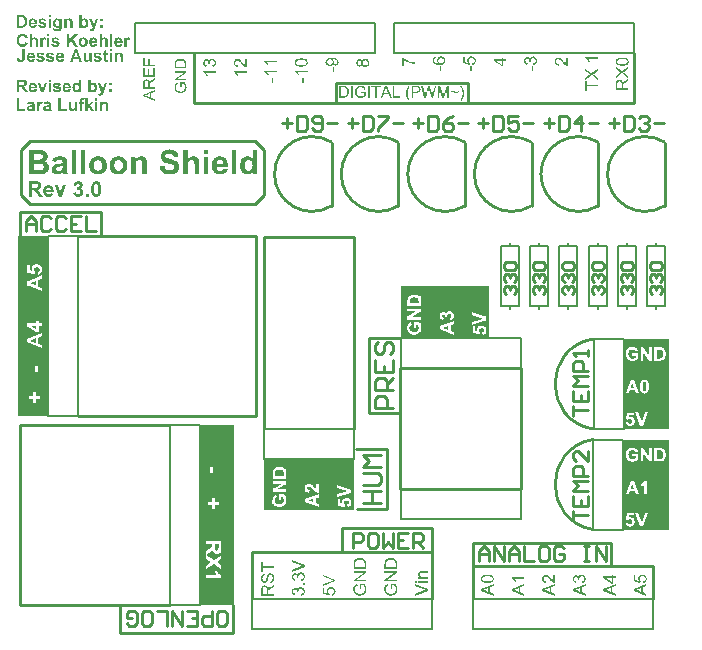
<source format=gto>
G04*
G04 #@! TF.GenerationSoftware,Altium Limited,Altium Designer,19.1.6 (110)*
G04*
G04 Layer_Color=65535*
%FSLAX23Y23*%
%MOIN*%
G70*
G01*
G75*
%ADD10C,0.010*%
%ADD11C,0.008*%
G36*
X3895Y3405D02*
D01*
D02*
G37*
G36*
X3860Y3755D02*
D01*
D02*
G37*
G36*
X3387Y4722D02*
X3387Y4722D01*
X3388Y4722D01*
X3389Y4721D01*
X3389Y4721D01*
X3390Y4721D01*
X3391Y4721D01*
X3392Y4720D01*
X3392Y4720D01*
X3393Y4720D01*
X3394Y4719D01*
X3395Y4718D01*
X3395Y4718D01*
X3396Y4718D01*
X3396Y4718D01*
X3396Y4717D01*
X3396Y4717D01*
X3396Y4717D01*
X3397Y4716D01*
X3397Y4716D01*
X3397Y4715D01*
X3398Y4714D01*
X3398Y4713D01*
X3398Y4713D01*
X3399Y4712D01*
X3399Y4711D01*
X3399Y4710D01*
X3399Y4709D01*
X3399Y4708D01*
Y4707D01*
X3399Y4707D01*
X3399Y4706D01*
X3399Y4706D01*
X3399Y4705D01*
X3399Y4704D01*
X3398Y4703D01*
X3398Y4702D01*
X3398Y4701D01*
X3398Y4700D01*
X3397Y4700D01*
X3397Y4699D01*
X3396Y4698D01*
X3396Y4698D01*
X3396Y4698D01*
X3396Y4698D01*
X3395Y4698D01*
X3395Y4697D01*
X3395Y4697D01*
X3394Y4697D01*
X3394Y4696D01*
X3393Y4696D01*
X3392Y4696D01*
X3392Y4695D01*
X3391Y4695D01*
X3390Y4695D01*
X3389Y4694D01*
X3388Y4694D01*
X3387Y4694D01*
X3387Y4699D01*
X3387D01*
X3387Y4699D01*
X3387Y4699D01*
X3387Y4699D01*
X3388Y4700D01*
X3388Y4700D01*
X3389Y4700D01*
X3390Y4700D01*
X3391Y4701D01*
X3392Y4702D01*
X3393Y4702D01*
X3393Y4702D01*
X3393Y4702D01*
X3393Y4703D01*
X3394Y4703D01*
X3394Y4704D01*
X3394Y4705D01*
X3395Y4705D01*
X3395Y4706D01*
X3395Y4708D01*
Y4708D01*
X3395Y4708D01*
Y4708D01*
X3395Y4709D01*
X3395Y4710D01*
X3394Y4711D01*
X3394Y4712D01*
X3393Y4713D01*
X3393Y4713D01*
X3392Y4714D01*
X3392Y4714D01*
X3392Y4714D01*
X3392Y4714D01*
X3392Y4714D01*
X3391Y4715D01*
X3391Y4715D01*
X3390Y4715D01*
X3389Y4716D01*
X3387Y4716D01*
X3387Y4716D01*
X3386D01*
X3386D01*
X3386D01*
X3386D01*
X3386Y4716D01*
X3385D01*
X3385Y4716D01*
X3384Y4716D01*
X3383Y4716D01*
X3382Y4715D01*
X3381Y4715D01*
X3381Y4714D01*
X3380Y4714D01*
X3380Y4714D01*
X3380Y4713D01*
X3380Y4713D01*
X3379Y4712D01*
X3379Y4711D01*
X3378Y4710D01*
X3378Y4709D01*
X3378Y4708D01*
Y4707D01*
X3378Y4707D01*
X3378Y4706D01*
X3378Y4706D01*
X3378Y4705D01*
X3379Y4704D01*
X3374Y4705D01*
Y4705D01*
X3374Y4705D01*
X3374Y4705D01*
Y4706D01*
X3374Y4706D01*
X3374Y4707D01*
X3374Y4708D01*
X3374Y4709D01*
X3373Y4710D01*
X3373Y4711D01*
X3372Y4712D01*
Y4712D01*
X3372Y4712D01*
X3372Y4712D01*
X3372Y4713D01*
X3371Y4713D01*
X3370Y4714D01*
X3369Y4714D01*
X3368Y4714D01*
X3368Y4714D01*
X3367Y4714D01*
X3367D01*
X3367D01*
X3366Y4714D01*
X3366Y4714D01*
X3365Y4714D01*
X3365Y4714D01*
X3364Y4714D01*
X3363Y4713D01*
X3362Y4712D01*
X3362Y4712D01*
X3362Y4712D01*
X3362Y4712D01*
X3361Y4711D01*
X3361Y4710D01*
X3361Y4709D01*
X3360Y4709D01*
X3360Y4707D01*
Y4707D01*
X3360Y4707D01*
X3360Y4706D01*
X3361Y4706D01*
X3361Y4705D01*
X3361Y4704D01*
X3362Y4703D01*
X3362Y4702D01*
X3362Y4702D01*
X3363Y4702D01*
X3363Y4702D01*
X3364Y4701D01*
X3365Y4701D01*
X3365Y4700D01*
X3367Y4700D01*
X3368Y4700D01*
X3367Y4695D01*
X3367D01*
X3367Y4695D01*
X3367Y4695D01*
X3366Y4695D01*
X3366Y4695D01*
X3365Y4695D01*
X3365Y4695D01*
X3364Y4695D01*
X3363Y4696D01*
X3361Y4697D01*
X3360Y4698D01*
X3360Y4698D01*
X3359Y4699D01*
X3359Y4699D01*
X3359Y4699D01*
X3359Y4699D01*
X3359Y4700D01*
X3358Y4700D01*
X3358Y4700D01*
X3358Y4701D01*
X3358Y4701D01*
X3357Y4702D01*
X3357Y4702D01*
X3357Y4704D01*
X3356Y4706D01*
X3356Y4706D01*
X3356Y4707D01*
Y4708D01*
X3356Y4708D01*
Y4709D01*
X3356Y4709D01*
X3356Y4710D01*
X3357Y4711D01*
X3357Y4713D01*
X3358Y4714D01*
Y4714D01*
X3358Y4714D01*
X3358Y4714D01*
X3358Y4714D01*
X3358Y4715D01*
X3359Y4715D01*
X3359Y4716D01*
X3360Y4717D01*
X3361Y4717D01*
X3362Y4718D01*
X3362D01*
X3362Y4718D01*
X3362Y4718D01*
X3363Y4719D01*
X3363Y4719D01*
X3364Y4719D01*
X3365Y4719D01*
X3366Y4720D01*
X3367Y4720D01*
X3367D01*
X3367D01*
X3368D01*
X3368Y4720D01*
X3369Y4720D01*
X3370Y4719D01*
X3370Y4719D01*
X3371Y4719D01*
X3372Y4718D01*
X3372Y4718D01*
X3372Y4718D01*
X3373Y4718D01*
X3373Y4717D01*
X3374Y4716D01*
X3375Y4716D01*
X3375Y4715D01*
X3376Y4714D01*
Y4714D01*
X3376Y4714D01*
X3376Y4714D01*
X3376Y4714D01*
X3376Y4715D01*
X3376Y4715D01*
X3376Y4716D01*
X3377Y4717D01*
X3378Y4718D01*
X3378Y4719D01*
X3379Y4720D01*
X3379D01*
X3379Y4720D01*
X3380Y4720D01*
X3380Y4720D01*
X3380Y4720D01*
X3380Y4720D01*
X3381Y4721D01*
X3382Y4721D01*
X3383Y4721D01*
X3385Y4722D01*
X3386Y4722D01*
X3386D01*
X3386D01*
X3387D01*
X3387Y4722D01*
D02*
G37*
G36*
X3603Y4715D02*
X3570D01*
X3570Y4715D01*
X3570Y4715D01*
X3570Y4714D01*
X3571Y4714D01*
X3571Y4713D01*
X3572Y4712D01*
X3572Y4711D01*
X3573Y4710D01*
Y4710D01*
X3573Y4710D01*
X3573Y4710D01*
X3573Y4710D01*
X3574Y4709D01*
X3574Y4708D01*
X3575Y4707D01*
X3575Y4707D01*
X3575Y4706D01*
X3576Y4705D01*
X3571D01*
Y4705D01*
X3571Y4705D01*
X3571Y4705D01*
X3570Y4705D01*
X3570Y4706D01*
X3570Y4706D01*
X3569Y4707D01*
X3569Y4708D01*
X3568Y4710D01*
X3567Y4711D01*
X3566Y4712D01*
X3566Y4712D01*
X3566Y4712D01*
X3566Y4713D01*
X3565Y4713D01*
X3565Y4713D01*
X3564Y4714D01*
X3563Y4715D01*
X3562Y4716D01*
X3561Y4716D01*
X3560Y4717D01*
Y4720D01*
X3603D01*
Y4715D01*
D02*
G37*
G36*
X3181Y4722D02*
X3182Y4722D01*
X3182Y4722D01*
X3183Y4722D01*
X3184Y4722D01*
X3185Y4721D01*
X3186Y4721D01*
X3187Y4721D01*
X3188Y4720D01*
X3189Y4720D01*
X3189Y4719D01*
X3190Y4719D01*
X3190Y4719D01*
X3190Y4719D01*
X3191Y4718D01*
X3191Y4718D01*
X3191Y4718D01*
X3192Y4717D01*
X3192Y4716D01*
X3193Y4716D01*
X3193Y4715D01*
X3194Y4714D01*
X3194Y4713D01*
X3195Y4712D01*
X3195Y4711D01*
X3195Y4710D01*
X3195Y4709D01*
X3195Y4708D01*
Y4707D01*
X3195Y4707D01*
X3195Y4706D01*
X3195Y4706D01*
X3195Y4705D01*
X3195Y4704D01*
X3195Y4703D01*
X3194Y4702D01*
X3194Y4701D01*
X3194Y4700D01*
X3193Y4700D01*
X3193Y4699D01*
X3192Y4698D01*
X3192Y4698D01*
X3192Y4698D01*
X3192Y4698D01*
X3192Y4698D01*
X3191Y4697D01*
X3191Y4697D01*
X3190Y4697D01*
X3190Y4696D01*
X3189Y4696D01*
X3189Y4696D01*
X3188Y4695D01*
X3187Y4695D01*
X3186Y4695D01*
X3186Y4694D01*
X3185Y4694D01*
X3184Y4694D01*
X3183Y4700D01*
X3183D01*
X3183Y4700D01*
X3184D01*
X3184Y4700D01*
X3184Y4700D01*
X3185Y4700D01*
X3185Y4700D01*
X3186Y4700D01*
X3187Y4701D01*
X3188Y4702D01*
X3189Y4702D01*
X3189Y4702D01*
X3189Y4703D01*
X3190Y4703D01*
X3190Y4704D01*
X3190Y4705D01*
X3191Y4706D01*
X3191Y4706D01*
X3191Y4708D01*
Y4708D01*
X3191Y4708D01*
X3191Y4709D01*
X3191Y4709D01*
X3191Y4710D01*
X3190Y4711D01*
X3190Y4712D01*
X3190Y4712D01*
X3189Y4713D01*
X3189Y4714D01*
X3188Y4714D01*
X3188Y4714D01*
X3188Y4714D01*
X3188Y4714D01*
X3188Y4714D01*
X3188Y4715D01*
X3187Y4715D01*
X3187Y4715D01*
X3186Y4715D01*
X3185Y4716D01*
X3184Y4716D01*
X3182Y4716D01*
X3182Y4717D01*
X3181D01*
X3181D01*
X3181D01*
X3180D01*
X3180Y4717D01*
X3180D01*
X3179Y4716D01*
X3178Y4716D01*
X3177Y4716D01*
X3176Y4716D01*
X3175Y4715D01*
X3174Y4715D01*
X3174Y4714D01*
X3174D01*
X3174Y4714D01*
X3174Y4714D01*
X3173Y4714D01*
X3173Y4713D01*
X3172Y4712D01*
X3172Y4711D01*
X3172Y4710D01*
X3171Y4709D01*
X3171Y4708D01*
Y4707D01*
X3171Y4707D01*
X3171Y4706D01*
X3171Y4705D01*
X3172Y4705D01*
X3172Y4704D01*
X3172Y4703D01*
X3172Y4703D01*
X3173Y4703D01*
X3173Y4702D01*
X3173Y4702D01*
X3174Y4701D01*
X3174Y4701D01*
X3175Y4700D01*
X3175Y4700D01*
X3175Y4695D01*
X3153Y4699D01*
Y4720D01*
X3158D01*
Y4703D01*
X3169Y4701D01*
X3169Y4701D01*
X3169Y4701D01*
X3169Y4701D01*
X3169Y4702D01*
X3169Y4702D01*
X3168Y4702D01*
X3168Y4703D01*
X3168Y4703D01*
X3167Y4705D01*
X3167Y4706D01*
X3167Y4707D01*
X3167Y4708D01*
X3167Y4709D01*
Y4710D01*
X3167Y4710D01*
X3167Y4710D01*
X3167Y4711D01*
X3167Y4711D01*
X3167Y4712D01*
X3167Y4713D01*
X3168Y4714D01*
X3168Y4714D01*
X3168Y4715D01*
X3169Y4716D01*
X3169Y4717D01*
X3170Y4718D01*
X3170Y4718D01*
X3171Y4718D01*
X3171Y4718D01*
X3171Y4719D01*
X3171Y4719D01*
X3172Y4719D01*
X3172Y4719D01*
X3173Y4720D01*
X3173Y4720D01*
X3174Y4721D01*
X3175Y4721D01*
X3175Y4721D01*
X3176Y4722D01*
X3177Y4722D01*
X3178Y4722D01*
X3179Y4722D01*
X3180Y4722D01*
X3180D01*
X3181D01*
X3181D01*
X3181Y4722D01*
D02*
G37*
G36*
X3080Y4722D02*
X3081Y4722D01*
X3082Y4722D01*
X3083Y4721D01*
X3084Y4721D01*
X3085Y4721D01*
X3087Y4720D01*
X3087D01*
X3087Y4720D01*
X3087Y4720D01*
X3087Y4720D01*
X3088Y4719D01*
X3089Y4719D01*
X3089Y4718D01*
X3090Y4717D01*
X3091Y4716D01*
X3092Y4715D01*
Y4715D01*
X3092Y4715D01*
X3092Y4715D01*
X3092Y4715D01*
X3092Y4714D01*
X3092Y4714D01*
X3093Y4713D01*
X3093Y4712D01*
X3093Y4711D01*
X3094Y4710D01*
X3094Y4709D01*
Y4708D01*
X3094Y4708D01*
Y4707D01*
X3094Y4707D01*
X3093Y4706D01*
X3093Y4706D01*
X3093Y4705D01*
X3093Y4704D01*
X3093Y4703D01*
X3092Y4702D01*
X3092Y4701D01*
X3091Y4700D01*
X3091Y4700D01*
X3090Y4699D01*
X3089Y4698D01*
X3089Y4698D01*
X3089Y4698D01*
X3088Y4698D01*
X3088Y4697D01*
X3088Y4697D01*
X3087Y4697D01*
X3086Y4696D01*
X3085Y4696D01*
X3084Y4695D01*
X3083Y4695D01*
X3082Y4695D01*
X3080Y4694D01*
X3079Y4694D01*
X3077Y4694D01*
X3075Y4694D01*
X3073Y4694D01*
X3073D01*
X3073D01*
X3073D01*
X3073D01*
X3072D01*
X3072Y4694D01*
X3071D01*
X3070Y4694D01*
X3069Y4694D01*
X3068Y4694D01*
X3066Y4694D01*
X3065Y4695D01*
X3064Y4695D01*
X3062Y4695D01*
X3061Y4696D01*
X3059Y4696D01*
X3058Y4697D01*
X3057Y4698D01*
X3055Y4698D01*
X3055Y4698D01*
X3055Y4699D01*
X3055Y4699D01*
X3055Y4699D01*
X3054Y4699D01*
X3054Y4700D01*
X3053Y4701D01*
X3053Y4701D01*
X3053Y4702D01*
X3052Y4703D01*
X3052Y4704D01*
X3051Y4705D01*
X3051Y4706D01*
X3051Y4707D01*
X3051Y4708D01*
X3051Y4709D01*
Y4710D01*
X3051Y4710D01*
X3051Y4710D01*
X3051Y4711D01*
X3051Y4711D01*
X3051Y4712D01*
X3051Y4713D01*
X3052Y4715D01*
X3052Y4715D01*
X3052Y4716D01*
X3053Y4717D01*
X3053Y4717D01*
X3053Y4717D01*
X3053Y4717D01*
X3054Y4717D01*
X3054Y4718D01*
X3054Y4718D01*
X3054Y4718D01*
X3055Y4719D01*
X3055Y4719D01*
X3056Y4719D01*
X3056Y4720D01*
X3057Y4720D01*
X3058Y4720D01*
X3059Y4721D01*
X3060Y4721D01*
X3061Y4721D01*
X3061Y4716D01*
X3061D01*
X3061Y4716D01*
X3061D01*
X3061Y4716D01*
X3060Y4716D01*
X3060Y4715D01*
X3059Y4715D01*
X3058Y4715D01*
X3058Y4714D01*
X3057Y4714D01*
X3057Y4714D01*
X3057Y4714D01*
X3056Y4713D01*
X3056Y4712D01*
X3056Y4712D01*
X3055Y4711D01*
X3055Y4710D01*
X3055Y4709D01*
Y4708D01*
X3055Y4708D01*
X3055Y4707D01*
X3055Y4707D01*
X3055Y4706D01*
X3056Y4705D01*
X3056Y4704D01*
X3056Y4704D01*
X3057Y4704D01*
X3057Y4703D01*
X3058Y4703D01*
X3058Y4702D01*
X3059Y4702D01*
X3060Y4701D01*
X3061Y4700D01*
X3061D01*
X3062Y4700D01*
X3062Y4700D01*
X3062Y4700D01*
X3062Y4700D01*
X3063Y4700D01*
X3063Y4700D01*
X3064Y4700D01*
X3065Y4700D01*
X3065Y4700D01*
X3066Y4699D01*
X3067Y4699D01*
X3068Y4699D01*
X3069Y4699D01*
X3070Y4699D01*
X3071D01*
X3071Y4699D01*
X3071Y4699D01*
X3070Y4700D01*
X3070Y4700D01*
X3069Y4701D01*
X3068Y4702D01*
X3068Y4703D01*
X3067Y4704D01*
Y4704D01*
X3067Y4704D01*
X3067Y4704D01*
X3067Y4704D01*
X3067Y4705D01*
X3066Y4705D01*
X3066Y4706D01*
X3066Y4707D01*
X3066Y4708D01*
X3066Y4709D01*
Y4710D01*
X3066Y4710D01*
X3066Y4711D01*
X3066Y4711D01*
X3066Y4712D01*
X3066Y4712D01*
X3066Y4713D01*
X3066Y4714D01*
X3067Y4714D01*
X3067Y4715D01*
X3068Y4716D01*
X3068Y4717D01*
X3069Y4717D01*
X3069Y4718D01*
X3069Y4718D01*
X3070Y4718D01*
X3070Y4718D01*
X3070Y4719D01*
X3070Y4719D01*
X3071Y4719D01*
X3071Y4720D01*
X3072Y4720D01*
X3073Y4720D01*
X3074Y4721D01*
X3074Y4721D01*
X3075Y4721D01*
X3076Y4721D01*
X3077Y4722D01*
X3078Y4722D01*
X3079Y4722D01*
X3079D01*
X3079D01*
X3080D01*
X3080D01*
X3080Y4722D01*
D02*
G37*
G36*
X3501Y4690D02*
X3501D01*
X3501D01*
X3500D01*
X3500Y4690D01*
X3499Y4690D01*
X3499Y4690D01*
X3498Y4690D01*
X3497Y4691D01*
X3497D01*
X3497Y4691D01*
X3497Y4691D01*
X3497Y4691D01*
X3496Y4691D01*
X3496Y4691D01*
X3495Y4692D01*
X3494Y4693D01*
X3493Y4693D01*
X3492Y4694D01*
X3492Y4694D01*
X3492Y4694D01*
X3491Y4694D01*
X3491Y4694D01*
X3491Y4695D01*
X3490Y4696D01*
X3489Y4697D01*
X3488Y4698D01*
X3487Y4699D01*
X3485Y4701D01*
X3485Y4701D01*
X3485Y4701D01*
X3485Y4702D01*
X3484Y4702D01*
X3484Y4703D01*
X3483Y4703D01*
X3483Y4704D01*
X3482Y4705D01*
X3481Y4706D01*
X3479Y4708D01*
X3478Y4708D01*
X3478Y4709D01*
X3477Y4710D01*
X3476Y4710D01*
X3476Y4710D01*
X3476Y4710D01*
X3476Y4710D01*
X3476Y4711D01*
X3475Y4711D01*
X3475Y4711D01*
X3474Y4711D01*
X3473Y4712D01*
X3472Y4712D01*
X3471Y4713D01*
X3471Y4713D01*
X3470D01*
X3470D01*
X3470D01*
X3470D01*
X3470Y4713D01*
X3469Y4713D01*
X3468Y4712D01*
X3467Y4712D01*
X3467Y4712D01*
X3466Y4711D01*
X3465Y4710D01*
X3465Y4710D01*
X3465Y4710D01*
X3464Y4710D01*
X3464Y4709D01*
X3463Y4708D01*
X3463Y4707D01*
X3463Y4706D01*
X3463Y4705D01*
Y4704D01*
X3463Y4704D01*
Y4704D01*
X3463Y4703D01*
X3463Y4702D01*
X3463Y4702D01*
X3464Y4700D01*
X3464Y4700D01*
X3465Y4699D01*
X3465Y4699D01*
X3465Y4698D01*
X3466Y4698D01*
X3467Y4698D01*
X3468Y4697D01*
X3469Y4697D01*
X3470Y4696D01*
X3471Y4696D01*
X3471Y4691D01*
X3471D01*
X3470Y4691D01*
X3470D01*
X3470Y4691D01*
X3469Y4691D01*
X3469Y4691D01*
X3468Y4692D01*
X3467Y4692D01*
X3466Y4692D01*
X3465Y4693D01*
X3464Y4693D01*
X3464Y4693D01*
X3463Y4694D01*
X3462Y4694D01*
X3462Y4695D01*
X3462Y4695D01*
X3462Y4695D01*
X3461Y4695D01*
X3461Y4696D01*
X3461Y4696D01*
X3461Y4697D01*
X3460Y4697D01*
X3460Y4698D01*
X3460Y4698D01*
X3459Y4699D01*
X3459Y4700D01*
X3459Y4701D01*
X3459Y4702D01*
X3459Y4703D01*
X3459Y4704D01*
X3458Y4705D01*
Y4705D01*
X3459Y4706D01*
X3459Y4706D01*
X3459Y4707D01*
X3459Y4708D01*
X3459Y4708D01*
X3459Y4710D01*
X3460Y4711D01*
X3460Y4711D01*
X3460Y4712D01*
X3461Y4713D01*
X3461Y4714D01*
X3462Y4714D01*
X3462Y4714D01*
X3462Y4715D01*
X3462Y4715D01*
X3462Y4715D01*
X3463Y4715D01*
X3463Y4716D01*
X3464Y4716D01*
X3464Y4716D01*
X3465Y4717D01*
X3465Y4717D01*
X3467Y4717D01*
X3468Y4718D01*
X3468Y4718D01*
X3469Y4718D01*
X3470Y4718D01*
X3470D01*
X3471D01*
X3471Y4718D01*
X3472Y4718D01*
X3473Y4718D01*
X3473Y4718D01*
X3474Y4717D01*
X3475Y4717D01*
X3475Y4717D01*
X3476Y4717D01*
X3476Y4716D01*
X3477Y4716D01*
X3478Y4716D01*
X3478Y4715D01*
X3479Y4714D01*
X3480Y4713D01*
X3480D01*
X3481Y4713D01*
X3481Y4713D01*
X3481Y4713D01*
X3481Y4713D01*
X3482Y4712D01*
X3482Y4712D01*
X3482Y4712D01*
X3483Y4711D01*
X3483Y4710D01*
X3484Y4710D01*
X3485Y4709D01*
X3485Y4708D01*
X3486Y4707D01*
X3487Y4706D01*
X3488Y4705D01*
X3488Y4705D01*
X3488Y4705D01*
X3488Y4705D01*
X3488Y4705D01*
X3489Y4704D01*
X3489Y4704D01*
X3490Y4703D01*
X3491Y4702D01*
X3492Y4701D01*
X3492Y4700D01*
X3493Y4700D01*
X3493Y4700D01*
X3493Y4699D01*
X3493Y4699D01*
X3493Y4699D01*
X3494Y4699D01*
X3494Y4699D01*
X3494Y4698D01*
X3495Y4698D01*
X3496Y4697D01*
Y4718D01*
X3501D01*
Y4690D01*
D02*
G37*
G36*
X2954Y4718D02*
X2954Y4718D01*
X2954Y4718D01*
X2954Y4718D01*
X2955Y4717D01*
X2955Y4717D01*
X2956Y4716D01*
X2957Y4716D01*
X2957Y4715D01*
X2958Y4715D01*
X2959Y4714D01*
X2960Y4713D01*
X2961Y4713D01*
X2963Y4712D01*
X2964Y4711D01*
X2965Y4710D01*
X2965Y4710D01*
X2965Y4710D01*
X2966Y4710D01*
X2966Y4710D01*
X2967Y4709D01*
X2968Y4709D01*
X2969Y4709D01*
X2970Y4708D01*
X2971Y4708D01*
X2972Y4707D01*
X2973Y4707D01*
X2974Y4706D01*
X2977Y4705D01*
X2980Y4704D01*
X2980D01*
X2980Y4704D01*
X2980Y4704D01*
X2981Y4704D01*
X2981Y4704D01*
X2982Y4704D01*
X2982Y4704D01*
X2983Y4704D01*
X2984Y4703D01*
X2985Y4703D01*
X2986Y4703D01*
X2987Y4703D01*
X2989Y4703D01*
X2991Y4702D01*
Y4697D01*
X2991D01*
X2991D01*
X2991D01*
X2990Y4697D01*
X2990D01*
X2989Y4697D01*
X2989Y4697D01*
X2988Y4697D01*
X2987Y4697D01*
X2986Y4698D01*
X2985Y4698D01*
X2984Y4698D01*
X2983Y4698D01*
X2982Y4698D01*
X2981Y4699D01*
X2979Y4699D01*
X2979D01*
X2979Y4699D01*
X2979Y4699D01*
X2978Y4699D01*
X2977Y4700D01*
X2977Y4700D01*
X2976Y4700D01*
X2975Y4700D01*
X2974Y4701D01*
X2973Y4701D01*
X2971Y4702D01*
X2968Y4703D01*
X2966Y4704D01*
X2966Y4704D01*
X2965Y4705D01*
X2965Y4705D01*
X2965Y4705D01*
X2964Y4705D01*
X2963Y4706D01*
X2963Y4706D01*
X2962Y4707D01*
X2960Y4708D01*
X2958Y4709D01*
X2956Y4710D01*
X2955Y4712D01*
Y4691D01*
X2950D01*
Y4718D01*
X2954D01*
X2954Y4718D01*
D02*
G37*
G36*
X3685D02*
X3686D01*
X3687Y4718D01*
X3688Y4718D01*
X3690Y4718D01*
X3692Y4718D01*
X3694Y4717D01*
X3695Y4717D01*
X3695Y4717D01*
X3696D01*
X3696Y4717D01*
X3696Y4717D01*
X3696Y4717D01*
X3697Y4716D01*
X3697Y4716D01*
X3698Y4716D01*
X3699Y4715D01*
X3700Y4714D01*
X3702Y4713D01*
X3703Y4712D01*
Y4712D01*
X3703Y4712D01*
X3703Y4712D01*
X3703Y4712D01*
X3703Y4711D01*
X3703Y4711D01*
X3704Y4711D01*
X3704Y4710D01*
X3704Y4709D01*
X3705Y4708D01*
X3705Y4706D01*
X3705Y4706D01*
X3705Y4705D01*
Y4704D01*
X3705Y4704D01*
Y4704D01*
X3705Y4703D01*
X3705Y4703D01*
X3705Y4702D01*
X3704Y4701D01*
X3704Y4700D01*
X3704Y4700D01*
X3704Y4699D01*
X3703Y4698D01*
X3703Y4697D01*
X3702Y4696D01*
X3701Y4696D01*
X3701Y4695D01*
X3701Y4695D01*
X3700Y4695D01*
X3700Y4695D01*
X3700Y4694D01*
X3699Y4694D01*
X3698Y4694D01*
X3698Y4693D01*
X3697Y4693D01*
X3695Y4693D01*
X3694Y4692D01*
X3693Y4692D01*
X3691Y4692D01*
X3689Y4691D01*
X3688Y4691D01*
X3686Y4691D01*
X3683Y4691D01*
X3683D01*
X3683D01*
X3683D01*
X3682D01*
X3682Y4691D01*
X3681Y4691D01*
X3680D01*
X3679Y4691D01*
X3677Y4691D01*
X3675Y4692D01*
X3673Y4692D01*
X3672Y4692D01*
X3671Y4692D01*
X3671D01*
X3671Y4693D01*
X3671Y4693D01*
X3671Y4693D01*
X3670Y4693D01*
X3670Y4693D01*
X3669Y4694D01*
X3668Y4694D01*
X3666Y4695D01*
X3665Y4696D01*
X3664Y4697D01*
X3664Y4697D01*
X3664Y4697D01*
X3664Y4697D01*
X3664Y4698D01*
X3664Y4698D01*
X3664Y4698D01*
X3663Y4699D01*
X3663Y4699D01*
X3663Y4700D01*
X3662Y4702D01*
X3662Y4703D01*
X3662Y4704D01*
Y4705D01*
X3662Y4706D01*
Y4706D01*
X3662Y4707D01*
X3662Y4708D01*
X3662Y4709D01*
X3663Y4710D01*
X3663Y4711D01*
Y4711D01*
X3663Y4711D01*
X3663Y4711D01*
X3664Y4712D01*
X3664Y4712D01*
X3665Y4713D01*
X3665Y4714D01*
X3666Y4714D01*
X3667Y4715D01*
X3667D01*
X3667Y4715D01*
X3667Y4715D01*
X3668Y4715D01*
X3668Y4715D01*
X3669Y4716D01*
X3670Y4716D01*
X3671Y4717D01*
X3672Y4717D01*
X3673Y4717D01*
X3674D01*
X3674Y4718D01*
X3674Y4718D01*
X3674Y4718D01*
X3675Y4718D01*
X3675Y4718D01*
X3676Y4718D01*
X3676Y4718D01*
X3677Y4718D01*
X3678Y4718D01*
X3678Y4718D01*
X3679Y4718D01*
X3680Y4718D01*
X3681Y4718D01*
X3682Y4718D01*
X3683D01*
X3684D01*
X3684D01*
X3684D01*
X3685D01*
X3685Y4718D01*
D02*
G37*
G36*
X3287Y4713D02*
X3297D01*
Y4707D01*
X3287D01*
Y4689D01*
X3282D01*
X3255Y4708D01*
Y4713D01*
X3282D01*
Y4718D01*
X3287D01*
Y4713D01*
D02*
G37*
G36*
X3386Y4674D02*
X3381D01*
Y4690D01*
X3386D01*
Y4674D01*
D02*
G37*
G36*
X3182D02*
X3177D01*
Y4690D01*
X3182D01*
Y4674D01*
D02*
G37*
G36*
X3080D02*
X3075D01*
Y4690D01*
X3080D01*
Y4674D01*
D02*
G37*
G36*
X3704Y4681D02*
X3689Y4670D01*
X3689Y4670D01*
X3689Y4670D01*
X3689Y4670D01*
X3688Y4670D01*
X3688Y4670D01*
X3688Y4669D01*
X3687Y4669D01*
X3687Y4669D01*
X3687Y4668D01*
X3687Y4668D01*
X3688Y4668D01*
X3689Y4667D01*
X3689Y4667D01*
X3690Y4667D01*
X3704Y4656D01*
Y4649D01*
X3682Y4666D01*
X3662Y4651D01*
Y4658D01*
X3673Y4666D01*
X3673Y4666D01*
X3673Y4666D01*
X3673Y4666D01*
X3673Y4666D01*
X3674Y4666D01*
X3675Y4667D01*
X3676Y4667D01*
X3676Y4668D01*
X3677Y4669D01*
X3678Y4669D01*
X3678Y4669D01*
X3678Y4669D01*
X3677Y4670D01*
X3677Y4670D01*
X3676Y4670D01*
X3675Y4671D01*
X3674Y4672D01*
X3673Y4672D01*
X3662Y4681D01*
Y4687D01*
X3682Y4672D01*
X3704Y4688D01*
Y4681D01*
D02*
G37*
G36*
X3603Y4675D02*
X3588Y4664D01*
X3587Y4664D01*
X3587Y4664D01*
X3587Y4664D01*
X3587Y4663D01*
X3586Y4663D01*
X3586Y4663D01*
X3585Y4662D01*
X3585Y4662D01*
X3585Y4662D01*
X3586Y4662D01*
X3586Y4661D01*
X3587Y4661D01*
X3588Y4660D01*
X3588Y4660D01*
X3603Y4649D01*
Y4643D01*
X3581Y4659D01*
X3560Y4645D01*
Y4651D01*
X3571Y4659D01*
X3571Y4659D01*
X3571Y4659D01*
X3571Y4659D01*
X3572Y4659D01*
X3572Y4660D01*
X3573Y4660D01*
X3574Y4661D01*
X3575Y4661D01*
X3576Y4662D01*
X3576Y4662D01*
X3576Y4662D01*
X3576Y4663D01*
X3575Y4663D01*
X3575Y4663D01*
X3574Y4664D01*
X3573Y4664D01*
X3573Y4665D01*
X3572Y4666D01*
X3560Y4674D01*
Y4680D01*
X3580Y4666D01*
X3603Y4681D01*
Y4675D01*
D02*
G37*
G36*
X3704Y4641D02*
X3696Y4636D01*
X3695D01*
X3695Y4636D01*
X3695Y4635D01*
X3695Y4635D01*
X3695Y4635D01*
X3694Y4635D01*
X3693Y4634D01*
X3692Y4634D01*
X3692Y4633D01*
X3691Y4632D01*
X3690Y4632D01*
X3690Y4632D01*
X3689Y4631D01*
X3689Y4631D01*
X3689Y4631D01*
X3688Y4630D01*
X3688Y4630D01*
X3687Y4629D01*
X3687Y4629D01*
X3687Y4629D01*
X3687Y4628D01*
X3687Y4628D01*
X3686Y4628D01*
X3686Y4628D01*
X3686Y4627D01*
X3686Y4626D01*
Y4626D01*
X3686Y4626D01*
Y4626D01*
X3686Y4625D01*
X3686Y4625D01*
Y4624D01*
X3686Y4624D01*
Y4617D01*
X3704D01*
Y4611D01*
X3662D01*
Y4631D01*
X3662Y4631D01*
Y4632D01*
X3662Y4632D01*
X3662Y4633D01*
X3662Y4634D01*
X3662Y4636D01*
X3663Y4637D01*
X3663Y4638D01*
X3663Y4638D01*
Y4638D01*
X3663Y4638D01*
X3663Y4639D01*
X3663Y4639D01*
X3664Y4639D01*
X3664Y4640D01*
X3665Y4641D01*
X3665Y4642D01*
X3666Y4642D01*
X3667Y4643D01*
X3667D01*
X3667Y4643D01*
X3667Y4643D01*
X3668Y4643D01*
X3668Y4644D01*
X3669Y4644D01*
X3670Y4644D01*
X3671Y4645D01*
X3672Y4645D01*
X3674Y4645D01*
X3674D01*
X3674D01*
X3674D01*
X3674Y4645D01*
X3675Y4645D01*
X3675Y4645D01*
X3676Y4644D01*
X3677Y4644D01*
X3679Y4644D01*
X3679Y4643D01*
X3680Y4643D01*
X3681Y4642D01*
X3681Y4642D01*
X3681Y4642D01*
X3681Y4642D01*
X3681Y4642D01*
X3682Y4641D01*
X3682Y4641D01*
X3682Y4641D01*
X3683Y4640D01*
X3683Y4640D01*
X3683Y4639D01*
X3683Y4638D01*
X3684Y4638D01*
X3684Y4637D01*
X3684Y4636D01*
X3685Y4635D01*
X3685Y4634D01*
X3685Y4633D01*
X3685Y4633D01*
X3685Y4633D01*
X3685Y4634D01*
X3686Y4634D01*
X3686Y4635D01*
X3687Y4636D01*
X3687Y4636D01*
Y4636D01*
X3687Y4636D01*
X3688Y4637D01*
X3688Y4637D01*
X3689Y4638D01*
X3690Y4639D01*
X3691Y4639D01*
X3692Y4640D01*
X3693Y4641D01*
X3704Y4648D01*
Y4641D01*
D02*
G37*
G36*
X3565Y4627D02*
X3603D01*
Y4622D01*
X3565D01*
Y4608D01*
X3560D01*
Y4641D01*
X3565D01*
Y4627D01*
D02*
G37*
G36*
X2790Y3210D02*
X2725D01*
D01*
X2672D01*
Y3382D01*
X2725D01*
D01*
X2790D01*
Y3210D01*
D02*
G37*
G36*
X2672D02*
X2618D01*
X2564D01*
D01*
X2490D01*
Y3382D01*
X2672D01*
Y3210D01*
D02*
G37*
G36*
X2913Y3050D02*
X2913D01*
X2914Y3050D01*
X2914Y3050D01*
X2916Y3050D01*
X2917Y3050D01*
X2919Y3049D01*
X2920Y3049D01*
X2920D01*
X2920Y3049D01*
X2920Y3049D01*
X2921Y3049D01*
X2921Y3049D01*
X2921Y3048D01*
X2922Y3048D01*
X2923Y3048D01*
X2924Y3047D01*
X2925Y3047D01*
X2926Y3046D01*
X2926Y3046D01*
X2927Y3046D01*
X2927Y3045D01*
X2927Y3045D01*
X2928Y3044D01*
X2929Y3044D01*
X2929Y3043D01*
X2930Y3042D01*
X2930Y3042D01*
X2930Y3042D01*
X2930Y3041D01*
X2931Y3041D01*
X2931Y3040D01*
X2931Y3039D01*
X2932Y3038D01*
X2932Y3037D01*
Y3037D01*
X2932Y3037D01*
Y3037D01*
X2932Y3037D01*
X2932Y3036D01*
X2932Y3036D01*
X2932Y3035D01*
X2933Y3034D01*
X2933Y3033D01*
X2933Y3032D01*
X2933Y3030D01*
Y3015D01*
X2890D01*
Y3031D01*
X2891Y3031D01*
Y3032D01*
X2891Y3034D01*
X2891Y3035D01*
X2891Y3036D01*
X2891Y3037D01*
Y3037D01*
X2891Y3037D01*
X2891Y3037D01*
X2891Y3038D01*
X2891Y3038D01*
X2892Y3038D01*
X2892Y3039D01*
X2892Y3040D01*
X2893Y3041D01*
X2893Y3042D01*
X2894Y3043D01*
X2894Y3043D01*
X2894Y3043D01*
X2894Y3044D01*
X2895Y3044D01*
X2895Y3044D01*
X2895Y3044D01*
X2896Y3045D01*
X2896Y3045D01*
X2897Y3046D01*
X2898Y3047D01*
X2900Y3048D01*
X2901Y3048D01*
X2901D01*
X2902Y3048D01*
X2902Y3048D01*
X2902Y3049D01*
X2903Y3049D01*
X2903Y3049D01*
X2904Y3049D01*
X2904Y3049D01*
X2905Y3049D01*
X2906Y3049D01*
X2907Y3050D01*
X2907Y3050D01*
X2909Y3050D01*
X2911Y3050D01*
X2911D01*
X2912D01*
X2912D01*
X2912D01*
X2913Y3050D01*
D02*
G37*
G36*
X2810D02*
X2810D01*
X2811Y3050D01*
X2811Y3050D01*
X2813Y3050D01*
X2814Y3050D01*
X2816Y3049D01*
X2817Y3049D01*
X2817D01*
X2817Y3049D01*
X2817Y3049D01*
X2818Y3049D01*
X2818Y3049D01*
X2818Y3048D01*
X2819Y3048D01*
X2820Y3048D01*
X2821Y3047D01*
X2822Y3047D01*
X2823Y3046D01*
X2823Y3046D01*
X2824Y3046D01*
X2824Y3045D01*
X2825Y3045D01*
X2825Y3044D01*
X2826Y3044D01*
X2826Y3043D01*
X2827Y3042D01*
X2827Y3042D01*
X2827Y3042D01*
X2828Y3041D01*
X2828Y3041D01*
X2828Y3040D01*
X2829Y3039D01*
X2829Y3038D01*
X2829Y3037D01*
Y3037D01*
X2829Y3037D01*
Y3037D01*
X2829Y3037D01*
X2829Y3036D01*
X2829Y3036D01*
X2829Y3035D01*
X2830Y3034D01*
X2830Y3033D01*
X2830Y3032D01*
X2830Y3030D01*
Y3015D01*
X2788D01*
Y3031D01*
X2788Y3031D01*
Y3032D01*
X2788Y3034D01*
X2788Y3035D01*
X2788Y3036D01*
X2788Y3037D01*
Y3037D01*
X2788Y3037D01*
X2788Y3037D01*
X2788Y3038D01*
X2788Y3038D01*
X2789Y3038D01*
X2789Y3039D01*
X2789Y3040D01*
X2790Y3041D01*
X2790Y3042D01*
X2791Y3043D01*
X2791Y3043D01*
X2791Y3043D01*
X2792Y3044D01*
X2792Y3044D01*
X2792Y3044D01*
X2792Y3044D01*
X2793Y3045D01*
X2793Y3045D01*
X2794Y3046D01*
X2795Y3047D01*
X2797Y3048D01*
X2798Y3048D01*
X2798D01*
X2799Y3048D01*
X2799Y3048D01*
X2799Y3049D01*
X2800Y3049D01*
X2800Y3049D01*
X2801Y3049D01*
X2801Y3049D01*
X2802Y3049D01*
X2803Y3049D01*
X2804Y3050D01*
X2805Y3050D01*
X2806Y3050D01*
X2808Y3050D01*
X2809D01*
X2809D01*
X2809D01*
X2809D01*
X2810Y3050D01*
D02*
G37*
G36*
X2625Y3027D02*
Y3021D01*
X2582Y3005D01*
Y3011D01*
X2613Y3022D01*
X2613D01*
X2613Y3022D01*
X2614Y3022D01*
X2614Y3022D01*
X2614Y3022D01*
X2614Y3022D01*
X2615Y3023D01*
X2616Y3023D01*
X2618Y3023D01*
X2619Y3024D01*
X2620Y3024D01*
X2620D01*
X2620Y3024D01*
X2620Y3024D01*
X2619Y3024D01*
X2619Y3024D01*
X2619Y3024D01*
X2618Y3025D01*
X2617Y3025D01*
X2616Y3025D01*
X2614Y3026D01*
X2613Y3026D01*
X2582Y3038D01*
Y3044D01*
X2625Y3027D01*
D02*
G37*
G36*
X2485Y3023D02*
X2522D01*
Y3018D01*
X2485D01*
Y3004D01*
X2480D01*
Y3037D01*
X2485D01*
Y3023D01*
D02*
G37*
G36*
X2613Y3002D02*
X2614Y3002D01*
X2614Y3002D01*
X2615Y3002D01*
X2615Y3001D01*
X2616Y3001D01*
X2617Y3001D01*
X2618Y3001D01*
X2619Y3000D01*
X2619Y3000D01*
X2620Y2999D01*
X2621Y2999D01*
X2622Y2998D01*
X2622Y2998D01*
X2622Y2998D01*
X2622Y2997D01*
X2622Y2997D01*
X2622Y2997D01*
X2623Y2996D01*
X2623Y2996D01*
X2623Y2995D01*
X2624Y2994D01*
X2624Y2994D01*
X2625Y2993D01*
X2625Y2992D01*
X2625Y2991D01*
X2625Y2990D01*
X2625Y2989D01*
X2625Y2988D01*
Y2987D01*
X2625Y2987D01*
X2625Y2986D01*
X2625Y2986D01*
X2625Y2985D01*
X2625Y2984D01*
X2625Y2983D01*
X2624Y2982D01*
X2624Y2981D01*
X2624Y2981D01*
X2623Y2980D01*
X2623Y2979D01*
X2622Y2978D01*
X2622Y2978D01*
X2622Y2978D01*
X2622Y2978D01*
X2621Y2978D01*
X2621Y2978D01*
X2621Y2977D01*
X2620Y2977D01*
X2620Y2976D01*
X2619Y2976D01*
X2619Y2976D01*
X2618Y2975D01*
X2617Y2975D01*
X2616Y2975D01*
X2615Y2975D01*
X2614Y2974D01*
X2613Y2974D01*
X2613Y2979D01*
X2613D01*
X2613Y2979D01*
X2613Y2980D01*
X2613Y2980D01*
X2614Y2980D01*
X2614Y2980D01*
X2615Y2980D01*
X2616Y2980D01*
X2617Y2981D01*
X2618Y2982D01*
X2619Y2982D01*
X2619Y2982D01*
X2619Y2982D01*
X2619Y2983D01*
X2620Y2983D01*
X2620Y2984D01*
X2620Y2985D01*
X2621Y2986D01*
X2621Y2987D01*
X2621Y2988D01*
Y2988D01*
X2621Y2988D01*
Y2989D01*
X2621Y2989D01*
X2621Y2990D01*
X2620Y2991D01*
X2620Y2992D01*
X2619Y2993D01*
X2619Y2993D01*
X2619Y2994D01*
X2619Y2994D01*
X2618Y2994D01*
X2618Y2994D01*
X2618Y2994D01*
X2618Y2995D01*
X2617Y2995D01*
X2616Y2996D01*
X2615Y2996D01*
X2614Y2996D01*
X2613Y2996D01*
X2612D01*
X2612D01*
X2612D01*
X2612D01*
X2612Y2996D01*
X2611D01*
X2611Y2996D01*
X2610Y2996D01*
X2609Y2996D01*
X2608Y2995D01*
X2607Y2995D01*
X2607Y2994D01*
X2606Y2994D01*
X2606Y2994D01*
X2606Y2994D01*
X2606Y2993D01*
X2605Y2992D01*
X2605Y2992D01*
X2604Y2991D01*
X2604Y2989D01*
X2604Y2988D01*
Y2987D01*
X2604Y2987D01*
X2604Y2987D01*
X2604Y2986D01*
X2604Y2985D01*
X2605Y2984D01*
X2600Y2985D01*
Y2985D01*
X2600Y2985D01*
X2600Y2986D01*
Y2986D01*
X2600Y2986D01*
X2600Y2987D01*
X2600Y2988D01*
X2600Y2989D01*
X2599Y2990D01*
X2599Y2991D01*
X2598Y2992D01*
Y2992D01*
X2598Y2992D01*
X2598Y2992D01*
X2598Y2993D01*
X2597Y2993D01*
X2596Y2994D01*
X2595Y2994D01*
X2594Y2994D01*
X2594Y2994D01*
X2593Y2994D01*
X2593D01*
X2593D01*
X2593Y2994D01*
X2592Y2994D01*
X2591Y2994D01*
X2591Y2994D01*
X2590Y2994D01*
X2589Y2993D01*
X2588Y2992D01*
X2588Y2992D01*
X2588Y2992D01*
X2588Y2992D01*
X2587Y2991D01*
X2587Y2990D01*
X2587Y2990D01*
X2587Y2989D01*
X2587Y2988D01*
Y2987D01*
X2587Y2987D01*
X2587Y2986D01*
X2587Y2986D01*
X2587Y2985D01*
X2587Y2984D01*
X2588Y2983D01*
X2588Y2982D01*
X2589Y2982D01*
X2589Y2982D01*
X2589Y2982D01*
X2590Y2981D01*
X2591Y2981D01*
X2592Y2980D01*
X2593Y2980D01*
X2594Y2980D01*
X2593Y2975D01*
X2593D01*
X2593Y2975D01*
X2593Y2975D01*
X2592Y2975D01*
X2592Y2975D01*
X2591Y2975D01*
X2591Y2975D01*
X2590Y2976D01*
X2589Y2976D01*
X2588Y2977D01*
X2586Y2978D01*
X2586Y2978D01*
X2585Y2979D01*
X2585Y2979D01*
X2585Y2979D01*
X2585Y2979D01*
X2585Y2980D01*
X2584Y2980D01*
X2584Y2980D01*
X2584Y2981D01*
X2584Y2981D01*
X2583Y2982D01*
X2583Y2983D01*
X2583Y2984D01*
X2582Y2986D01*
X2582Y2986D01*
X2582Y2987D01*
Y2988D01*
X2582Y2988D01*
Y2989D01*
X2582Y2990D01*
X2583Y2991D01*
X2583Y2992D01*
X2583Y2993D01*
X2584Y2994D01*
Y2994D01*
X2584Y2994D01*
X2584Y2994D01*
X2584Y2994D01*
X2584Y2995D01*
X2585Y2995D01*
X2585Y2996D01*
X2586Y2997D01*
X2587Y2998D01*
X2588Y2998D01*
X2588D01*
X2588Y2998D01*
X2588Y2998D01*
X2589Y2999D01*
X2589Y2999D01*
X2590Y2999D01*
X2591Y3000D01*
X2592Y3000D01*
X2593Y3000D01*
X2593D01*
X2593D01*
X2594D01*
X2594Y3000D01*
X2595Y3000D01*
X2596Y2999D01*
X2596Y2999D01*
X2597Y2999D01*
X2598Y2998D01*
X2598Y2998D01*
X2599Y2998D01*
X2599Y2998D01*
X2599Y2997D01*
X2600Y2997D01*
X2601Y2996D01*
X2601Y2995D01*
X2602Y2994D01*
Y2994D01*
X2602Y2994D01*
X2602Y2994D01*
X2602Y2995D01*
X2602Y2995D01*
X2602Y2995D01*
X2603Y2996D01*
X2603Y2997D01*
X2604Y2998D01*
X2604Y2999D01*
X2605Y3000D01*
X2605D01*
X2606Y3000D01*
X2606Y3000D01*
X2606Y3000D01*
X2606Y3000D01*
X2606Y3000D01*
X2607Y3001D01*
X2608Y3001D01*
X2609Y3002D01*
X2611Y3002D01*
X2612Y3002D01*
X2612D01*
X2612D01*
X2613D01*
X2613Y3002D01*
D02*
G37*
G36*
X3035Y3001D02*
X3016D01*
X3016D01*
X3016D01*
X3016D01*
X3016D01*
X3015Y3001D01*
X3015D01*
X3014Y3001D01*
X3013Y3001D01*
X3012Y3000D01*
X3012Y3000D01*
X3012D01*
X3011Y3000D01*
X3011Y3000D01*
X3011Y3000D01*
X3010Y2999D01*
X3010Y2999D01*
X3010Y2999D01*
X3009Y2998D01*
X3009Y2998D01*
X3009Y2998D01*
X3009Y2997D01*
X3009Y2997D01*
X3009Y2997D01*
X3008Y2996D01*
X3008Y2995D01*
X3008Y2995D01*
Y2994D01*
X3008Y2994D01*
X3008Y2993D01*
X3008Y2993D01*
X3009Y2992D01*
X3009Y2991D01*
X3010Y2990D01*
X3010Y2989D01*
X3010Y2989D01*
X3011Y2989D01*
X3011Y2988D01*
X3011Y2988D01*
X3011Y2988D01*
X3012Y2988D01*
X3012Y2988D01*
X3013Y2987D01*
X3013Y2987D01*
X3014Y2987D01*
X3015Y2987D01*
X3015Y2987D01*
X3016Y2986D01*
X3017Y2986D01*
X3018Y2986D01*
X3035D01*
Y2981D01*
X3004D01*
Y2986D01*
X3009D01*
X3009Y2986D01*
X3009Y2986D01*
X3008Y2986D01*
X3008Y2986D01*
X3008Y2987D01*
X3007Y2987D01*
X3007Y2988D01*
X3006Y2988D01*
X3006Y2989D01*
X3005Y2990D01*
X3005Y2991D01*
X3004Y2991D01*
X3004Y2992D01*
X3004Y2993D01*
X3004Y2994D01*
X3004Y2996D01*
Y2996D01*
X3004Y2997D01*
X3004Y2997D01*
X3004Y2998D01*
X3004Y2999D01*
X3004Y3000D01*
X3005Y3001D01*
X3005Y3001D01*
X3005Y3001D01*
X3005Y3001D01*
X3005Y3002D01*
X3006Y3003D01*
X3006Y3003D01*
X3007Y3004D01*
X3007Y3004D01*
X3007Y3004D01*
X3008Y3004D01*
X3008Y3005D01*
X3008Y3005D01*
X3009Y3005D01*
X3010Y3005D01*
X3010Y3006D01*
X3011Y3006D01*
X3011D01*
X3011Y3006D01*
X3012Y3006D01*
X3012Y3006D01*
X3013Y3006D01*
X3014Y3006D01*
X3015Y3006D01*
X3016D01*
X3035D01*
Y3001D01*
D02*
G37*
G36*
X2511Y2999D02*
X2511D01*
X2512Y2999D01*
X2512Y2999D01*
X2513Y2999D01*
X2514Y2999D01*
X2516Y2998D01*
X2517Y2997D01*
X2517D01*
X2517Y2997D01*
X2517Y2997D01*
X2517Y2997D01*
X2518Y2997D01*
X2518Y2996D01*
X2519Y2995D01*
X2520Y2994D01*
X2521Y2993D01*
X2521Y2992D01*
Y2992D01*
X2521Y2992D01*
X2522Y2991D01*
X2522Y2991D01*
X2522Y2991D01*
X2522Y2990D01*
X2522Y2990D01*
X2522Y2989D01*
X2522Y2988D01*
X2523Y2987D01*
X2523Y2985D01*
X2523Y2984D01*
Y2983D01*
X2523Y2983D01*
Y2982D01*
X2523Y2982D01*
X2523Y2981D01*
X2523Y2980D01*
X2523Y2979D01*
X2522Y2977D01*
X2522Y2976D01*
X2521Y2974D01*
Y2974D01*
X2521Y2974D01*
X2521Y2974D01*
X2521Y2973D01*
X2521Y2973D01*
X2521Y2973D01*
X2520Y2972D01*
X2519Y2971D01*
X2518Y2970D01*
X2517Y2969D01*
X2516Y2968D01*
X2516D01*
X2516Y2968D01*
X2516Y2968D01*
X2516Y2968D01*
X2515Y2968D01*
X2515Y2967D01*
X2515Y2967D01*
X2514Y2967D01*
X2513Y2967D01*
X2512Y2966D01*
X2510Y2966D01*
X2509Y2966D01*
X2508Y2971D01*
X2508D01*
X2508D01*
X2509Y2971D01*
X2509D01*
X2509Y2971D01*
X2510Y2971D01*
X2511Y2972D01*
X2512Y2972D01*
X2513Y2972D01*
X2513Y2973D01*
X2514Y2973D01*
X2514Y2973D01*
X2514Y2973D01*
X2515Y2974D01*
X2515Y2974D01*
X2516Y2975D01*
X2516Y2976D01*
X2517Y2977D01*
Y2977D01*
X2517Y2977D01*
X2517Y2977D01*
X2517Y2977D01*
X2517Y2978D01*
X2517Y2978D01*
X2517Y2979D01*
X2518Y2980D01*
X2518Y2981D01*
X2518Y2982D01*
X2518Y2983D01*
Y2984D01*
X2518Y2985D01*
X2518Y2985D01*
X2518Y2986D01*
X2518Y2987D01*
X2517Y2988D01*
X2517Y2989D01*
Y2989D01*
X2517Y2989D01*
X2517Y2989D01*
X2517Y2990D01*
X2516Y2990D01*
X2516Y2991D01*
X2516Y2992D01*
X2515Y2992D01*
X2514Y2993D01*
X2514Y2993D01*
X2514Y2993D01*
X2514Y2993D01*
X2513Y2993D01*
X2513Y2994D01*
X2512Y2994D01*
X2512Y2994D01*
X2511Y2994D01*
X2511D01*
X2511D01*
X2510Y2994D01*
X2510Y2994D01*
X2509Y2994D01*
X2509Y2993D01*
X2508Y2993D01*
X2507Y2993D01*
X2507Y2993D01*
X2507Y2993D01*
X2507Y2992D01*
X2507Y2992D01*
X2506Y2991D01*
X2506Y2991D01*
X2505Y2990D01*
X2505Y2989D01*
X2505Y2989D01*
X2505Y2989D01*
X2505Y2988D01*
X2505Y2988D01*
X2505Y2988D01*
X2504Y2987D01*
X2504Y2987D01*
X2504Y2986D01*
X2504Y2986D01*
X2504Y2985D01*
X2504Y2984D01*
X2503Y2983D01*
X2503Y2982D01*
X2503Y2981D01*
Y2981D01*
X2503Y2981D01*
X2503Y2981D01*
X2503Y2980D01*
X2502Y2980D01*
X2502Y2980D01*
X2502Y2978D01*
X2502Y2977D01*
X2501Y2976D01*
X2501Y2974D01*
X2500Y2974D01*
X2500Y2973D01*
Y2973D01*
X2500Y2973D01*
X2500Y2973D01*
X2500Y2973D01*
X2500Y2972D01*
X2499Y2972D01*
X2499Y2971D01*
X2498Y2970D01*
X2497Y2969D01*
X2496Y2969D01*
X2496D01*
X2496Y2969D01*
X2496Y2969D01*
X2495Y2968D01*
X2495Y2968D01*
X2494Y2968D01*
X2493Y2968D01*
X2492Y2967D01*
X2491Y2967D01*
X2491D01*
X2491D01*
X2491D01*
X2490Y2967D01*
X2490Y2967D01*
X2489Y2968D01*
X2488Y2968D01*
X2487Y2968D01*
X2486Y2969D01*
X2485Y2969D01*
X2485D01*
X2485Y2969D01*
X2485Y2969D01*
X2484Y2970D01*
X2483Y2970D01*
X2483Y2971D01*
X2482Y2972D01*
X2481Y2973D01*
X2481Y2974D01*
Y2974D01*
X2481Y2975D01*
X2481Y2975D01*
X2481Y2975D01*
X2480Y2975D01*
X2480Y2976D01*
X2480Y2976D01*
X2480Y2977D01*
X2480Y2978D01*
X2480Y2979D01*
X2479Y2981D01*
X2479Y2982D01*
Y2983D01*
X2479Y2983D01*
Y2984D01*
X2479Y2984D01*
X2479Y2985D01*
X2480Y2986D01*
X2480Y2988D01*
X2480Y2989D01*
X2481Y2990D01*
Y2991D01*
X2481Y2991D01*
X2481Y2991D01*
X2481Y2991D01*
X2481Y2992D01*
X2482Y2992D01*
X2483Y2993D01*
X2483Y2994D01*
X2484Y2995D01*
X2485Y2996D01*
X2485D01*
X2485Y2996D01*
X2486Y2996D01*
X2486Y2996D01*
X2486Y2996D01*
X2486Y2997D01*
X2487Y2997D01*
X2488Y2997D01*
X2489Y2998D01*
X2491Y2998D01*
X2492Y2998D01*
X2492Y2993D01*
X2492D01*
X2492D01*
X2492Y2993D01*
X2492Y2993D01*
X2491Y2993D01*
X2491Y2992D01*
X2490Y2992D01*
X2489Y2992D01*
X2488Y2991D01*
X2487Y2991D01*
X2486Y2990D01*
X2486Y2990D01*
X2486Y2989D01*
X2486Y2989D01*
X2486Y2989D01*
X2486Y2989D01*
X2485Y2988D01*
X2485Y2988D01*
X2485Y2987D01*
X2485Y2987D01*
X2485Y2986D01*
X2485Y2986D01*
X2484Y2985D01*
X2484Y2984D01*
X2484Y2983D01*
Y2982D01*
X2484Y2981D01*
X2484Y2981D01*
X2485Y2980D01*
X2485Y2978D01*
X2485Y2977D01*
X2486Y2976D01*
X2486Y2975D01*
X2486Y2975D01*
X2486Y2975D01*
X2486Y2975D01*
X2487Y2974D01*
X2487Y2974D01*
X2488Y2973D01*
X2489Y2973D01*
X2490Y2973D01*
X2491Y2973D01*
X2491D01*
X2491D01*
X2491Y2973D01*
X2492Y2973D01*
X2493Y2973D01*
X2493Y2973D01*
X2494Y2974D01*
X2494Y2974D01*
X2494Y2974D01*
X2495Y2975D01*
X2495Y2975D01*
X2495Y2975D01*
X2495Y2975D01*
X2495Y2976D01*
X2495Y2976D01*
X2496Y2977D01*
X2496Y2977D01*
X2496Y2978D01*
X2496Y2979D01*
X2497Y2979D01*
X2497Y2980D01*
X2497Y2982D01*
X2497Y2983D01*
Y2983D01*
X2497Y2983D01*
X2498Y2983D01*
X2498Y2984D01*
X2498Y2984D01*
X2498Y2985D01*
X2498Y2986D01*
X2498Y2986D01*
X2499Y2988D01*
X2499Y2990D01*
X2499Y2990D01*
X2500Y2991D01*
X2500Y2992D01*
X2500Y2992D01*
Y2992D01*
X2500Y2992D01*
X2500Y2992D01*
X2500Y2993D01*
X2501Y2993D01*
X2501Y2994D01*
X2502Y2995D01*
X2503Y2996D01*
X2503Y2997D01*
X2504Y2998D01*
X2504D01*
X2505Y2998D01*
X2505Y2998D01*
X2505Y2998D01*
X2505Y2998D01*
X2506Y2998D01*
X2507Y2999D01*
X2508Y2999D01*
X2509Y2999D01*
X2510Y2999D01*
X2510D01*
X2511D01*
X2511D01*
X2511Y2999D01*
D02*
G37*
G36*
X2933Y3000D02*
X2900Y2978D01*
X2933D01*
Y2972D01*
X2890D01*
Y2978D01*
X2924Y3000D01*
X2890D01*
Y3006D01*
X2933D01*
Y3000D01*
D02*
G37*
G36*
X2830D02*
X2797Y2978D01*
X2830D01*
Y2972D01*
X2788D01*
Y2978D01*
X2821Y3000D01*
X2788D01*
Y3006D01*
X2830D01*
Y3000D01*
D02*
G37*
G36*
X3035Y2968D02*
X3004D01*
Y2973D01*
X3035D01*
Y2968D01*
D02*
G37*
G36*
X2999D02*
X2993D01*
Y2973D01*
X2999D01*
Y2968D01*
D02*
G37*
G36*
X2625Y2961D02*
X2619D01*
Y2967D01*
X2625D01*
Y2961D01*
D02*
G37*
G36*
X2727Y2978D02*
Y2972D01*
X2685Y2956D01*
Y2962D01*
X2715Y2973D01*
X2715D01*
X2716Y2973D01*
X2716Y2973D01*
X2716Y2973D01*
X2716Y2973D01*
X2717Y2973D01*
X2718Y2973D01*
X2719Y2974D01*
X2720Y2974D01*
X2721Y2975D01*
X2722Y2975D01*
X2722D01*
X2722Y2975D01*
X2722Y2975D01*
X2722Y2975D01*
X2721Y2975D01*
X2721Y2975D01*
X2720Y2976D01*
X2719Y2976D01*
X2718Y2976D01*
X2717Y2977D01*
X2715Y2977D01*
X2685Y2989D01*
Y2994D01*
X2727Y2978D01*
D02*
G37*
G36*
X2522Y2955D02*
X2514Y2950D01*
X2513D01*
X2513Y2950D01*
X2513Y2949D01*
X2513Y2949D01*
X2513Y2949D01*
X2512Y2949D01*
X2511Y2948D01*
X2510Y2948D01*
X2510Y2947D01*
X2509Y2946D01*
X2508Y2946D01*
X2508Y2946D01*
X2507Y2945D01*
X2507Y2945D01*
X2507Y2945D01*
X2506Y2944D01*
X2506Y2944D01*
X2505Y2943D01*
X2505Y2943D01*
X2505Y2943D01*
X2505Y2942D01*
X2505Y2942D01*
X2504Y2942D01*
X2504Y2942D01*
X2504Y2941D01*
X2504Y2940D01*
Y2940D01*
X2504Y2940D01*
Y2940D01*
X2504Y2939D01*
X2504Y2939D01*
Y2938D01*
X2504Y2938D01*
Y2931D01*
X2522D01*
Y2925D01*
X2480D01*
Y2945D01*
X2480Y2945D01*
Y2946D01*
X2480Y2946D01*
X2480Y2947D01*
X2480Y2948D01*
X2480Y2950D01*
X2481Y2951D01*
X2481Y2952D01*
X2481Y2952D01*
Y2952D01*
X2481Y2952D01*
X2481Y2953D01*
X2481Y2953D01*
X2482Y2953D01*
X2482Y2954D01*
X2483Y2955D01*
X2483Y2956D01*
X2484Y2956D01*
X2485Y2957D01*
X2485D01*
X2485Y2957D01*
X2485Y2957D01*
X2486Y2957D01*
X2486Y2958D01*
X2487Y2958D01*
X2488Y2958D01*
X2489Y2959D01*
X2490Y2959D01*
X2492Y2959D01*
X2492D01*
X2492D01*
X2492D01*
X2492Y2959D01*
X2493Y2959D01*
X2493Y2959D01*
X2494Y2958D01*
X2495Y2958D01*
X2497Y2958D01*
X2497Y2957D01*
X2498Y2957D01*
X2499Y2956D01*
X2499Y2956D01*
X2499Y2956D01*
X2499Y2956D01*
X2499Y2956D01*
X2500Y2955D01*
X2500Y2955D01*
X2500Y2955D01*
X2501Y2954D01*
X2501Y2954D01*
X2501Y2953D01*
X2501Y2952D01*
X2502Y2952D01*
X2502Y2951D01*
X2502Y2950D01*
X2503Y2949D01*
X2503Y2948D01*
X2503Y2947D01*
X2503Y2947D01*
X2503Y2947D01*
X2503Y2948D01*
X2504Y2948D01*
X2504Y2949D01*
X2505Y2950D01*
X2505Y2950D01*
Y2950D01*
X2505Y2950D01*
X2506Y2951D01*
X2506Y2951D01*
X2507Y2952D01*
X2508Y2953D01*
X2509Y2953D01*
X2510Y2954D01*
X2511Y2955D01*
X2522Y2962D01*
Y2955D01*
D02*
G37*
G36*
X2613Y2953D02*
X2614Y2953D01*
X2614Y2952D01*
X2615Y2952D01*
X2615Y2952D01*
X2616Y2952D01*
X2617Y2952D01*
X2618Y2951D01*
X2619Y2951D01*
X2619Y2950D01*
X2620Y2950D01*
X2621Y2949D01*
X2622Y2949D01*
X2622Y2949D01*
X2622Y2948D01*
X2622Y2948D01*
X2622Y2948D01*
X2622Y2947D01*
X2623Y2947D01*
X2623Y2946D01*
X2623Y2946D01*
X2624Y2945D01*
X2624Y2944D01*
X2625Y2944D01*
X2625Y2943D01*
X2625Y2942D01*
X2625Y2941D01*
X2625Y2940D01*
X2625Y2938D01*
Y2938D01*
X2625Y2937D01*
X2625Y2937D01*
X2625Y2936D01*
X2625Y2936D01*
X2625Y2935D01*
X2625Y2934D01*
X2624Y2933D01*
X2624Y2932D01*
X2624Y2931D01*
X2623Y2931D01*
X2623Y2930D01*
X2622Y2929D01*
X2622Y2929D01*
X2622Y2929D01*
X2622Y2929D01*
X2621Y2929D01*
X2621Y2928D01*
X2621Y2928D01*
X2620Y2928D01*
X2620Y2927D01*
X2619Y2927D01*
X2619Y2927D01*
X2618Y2926D01*
X2617Y2926D01*
X2616Y2926D01*
X2615Y2925D01*
X2614Y2925D01*
X2613Y2925D01*
X2613Y2930D01*
X2613D01*
X2613Y2930D01*
X2613Y2930D01*
X2613Y2930D01*
X2614Y2930D01*
X2614Y2931D01*
X2615Y2931D01*
X2616Y2931D01*
X2617Y2932D01*
X2618Y2932D01*
X2619Y2933D01*
X2619Y2933D01*
X2619Y2933D01*
X2619Y2934D01*
X2620Y2934D01*
X2620Y2935D01*
X2620Y2935D01*
X2621Y2936D01*
X2621Y2937D01*
X2621Y2938D01*
Y2939D01*
X2621Y2939D01*
Y2939D01*
X2621Y2940D01*
X2621Y2941D01*
X2620Y2942D01*
X2620Y2943D01*
X2619Y2944D01*
X2619Y2944D01*
X2619Y2945D01*
X2619Y2945D01*
X2618Y2945D01*
X2618Y2945D01*
X2618Y2945D01*
X2618Y2945D01*
X2617Y2946D01*
X2616Y2946D01*
X2615Y2947D01*
X2614Y2947D01*
X2613Y2947D01*
X2612D01*
X2612D01*
X2612D01*
X2612D01*
X2612Y2947D01*
X2611D01*
X2611Y2947D01*
X2610Y2947D01*
X2609Y2947D01*
X2608Y2946D01*
X2607Y2946D01*
X2607Y2945D01*
X2606Y2945D01*
X2606Y2945D01*
X2606Y2944D01*
X2606Y2944D01*
X2605Y2943D01*
X2605Y2942D01*
X2604Y2941D01*
X2604Y2940D01*
X2604Y2939D01*
Y2938D01*
X2604Y2938D01*
X2604Y2937D01*
X2604Y2937D01*
X2604Y2936D01*
X2605Y2935D01*
X2600Y2936D01*
Y2936D01*
X2600Y2936D01*
X2600Y2936D01*
Y2937D01*
X2600Y2937D01*
X2600Y2938D01*
X2600Y2939D01*
X2600Y2940D01*
X2599Y2941D01*
X2599Y2942D01*
X2598Y2943D01*
Y2943D01*
X2598Y2943D01*
X2598Y2943D01*
X2598Y2943D01*
X2597Y2944D01*
X2596Y2944D01*
X2595Y2945D01*
X2594Y2945D01*
X2594Y2945D01*
X2593Y2945D01*
X2593D01*
X2593D01*
X2593Y2945D01*
X2592Y2945D01*
X2591Y2945D01*
X2591Y2945D01*
X2590Y2944D01*
X2589Y2944D01*
X2588Y2943D01*
X2588Y2943D01*
X2588Y2943D01*
X2588Y2942D01*
X2587Y2942D01*
X2587Y2941D01*
X2587Y2940D01*
X2587Y2939D01*
X2587Y2938D01*
Y2938D01*
X2587Y2938D01*
X2587Y2937D01*
X2587Y2936D01*
X2587Y2936D01*
X2587Y2935D01*
X2588Y2934D01*
X2588Y2933D01*
X2589Y2933D01*
X2589Y2933D01*
X2589Y2933D01*
X2590Y2932D01*
X2591Y2932D01*
X2592Y2931D01*
X2593Y2931D01*
X2594Y2931D01*
X2593Y2925D01*
X2593D01*
X2593Y2926D01*
X2593Y2926D01*
X2592Y2926D01*
X2592Y2926D01*
X2591Y2926D01*
X2591Y2926D01*
X2590Y2926D01*
X2589Y2927D01*
X2588Y2928D01*
X2586Y2929D01*
X2586Y2929D01*
X2585Y2930D01*
X2585Y2930D01*
X2585Y2930D01*
X2585Y2930D01*
X2585Y2930D01*
X2584Y2931D01*
X2584Y2931D01*
X2584Y2932D01*
X2584Y2932D01*
X2583Y2933D01*
X2583Y2933D01*
X2583Y2935D01*
X2582Y2936D01*
X2582Y2937D01*
X2582Y2938D01*
Y2939D01*
X2582Y2939D01*
Y2939D01*
X2582Y2940D01*
X2583Y2941D01*
X2583Y2942D01*
X2583Y2943D01*
X2584Y2945D01*
Y2945D01*
X2584Y2945D01*
X2584Y2945D01*
X2584Y2945D01*
X2584Y2946D01*
X2585Y2946D01*
X2585Y2947D01*
X2586Y2948D01*
X2587Y2948D01*
X2588Y2949D01*
X2588D01*
X2588Y2949D01*
X2588Y2949D01*
X2589Y2949D01*
X2589Y2950D01*
X2590Y2950D01*
X2591Y2950D01*
X2592Y2951D01*
X2593Y2951D01*
X2593D01*
X2593D01*
X2594D01*
X2594Y2951D01*
X2595Y2950D01*
X2596Y2950D01*
X2596Y2950D01*
X2597Y2950D01*
X2598Y2949D01*
X2598Y2949D01*
X2599Y2949D01*
X2599Y2948D01*
X2599Y2948D01*
X2600Y2947D01*
X2601Y2947D01*
X2601Y2946D01*
X2602Y2945D01*
Y2945D01*
X2602Y2945D01*
X2602Y2945D01*
X2602Y2945D01*
X2602Y2946D01*
X2602Y2946D01*
X2603Y2947D01*
X2603Y2948D01*
X2604Y2949D01*
X2604Y2950D01*
X2605Y2951D01*
X2605D01*
X2606Y2951D01*
X2606Y2951D01*
X2606Y2951D01*
X2606Y2951D01*
X2606Y2951D01*
X2607Y2952D01*
X2608Y2952D01*
X2609Y2952D01*
X2611Y2953D01*
X2612Y2953D01*
X2612D01*
X2612D01*
X2613D01*
X2613Y2953D01*
D02*
G37*
G36*
X2714Y2953D02*
X2714Y2953D01*
X2715Y2953D01*
X2715Y2953D01*
X2716Y2953D01*
X2718Y2952D01*
X2718Y2952D01*
X2719Y2952D01*
X2720Y2951D01*
X2721Y2951D01*
X2722Y2950D01*
X2723Y2950D01*
X2723Y2950D01*
X2723Y2949D01*
X2723Y2949D01*
X2723Y2949D01*
X2724Y2948D01*
X2724Y2948D01*
X2725Y2947D01*
X2725Y2947D01*
X2726Y2946D01*
X2726Y2945D01*
X2726Y2944D01*
X2727Y2943D01*
X2727Y2942D01*
X2727Y2941D01*
X2728Y2940D01*
X2728Y2939D01*
Y2938D01*
X2728Y2938D01*
X2728Y2937D01*
X2727Y2936D01*
X2727Y2936D01*
X2727Y2935D01*
X2727Y2934D01*
X2727Y2933D01*
X2726Y2932D01*
X2726Y2931D01*
X2725Y2931D01*
X2725Y2930D01*
X2724Y2929D01*
X2724Y2929D01*
X2724Y2929D01*
X2724Y2929D01*
X2724Y2929D01*
X2723Y2928D01*
X2723Y2928D01*
X2723Y2928D01*
X2722Y2927D01*
X2722Y2927D01*
X2721Y2927D01*
X2720Y2926D01*
X2719Y2926D01*
X2719Y2926D01*
X2718Y2925D01*
X2717Y2925D01*
X2716Y2925D01*
X2715Y2930D01*
X2716D01*
X2716Y2931D01*
X2716D01*
X2716Y2931D01*
X2716Y2931D01*
X2717Y2931D01*
X2718Y2931D01*
X2719Y2931D01*
X2720Y2932D01*
X2721Y2932D01*
X2721Y2933D01*
X2721Y2933D01*
X2722Y2934D01*
X2722Y2934D01*
X2722Y2935D01*
X2723Y2935D01*
X2723Y2936D01*
X2723Y2937D01*
X2723Y2939D01*
Y2939D01*
X2723Y2939D01*
X2723Y2939D01*
X2723Y2940D01*
X2723Y2941D01*
X2723Y2942D01*
X2722Y2943D01*
X2722Y2943D01*
X2721Y2944D01*
X2721Y2944D01*
X2721Y2945D01*
X2720Y2945D01*
X2720Y2945D01*
X2720Y2945D01*
X2720Y2945D01*
X2720Y2946D01*
X2719Y2946D01*
X2719Y2946D01*
X2719Y2946D01*
X2717Y2947D01*
X2716Y2947D01*
X2715Y2947D01*
X2714Y2947D01*
X2713D01*
X2713D01*
X2713D01*
X2713D01*
X2712Y2947D01*
X2712D01*
X2712Y2947D01*
X2711Y2947D01*
X2709Y2947D01*
X2708Y2946D01*
X2707Y2946D01*
X2706Y2945D01*
X2706Y2945D01*
X2706D01*
X2706Y2945D01*
X2706Y2945D01*
X2706Y2945D01*
X2705Y2944D01*
X2705Y2943D01*
X2704Y2942D01*
X2704Y2941D01*
X2704Y2940D01*
X2703Y2939D01*
Y2938D01*
X2703Y2938D01*
X2704Y2937D01*
X2704Y2936D01*
X2704Y2936D01*
X2704Y2935D01*
X2705Y2934D01*
X2705Y2934D01*
X2705Y2934D01*
X2705Y2933D01*
X2705Y2933D01*
X2706Y2932D01*
X2706Y2932D01*
X2707Y2931D01*
X2708Y2931D01*
X2707Y2926D01*
X2685Y2930D01*
Y2951D01*
X2690D01*
Y2934D01*
X2702Y2932D01*
X2701Y2932D01*
X2701Y2932D01*
X2701Y2932D01*
X2701Y2933D01*
X2701Y2933D01*
X2701Y2933D01*
X2700Y2934D01*
X2700Y2934D01*
X2700Y2936D01*
X2699Y2937D01*
X2699Y2938D01*
X2699Y2939D01*
X2699Y2940D01*
Y2940D01*
X2699Y2941D01*
X2699Y2941D01*
X2699Y2942D01*
X2699Y2942D01*
X2699Y2943D01*
X2700Y2944D01*
X2700Y2945D01*
X2700Y2945D01*
X2700Y2946D01*
X2701Y2947D01*
X2701Y2948D01*
X2702Y2948D01*
X2703Y2949D01*
X2703Y2949D01*
X2703Y2949D01*
X2703Y2949D01*
X2703Y2950D01*
X2704Y2950D01*
X2704Y2950D01*
X2705Y2951D01*
X2705Y2951D01*
X2706Y2951D01*
X2707Y2952D01*
X2708Y2952D01*
X2708Y2952D01*
X2709Y2953D01*
X2710Y2953D01*
X2712Y2953D01*
X2713Y2953D01*
X2713D01*
X2713D01*
X2713D01*
X2714Y2953D01*
D02*
G37*
G36*
X2927Y2964D02*
X2927Y2964D01*
X2927Y2964D01*
X2927Y2963D01*
X2928Y2963D01*
X2928Y2963D01*
X2928Y2962D01*
X2929Y2962D01*
X2930Y2960D01*
X2930Y2959D01*
X2931Y2957D01*
X2932Y2956D01*
Y2956D01*
X2932Y2955D01*
X2932Y2955D01*
X2932Y2955D01*
X2932Y2954D01*
X2932Y2954D01*
X2933Y2953D01*
X2933Y2953D01*
X2933Y2951D01*
X2933Y2950D01*
X2933Y2948D01*
X2933Y2947D01*
Y2946D01*
X2933Y2946D01*
Y2945D01*
X2933Y2944D01*
X2933Y2944D01*
X2933Y2943D01*
X2933Y2942D01*
X2933Y2941D01*
X2932Y2939D01*
X2932Y2937D01*
X2931Y2936D01*
X2931Y2935D01*
X2931Y2935D01*
X2931Y2935D01*
X2931Y2935D01*
X2930Y2934D01*
X2930Y2934D01*
X2930Y2933D01*
X2929Y2933D01*
X2929Y2932D01*
X2928Y2932D01*
X2928Y2931D01*
X2927Y2931D01*
X2926Y2930D01*
X2926Y2929D01*
X2925Y2929D01*
X2924Y2928D01*
X2923Y2928D01*
X2923D01*
X2923Y2927D01*
X2923Y2927D01*
X2922Y2927D01*
X2922Y2927D01*
X2921Y2927D01*
X2921Y2927D01*
X2920Y2926D01*
X2919Y2926D01*
X2918Y2926D01*
X2917Y2926D01*
X2916Y2925D01*
X2914Y2925D01*
X2913Y2925D01*
X2912Y2925D01*
X2912D01*
X2912D01*
X2911D01*
X2911Y2925D01*
X2910D01*
X2910Y2925D01*
X2909Y2925D01*
X2908Y2925D01*
X2907Y2925D01*
X2906Y2926D01*
X2904Y2926D01*
X2902Y2927D01*
X2901Y2927D01*
X2900Y2928D01*
X2900Y2928D01*
X2900Y2928D01*
X2900Y2928D01*
X2899Y2928D01*
X2899Y2928D01*
X2899Y2929D01*
X2898Y2929D01*
X2897Y2929D01*
X2897Y2930D01*
X2896Y2931D01*
X2895Y2931D01*
X2895Y2932D01*
X2894Y2933D01*
X2893Y2934D01*
X2892Y2935D01*
X2892Y2935D01*
X2892Y2935D01*
X2892Y2935D01*
X2892Y2936D01*
X2892Y2936D01*
X2892Y2937D01*
X2891Y2937D01*
X2891Y2938D01*
X2891Y2939D01*
X2891Y2940D01*
X2890Y2941D01*
X2890Y2942D01*
X2890Y2944D01*
X2890Y2945D01*
X2890Y2946D01*
Y2947D01*
X2890Y2947D01*
Y2948D01*
X2890Y2948D01*
X2890Y2949D01*
X2890Y2950D01*
X2890Y2952D01*
X2891Y2953D01*
X2891Y2954D01*
Y2954D01*
X2891Y2955D01*
X2891Y2955D01*
X2892Y2955D01*
X2892Y2955D01*
X2892Y2956D01*
X2892Y2957D01*
X2893Y2957D01*
X2894Y2958D01*
X2894Y2959D01*
X2895Y2960D01*
X2895D01*
X2896Y2960D01*
X2896Y2960D01*
X2896Y2961D01*
X2896Y2961D01*
X2896Y2961D01*
X2897Y2961D01*
X2898Y2962D01*
X2899Y2962D01*
X2901Y2963D01*
X2902Y2963D01*
X2904Y2958D01*
X2904D01*
X2904Y2958D01*
X2903Y2958D01*
X2903Y2958D01*
X2903Y2958D01*
X2902Y2958D01*
X2901Y2957D01*
X2900Y2957D01*
X2899Y2957D01*
X2899Y2956D01*
X2899Y2956D01*
X2898Y2956D01*
X2898Y2955D01*
X2898Y2955D01*
X2897Y2954D01*
X2897Y2954D01*
X2896Y2953D01*
X2896Y2952D01*
Y2952D01*
X2896Y2952D01*
X2896Y2952D01*
X2895Y2951D01*
X2895Y2950D01*
X2895Y2949D01*
X2895Y2948D01*
X2895Y2947D01*
X2895Y2946D01*
Y2946D01*
X2895Y2945D01*
Y2945D01*
X2895Y2944D01*
X2895Y2943D01*
X2895Y2942D01*
X2895Y2941D01*
X2896Y2940D01*
Y2939D01*
X2896Y2939D01*
X2896Y2939D01*
X2896Y2939D01*
X2897Y2938D01*
X2897Y2937D01*
X2898Y2936D01*
X2898Y2936D01*
X2899Y2935D01*
X2899Y2935D01*
X2899Y2935D01*
X2900Y2934D01*
X2900Y2934D01*
X2901Y2934D01*
X2901Y2933D01*
X2902Y2933D01*
X2903Y2932D01*
X2903D01*
X2903Y2932D01*
X2903Y2932D01*
X2904Y2932D01*
X2904Y2932D01*
X2905Y2932D01*
X2905Y2932D01*
X2906Y2932D01*
X2907Y2931D01*
X2908Y2931D01*
X2910Y2931D01*
X2912Y2931D01*
X2912D01*
X2912D01*
X2912D01*
X2912Y2931D01*
X2913D01*
X2914Y2931D01*
X2914Y2931D01*
X2915Y2931D01*
X2916Y2931D01*
X2918Y2932D01*
X2920Y2932D01*
X2921Y2933D01*
X2921D01*
X2921Y2933D01*
X2921Y2933D01*
X2922Y2933D01*
X2922Y2933D01*
X2922Y2934D01*
X2923Y2934D01*
X2924Y2935D01*
X2925Y2936D01*
X2926Y2937D01*
X2927Y2938D01*
Y2938D01*
X2927Y2938D01*
X2927Y2939D01*
X2927Y2939D01*
X2927Y2939D01*
X2927Y2940D01*
X2927Y2940D01*
X2928Y2941D01*
X2928Y2942D01*
X2928Y2943D01*
X2928Y2945D01*
X2928Y2946D01*
Y2947D01*
X2928Y2947D01*
Y2948D01*
X2928Y2948D01*
X2928Y2950D01*
X2928Y2951D01*
X2928Y2952D01*
X2927Y2953D01*
Y2953D01*
X2927Y2953D01*
X2927Y2954D01*
X2927Y2954D01*
X2927Y2955D01*
X2926Y2955D01*
X2926Y2956D01*
X2925Y2957D01*
X2925Y2958D01*
X2924Y2959D01*
X2916D01*
Y2946D01*
X2911D01*
Y2964D01*
X2927D01*
X2927Y2964D01*
D02*
G37*
G36*
X2824D02*
X2824Y2964D01*
X2824Y2964D01*
X2825Y2963D01*
X2825Y2963D01*
X2825Y2963D01*
X2825Y2962D01*
X2826Y2962D01*
X2827Y2960D01*
X2827Y2959D01*
X2828Y2957D01*
X2829Y2956D01*
Y2956D01*
X2829Y2955D01*
X2829Y2955D01*
X2829Y2955D01*
X2829Y2954D01*
X2829Y2954D01*
X2830Y2953D01*
X2830Y2953D01*
X2830Y2951D01*
X2830Y2950D01*
X2830Y2948D01*
X2831Y2947D01*
Y2946D01*
X2830Y2946D01*
Y2945D01*
X2830Y2944D01*
X2830Y2944D01*
X2830Y2943D01*
X2830Y2942D01*
X2830Y2941D01*
X2829Y2939D01*
X2829Y2937D01*
X2828Y2936D01*
X2828Y2935D01*
X2828Y2935D01*
X2828Y2935D01*
X2828Y2935D01*
X2827Y2934D01*
X2827Y2934D01*
X2827Y2933D01*
X2826Y2933D01*
X2826Y2932D01*
X2825Y2932D01*
X2825Y2931D01*
X2824Y2931D01*
X2824Y2930D01*
X2823Y2929D01*
X2822Y2929D01*
X2821Y2928D01*
X2820Y2928D01*
X2820D01*
X2820Y2927D01*
X2820Y2927D01*
X2819Y2927D01*
X2819Y2927D01*
X2818Y2927D01*
X2818Y2927D01*
X2817Y2926D01*
X2816Y2926D01*
X2815Y2926D01*
X2814Y2926D01*
X2813Y2925D01*
X2811Y2925D01*
X2810Y2925D01*
X2809Y2925D01*
X2809D01*
X2809D01*
X2808D01*
X2808Y2925D01*
X2807D01*
X2807Y2925D01*
X2806Y2925D01*
X2805Y2925D01*
X2804Y2925D01*
X2803Y2926D01*
X2801Y2926D01*
X2799Y2927D01*
X2798Y2927D01*
X2797Y2928D01*
X2797Y2928D01*
X2797Y2928D01*
X2797Y2928D01*
X2797Y2928D01*
X2796Y2928D01*
X2796Y2929D01*
X2795Y2929D01*
X2794Y2929D01*
X2794Y2930D01*
X2793Y2931D01*
X2792Y2931D01*
X2792Y2932D01*
X2791Y2933D01*
X2790Y2934D01*
X2789Y2935D01*
X2789Y2935D01*
X2789Y2935D01*
X2789Y2935D01*
X2789Y2936D01*
X2789Y2936D01*
X2789Y2937D01*
X2788Y2937D01*
X2788Y2938D01*
X2788Y2939D01*
X2788Y2940D01*
X2787Y2941D01*
X2787Y2942D01*
X2787Y2944D01*
X2787Y2945D01*
X2787Y2946D01*
Y2947D01*
X2787Y2947D01*
Y2948D01*
X2787Y2948D01*
X2787Y2949D01*
X2787Y2950D01*
X2787Y2952D01*
X2788Y2953D01*
X2788Y2954D01*
Y2954D01*
X2788Y2955D01*
X2789Y2955D01*
X2789Y2955D01*
X2789Y2955D01*
X2789Y2956D01*
X2789Y2957D01*
X2790Y2957D01*
X2791Y2958D01*
X2792Y2959D01*
X2792Y2960D01*
X2793D01*
X2793Y2960D01*
X2793Y2960D01*
X2793Y2961D01*
X2793Y2961D01*
X2794Y2961D01*
X2794Y2961D01*
X2795Y2962D01*
X2797Y2962D01*
X2798Y2963D01*
X2799Y2963D01*
X2801Y2958D01*
X2801D01*
X2801Y2958D01*
X2800Y2958D01*
X2800Y2958D01*
X2800Y2958D01*
X2799Y2958D01*
X2798Y2957D01*
X2797Y2957D01*
X2796Y2957D01*
X2796Y2956D01*
X2796Y2956D01*
X2795Y2956D01*
X2795Y2955D01*
X2795Y2955D01*
X2794Y2954D01*
X2794Y2954D01*
X2793Y2953D01*
X2793Y2952D01*
Y2952D01*
X2793Y2952D01*
X2793Y2952D01*
X2792Y2951D01*
X2792Y2950D01*
X2792Y2949D01*
X2792Y2948D01*
X2792Y2947D01*
X2792Y2946D01*
Y2946D01*
X2792Y2945D01*
Y2945D01*
X2792Y2944D01*
X2792Y2943D01*
X2792Y2942D01*
X2792Y2941D01*
X2793Y2940D01*
Y2939D01*
X2793Y2939D01*
X2793Y2939D01*
X2793Y2939D01*
X2794Y2938D01*
X2794Y2937D01*
X2795Y2936D01*
X2795Y2936D01*
X2796Y2935D01*
X2796Y2935D01*
X2796Y2935D01*
X2797Y2934D01*
X2797Y2934D01*
X2798Y2934D01*
X2798Y2933D01*
X2799Y2933D01*
X2800Y2932D01*
X2800D01*
X2800Y2932D01*
X2800Y2932D01*
X2801Y2932D01*
X2801Y2932D01*
X2802Y2932D01*
X2802Y2932D01*
X2803Y2932D01*
X2804Y2931D01*
X2805Y2931D01*
X2807Y2931D01*
X2809Y2931D01*
X2809D01*
X2809D01*
X2809D01*
X2810Y2931D01*
X2810D01*
X2811Y2931D01*
X2811Y2931D01*
X2812Y2931D01*
X2813Y2931D01*
X2815Y2932D01*
X2817Y2932D01*
X2818Y2933D01*
X2818D01*
X2818Y2933D01*
X2818Y2933D01*
X2819Y2933D01*
X2819Y2933D01*
X2819Y2934D01*
X2820Y2934D01*
X2821Y2935D01*
X2822Y2936D01*
X2823Y2937D01*
X2824Y2938D01*
Y2938D01*
X2824Y2938D01*
X2824Y2939D01*
X2824Y2939D01*
X2824Y2939D01*
X2824Y2940D01*
X2824Y2940D01*
X2825Y2941D01*
X2825Y2942D01*
X2825Y2943D01*
X2825Y2945D01*
X2826Y2946D01*
Y2947D01*
X2825Y2947D01*
Y2948D01*
X2825Y2948D01*
X2825Y2950D01*
X2825Y2951D01*
X2825Y2952D01*
X2824Y2953D01*
Y2953D01*
X2824Y2953D01*
X2824Y2954D01*
X2824Y2954D01*
X2824Y2955D01*
X2823Y2955D01*
X2823Y2956D01*
X2822Y2957D01*
X2822Y2958D01*
X2821Y2959D01*
X2813D01*
Y2946D01*
X2808D01*
Y2964D01*
X2824D01*
X2824Y2964D01*
D02*
G37*
G36*
X3035Y2947D02*
Y2941D01*
X2993Y2925D01*
Y2931D01*
X3023Y2942D01*
X3024D01*
X3024Y2942D01*
X3024Y2942D01*
X3024Y2942D01*
X3024Y2942D01*
X3025Y2943D01*
X3026Y2943D01*
X3027Y2943D01*
X3028Y2944D01*
X3029Y2944D01*
X3030Y2944D01*
X3030D01*
X3030Y2944D01*
X3030Y2944D01*
X3030Y2944D01*
X3029Y2945D01*
X3029Y2945D01*
X3028Y2945D01*
X3027Y2945D01*
X3026Y2946D01*
X3025Y2946D01*
X3023Y2947D01*
X2993Y2958D01*
Y2964D01*
X3035Y2947D01*
D02*
G37*
G36*
X3549Y2995D02*
X3549Y2994D01*
X3550Y2994D01*
X3551Y2994D01*
X3551Y2994D01*
X3552Y2994D01*
X3553Y2994D01*
X3554Y2993D01*
X3554Y2993D01*
X3555Y2992D01*
X3556Y2992D01*
X3557Y2991D01*
X3557Y2991D01*
X3558Y2990D01*
X3558Y2990D01*
X3558Y2990D01*
X3558Y2990D01*
X3558Y2989D01*
X3559Y2989D01*
X3559Y2988D01*
X3559Y2988D01*
X3560Y2987D01*
X3560Y2986D01*
X3560Y2985D01*
X3561Y2985D01*
X3561Y2984D01*
X3561Y2983D01*
X3561Y2981D01*
X3561Y2980D01*
Y2980D01*
X3561Y2979D01*
X3561Y2979D01*
X3561Y2978D01*
X3561Y2978D01*
X3561Y2977D01*
X3560Y2976D01*
X3560Y2975D01*
X3560Y2974D01*
X3560Y2973D01*
X3559Y2973D01*
X3559Y2972D01*
X3558Y2971D01*
X3558Y2971D01*
X3558Y2971D01*
X3558Y2971D01*
X3557Y2970D01*
X3557Y2970D01*
X3557Y2970D01*
X3556Y2970D01*
X3556Y2969D01*
X3555Y2969D01*
X3554Y2968D01*
X3554Y2968D01*
X3553Y2968D01*
X3552Y2967D01*
X3551Y2967D01*
X3550Y2967D01*
X3549Y2967D01*
X3549Y2972D01*
X3549D01*
X3549Y2972D01*
X3549Y2972D01*
X3549Y2972D01*
X3550Y2972D01*
X3550Y2972D01*
X3551Y2973D01*
X3552Y2973D01*
X3553Y2974D01*
X3554Y2974D01*
X3555Y2975D01*
X3555Y2975D01*
X3555Y2975D01*
X3555Y2975D01*
X3556Y2976D01*
X3556Y2977D01*
X3556Y2977D01*
X3557Y2978D01*
X3557Y2979D01*
X3557Y2980D01*
Y2981D01*
X3557Y2981D01*
Y2981D01*
X3557Y2982D01*
X3557Y2982D01*
X3556Y2983D01*
X3556Y2985D01*
X3555Y2986D01*
X3555Y2986D01*
X3554Y2987D01*
X3554Y2987D01*
X3554Y2987D01*
X3554Y2987D01*
X3554Y2987D01*
X3553Y2987D01*
X3553Y2988D01*
X3552Y2988D01*
X3551Y2989D01*
X3549Y2989D01*
X3549Y2989D01*
X3548D01*
X3548D01*
X3548D01*
X3548D01*
X3548Y2989D01*
X3547D01*
X3547Y2989D01*
X3546Y2989D01*
X3545Y2989D01*
X3544Y2988D01*
X3543Y2987D01*
X3543Y2987D01*
X3542Y2987D01*
X3542Y2987D01*
X3542Y2986D01*
X3542Y2986D01*
X3541Y2985D01*
X3541Y2984D01*
X3540Y2983D01*
X3540Y2982D01*
X3540Y2981D01*
Y2980D01*
X3540Y2980D01*
X3540Y2979D01*
X3540Y2979D01*
X3540Y2978D01*
X3541Y2977D01*
X3536Y2978D01*
Y2978D01*
X3536Y2978D01*
X3536Y2978D01*
Y2979D01*
X3536Y2979D01*
X3536Y2980D01*
X3536Y2980D01*
X3536Y2981D01*
X3535Y2982D01*
X3535Y2983D01*
X3534Y2984D01*
Y2985D01*
X3534Y2985D01*
X3534Y2985D01*
X3534Y2985D01*
X3533Y2986D01*
X3532Y2986D01*
X3531Y2987D01*
X3530Y2987D01*
X3530Y2987D01*
X3529Y2987D01*
X3529D01*
X3529D01*
X3528Y2987D01*
X3528Y2987D01*
X3527Y2987D01*
X3527Y2987D01*
X3526Y2986D01*
X3525Y2986D01*
X3524Y2985D01*
X3524Y2985D01*
X3524Y2985D01*
X3524Y2984D01*
X3523Y2984D01*
X3523Y2983D01*
X3523Y2982D01*
X3522Y2981D01*
X3522Y2980D01*
Y2980D01*
X3522Y2980D01*
X3522Y2979D01*
X3523Y2978D01*
X3523Y2978D01*
X3523Y2977D01*
X3524Y2976D01*
X3524Y2975D01*
X3524Y2975D01*
X3525Y2975D01*
X3525Y2974D01*
X3526Y2974D01*
X3527Y2974D01*
X3527Y2973D01*
X3529Y2973D01*
X3530Y2973D01*
X3529Y2967D01*
X3529D01*
X3529Y2967D01*
X3529Y2968D01*
X3528Y2968D01*
X3528Y2968D01*
X3527Y2968D01*
X3527Y2968D01*
X3526Y2968D01*
X3525Y2969D01*
X3523Y2970D01*
X3522Y2971D01*
X3522Y2971D01*
X3521Y2972D01*
X3521Y2972D01*
X3521Y2972D01*
X3521Y2972D01*
X3521Y2972D01*
X3520Y2973D01*
X3520Y2973D01*
X3520Y2974D01*
X3520Y2974D01*
X3519Y2975D01*
X3519Y2975D01*
X3519Y2977D01*
X3518Y2978D01*
X3518Y2979D01*
X3518Y2980D01*
Y2981D01*
X3518Y2981D01*
Y2981D01*
X3518Y2982D01*
X3518Y2983D01*
X3519Y2984D01*
X3519Y2985D01*
X3520Y2986D01*
Y2986D01*
X3520Y2987D01*
X3520Y2987D01*
X3520Y2987D01*
X3520Y2987D01*
X3521Y2988D01*
X3521Y2989D01*
X3522Y2990D01*
X3523Y2990D01*
X3524Y2991D01*
X3524D01*
X3524Y2991D01*
X3524Y2991D01*
X3525Y2991D01*
X3525Y2992D01*
X3526Y2992D01*
X3527Y2992D01*
X3528Y2992D01*
X3529Y2992D01*
X3529D01*
X3529D01*
X3530D01*
X3530Y2992D01*
X3531Y2992D01*
X3532Y2992D01*
X3532Y2992D01*
X3533Y2991D01*
X3534Y2991D01*
X3534Y2991D01*
X3534Y2991D01*
X3535Y2990D01*
X3535Y2990D01*
X3536Y2989D01*
X3537Y2989D01*
X3537Y2988D01*
X3538Y2987D01*
Y2987D01*
X3538Y2987D01*
X3538Y2987D01*
X3538Y2987D01*
X3538Y2988D01*
X3538Y2988D01*
X3538Y2989D01*
X3539Y2990D01*
X3540Y2991D01*
X3540Y2992D01*
X3541Y2992D01*
X3541D01*
X3541Y2993D01*
X3542Y2993D01*
X3542Y2993D01*
X3542Y2993D01*
X3542Y2993D01*
X3543Y2994D01*
X3544Y2994D01*
X3545Y2994D01*
X3547Y2994D01*
X3548Y2995D01*
X3548D01*
X3548D01*
X3549D01*
X3549Y2995D01*
D02*
G37*
G36*
X3751Y2995D02*
X3751Y2995D01*
X3752Y2995D01*
X3753Y2995D01*
X3753Y2994D01*
X3755Y2994D01*
X3756Y2994D01*
X3757Y2993D01*
X3757Y2993D01*
X3758Y2993D01*
X3759Y2992D01*
X3760Y2992D01*
X3760Y2991D01*
X3760Y2991D01*
X3760Y2991D01*
X3761Y2991D01*
X3761Y2990D01*
X3761Y2990D01*
X3762Y2989D01*
X3762Y2989D01*
X3763Y2988D01*
X3763Y2987D01*
X3764Y2986D01*
X3764Y2985D01*
X3765Y2984D01*
X3765Y2983D01*
X3765Y2982D01*
X3765Y2980D01*
Y2980D01*
X3765Y2980D01*
X3765Y2979D01*
X3765Y2978D01*
X3765Y2978D01*
X3765Y2977D01*
X3764Y2976D01*
X3764Y2975D01*
X3764Y2974D01*
X3763Y2973D01*
X3763Y2972D01*
X3762Y2972D01*
X3762Y2971D01*
X3762Y2971D01*
X3762Y2971D01*
X3761Y2971D01*
X3761Y2970D01*
X3761Y2970D01*
X3760Y2970D01*
X3760Y2969D01*
X3760Y2969D01*
X3759Y2969D01*
X3758Y2968D01*
X3758Y2968D01*
X3757Y2968D01*
X3756Y2967D01*
X3755Y2967D01*
X3754Y2967D01*
X3753Y2967D01*
X3753Y2972D01*
X3753D01*
X3753Y2972D01*
X3753D01*
X3754Y2972D01*
X3754Y2973D01*
X3754Y2973D01*
X3755Y2973D01*
X3756Y2973D01*
X3757Y2974D01*
X3758Y2974D01*
X3759Y2975D01*
X3759Y2975D01*
X3759Y2975D01*
X3759Y2976D01*
X3760Y2977D01*
X3760Y2977D01*
X3760Y2978D01*
X3761Y2979D01*
X3761Y2980D01*
Y2981D01*
X3761Y2981D01*
X3761Y2981D01*
X3761Y2982D01*
X3760Y2983D01*
X3760Y2984D01*
X3760Y2985D01*
X3759Y2985D01*
X3759Y2986D01*
X3758Y2986D01*
X3758Y2987D01*
X3758Y2987D01*
X3758Y2987D01*
X3758Y2987D01*
X3757Y2987D01*
X3757Y2987D01*
X3757Y2988D01*
X3756Y2988D01*
X3756Y2988D01*
X3755Y2989D01*
X3754Y2989D01*
X3752Y2989D01*
X3751Y2989D01*
X3750D01*
X3750D01*
X3750D01*
X3750D01*
X3750Y2989D01*
X3749D01*
X3749Y2989D01*
X3748Y2989D01*
X3747Y2989D01*
X3746Y2988D01*
X3744Y2988D01*
X3744Y2987D01*
X3743Y2987D01*
X3743D01*
X3743Y2987D01*
X3743Y2987D01*
X3743Y2986D01*
X3743Y2986D01*
X3742Y2985D01*
X3742Y2984D01*
X3741Y2983D01*
X3741Y2982D01*
X3741Y2981D01*
Y2980D01*
X3741Y2980D01*
X3741Y2979D01*
X3741Y2978D01*
X3741Y2977D01*
X3742Y2977D01*
X3742Y2976D01*
X3742Y2976D01*
X3742Y2975D01*
X3742Y2975D01*
X3743Y2975D01*
X3743Y2974D01*
X3744Y2974D01*
X3744Y2973D01*
X3745Y2973D01*
X3744Y2968D01*
X3723Y2972D01*
Y2993D01*
X3727D01*
Y2976D01*
X3739Y2974D01*
X3739Y2974D01*
X3739Y2974D01*
X3739Y2974D01*
X3738Y2974D01*
X3738Y2975D01*
X3738Y2975D01*
X3738Y2976D01*
X3738Y2976D01*
X3737Y2977D01*
X3737Y2979D01*
X3736Y2980D01*
X3736Y2981D01*
X3736Y2982D01*
Y2982D01*
X3736Y2983D01*
X3736Y2983D01*
X3736Y2984D01*
X3737Y2984D01*
X3737Y2985D01*
X3737Y2986D01*
X3737Y2986D01*
X3737Y2987D01*
X3738Y2988D01*
X3738Y2989D01*
X3739Y2990D01*
X3739Y2990D01*
X3740Y2991D01*
X3740Y2991D01*
X3740Y2991D01*
X3740Y2991D01*
X3741Y2992D01*
X3741Y2992D01*
X3742Y2992D01*
X3742Y2993D01*
X3743Y2993D01*
X3743Y2993D01*
X3744Y2994D01*
X3745Y2994D01*
X3746Y2994D01*
X3747Y2995D01*
X3748Y2995D01*
X3749Y2995D01*
X3750Y2995D01*
X3750D01*
X3750D01*
X3751D01*
X3751Y2995D01*
D02*
G37*
G36*
X3459Y2966D02*
X3459D01*
X3459D01*
X3458D01*
X3458Y2966D01*
X3457Y2966D01*
X3457Y2966D01*
X3456Y2967D01*
X3455Y2967D01*
X3455D01*
X3455Y2967D01*
X3455Y2967D01*
X3455Y2967D01*
X3454Y2967D01*
X3454Y2968D01*
X3453Y2968D01*
X3452Y2969D01*
X3451Y2969D01*
X3450Y2970D01*
X3450Y2970D01*
X3450Y2970D01*
X3449Y2970D01*
X3449Y2971D01*
X3449Y2971D01*
X3448Y2972D01*
X3447Y2973D01*
X3446Y2974D01*
X3445Y2975D01*
X3443Y2977D01*
X3443Y2977D01*
X3443Y2977D01*
X3443Y2978D01*
X3442Y2978D01*
X3442Y2979D01*
X3441Y2979D01*
X3441Y2980D01*
X3440Y2981D01*
X3439Y2982D01*
X3437Y2984D01*
X3436Y2985D01*
X3436Y2985D01*
X3435Y2986D01*
X3434Y2986D01*
X3434Y2986D01*
X3434Y2986D01*
X3434Y2986D01*
X3434Y2987D01*
X3433Y2987D01*
X3433Y2987D01*
X3432Y2988D01*
X3431Y2988D01*
X3430Y2988D01*
X3429Y2989D01*
X3429Y2989D01*
X3428D01*
X3428D01*
X3428D01*
X3428D01*
X3428Y2989D01*
X3427Y2989D01*
X3426Y2988D01*
X3425Y2988D01*
X3425Y2988D01*
X3424Y2987D01*
X3423Y2986D01*
X3423Y2986D01*
X3423Y2986D01*
X3422Y2986D01*
X3422Y2985D01*
X3421Y2984D01*
X3421Y2983D01*
X3421Y2982D01*
X3421Y2981D01*
Y2980D01*
X3421Y2980D01*
Y2980D01*
X3421Y2979D01*
X3421Y2979D01*
X3421Y2978D01*
X3422Y2977D01*
X3422Y2976D01*
X3423Y2975D01*
X3423Y2975D01*
X3423Y2974D01*
X3424Y2974D01*
X3425Y2974D01*
X3425Y2973D01*
X3427Y2973D01*
X3428Y2973D01*
X3429Y2972D01*
X3429Y2967D01*
X3429D01*
X3428Y2967D01*
X3428D01*
X3428Y2967D01*
X3427Y2967D01*
X3427Y2967D01*
X3426Y2968D01*
X3425Y2968D01*
X3424Y2968D01*
X3423Y2969D01*
X3422Y2969D01*
X3422Y2969D01*
X3421Y2970D01*
X3420Y2971D01*
X3420Y2971D01*
X3420Y2971D01*
X3419Y2971D01*
X3419Y2972D01*
X3419Y2972D01*
X3419Y2972D01*
X3419Y2973D01*
X3418Y2973D01*
X3418Y2974D01*
X3418Y2974D01*
X3417Y2975D01*
X3417Y2976D01*
X3417Y2977D01*
X3417Y2978D01*
X3417Y2979D01*
X3416Y2980D01*
X3416Y2981D01*
Y2981D01*
X3416Y2982D01*
X3417Y2982D01*
X3417Y2983D01*
X3417Y2984D01*
X3417Y2984D01*
X3417Y2986D01*
X3418Y2987D01*
X3418Y2987D01*
X3418Y2988D01*
X3419Y2989D01*
X3419Y2990D01*
X3420Y2991D01*
X3420Y2991D01*
X3420Y2991D01*
X3420Y2991D01*
X3420Y2991D01*
X3421Y2991D01*
X3421Y2992D01*
X3422Y2992D01*
X3422Y2992D01*
X3423Y2993D01*
X3423Y2993D01*
X3425Y2994D01*
X3426Y2994D01*
X3426Y2994D01*
X3427Y2994D01*
X3428Y2994D01*
X3428D01*
X3429D01*
X3429Y2994D01*
X3430Y2994D01*
X3431Y2994D01*
X3431Y2994D01*
X3432Y2993D01*
X3433Y2993D01*
X3433Y2993D01*
X3434Y2993D01*
X3434Y2993D01*
X3435Y2992D01*
X3436Y2992D01*
X3436Y2991D01*
X3437Y2990D01*
X3438Y2990D01*
X3438D01*
X3438Y2989D01*
X3439Y2989D01*
X3439Y2989D01*
X3439Y2989D01*
X3439Y2989D01*
X3440Y2988D01*
X3440Y2988D01*
X3441Y2987D01*
X3441Y2987D01*
X3442Y2986D01*
X3443Y2985D01*
X3443Y2984D01*
X3444Y2984D01*
X3445Y2983D01*
X3446Y2982D01*
X3446Y2981D01*
X3446Y2981D01*
X3446Y2981D01*
X3446Y2981D01*
X3447Y2980D01*
X3447Y2980D01*
X3448Y2979D01*
X3449Y2978D01*
X3450Y2977D01*
X3450Y2977D01*
X3450Y2976D01*
X3451Y2976D01*
X3451Y2976D01*
X3451Y2975D01*
X3451Y2975D01*
X3452Y2975D01*
X3452Y2975D01*
X3452Y2974D01*
X3453Y2974D01*
X3454Y2973D01*
Y2994D01*
X3459D01*
Y2966D01*
D02*
G37*
G36*
X3357Y2981D02*
X3324D01*
X3324Y2981D01*
X3324Y2981D01*
X3325Y2980D01*
X3325Y2980D01*
X3326Y2979D01*
X3326Y2978D01*
X3327Y2977D01*
X3328Y2976D01*
Y2976D01*
X3328Y2976D01*
X3328Y2976D01*
X3328Y2976D01*
X3328Y2975D01*
X3329Y2974D01*
X3329Y2974D01*
X3330Y2973D01*
X3330Y2972D01*
X3330Y2971D01*
X3325D01*
Y2971D01*
X3325Y2971D01*
X3325Y2971D01*
X3325Y2972D01*
X3325Y2972D01*
X3325Y2972D01*
X3324Y2973D01*
X3323Y2975D01*
X3322Y2976D01*
X3321Y2977D01*
X3320Y2978D01*
X3320Y2979D01*
X3320Y2979D01*
X3320Y2979D01*
X3320Y2979D01*
X3319Y2980D01*
X3319Y2980D01*
X3318Y2981D01*
X3317Y2982D01*
X3316Y2982D01*
X3315Y2983D01*
Y2986D01*
X3357D01*
Y2981D01*
D02*
G37*
G36*
X3236Y2994D02*
X3237D01*
X3237Y2994D01*
X3238Y2994D01*
X3240Y2994D01*
X3242Y2994D01*
X3244Y2993D01*
X3245Y2993D01*
X3246Y2993D01*
X3246D01*
X3246Y2993D01*
X3246Y2993D01*
X3247Y2993D01*
X3247Y2992D01*
X3248Y2992D01*
X3249Y2992D01*
X3250Y2991D01*
X3251Y2990D01*
X3252Y2989D01*
X3253Y2988D01*
Y2988D01*
X3253Y2988D01*
X3253Y2988D01*
X3253Y2988D01*
X3254Y2987D01*
X3254Y2987D01*
X3254Y2987D01*
X3254Y2986D01*
X3255Y2985D01*
X3255Y2984D01*
X3255Y2982D01*
X3255Y2981D01*
X3256Y2981D01*
Y2980D01*
X3255Y2980D01*
Y2980D01*
X3255Y2979D01*
X3255Y2979D01*
X3255Y2978D01*
X3255Y2977D01*
X3255Y2976D01*
X3254Y2976D01*
X3254Y2975D01*
X3254Y2974D01*
X3253Y2973D01*
X3253Y2972D01*
X3252Y2972D01*
X3251Y2971D01*
X3251Y2971D01*
X3251Y2971D01*
X3251Y2971D01*
X3250Y2970D01*
X3250Y2970D01*
X3249Y2970D01*
X3248Y2969D01*
X3247Y2969D01*
X3246Y2969D01*
X3245Y2968D01*
X3243Y2968D01*
X3242Y2968D01*
X3240Y2967D01*
X3238Y2967D01*
X3236Y2967D01*
X3234Y2967D01*
X3234D01*
X3234D01*
X3233D01*
X3233D01*
X3232Y2967D01*
X3231Y2967D01*
X3231D01*
X3230Y2967D01*
X3228Y2967D01*
X3226Y2968D01*
X3224Y2968D01*
X3223Y2968D01*
X3222Y2968D01*
X3222D01*
X3222Y2969D01*
X3221Y2969D01*
X3221Y2969D01*
X3221Y2969D01*
X3220Y2969D01*
X3219Y2970D01*
X3218Y2970D01*
X3217Y2971D01*
X3216Y2972D01*
X3215Y2973D01*
X3215Y2973D01*
X3215Y2973D01*
X3215Y2973D01*
X3214Y2974D01*
X3214Y2974D01*
X3214Y2974D01*
X3214Y2975D01*
X3214Y2975D01*
X3213Y2976D01*
X3213Y2978D01*
X3212Y2979D01*
X3212Y2980D01*
Y2981D01*
X3212Y2982D01*
Y2982D01*
X3213Y2983D01*
X3213Y2984D01*
X3213Y2985D01*
X3213Y2986D01*
X3214Y2987D01*
Y2987D01*
X3214Y2987D01*
X3214Y2987D01*
X3214Y2988D01*
X3215Y2988D01*
X3215Y2989D01*
X3216Y2990D01*
X3217Y2990D01*
X3218Y2991D01*
X3218D01*
X3218Y2991D01*
X3218Y2991D01*
X3218Y2991D01*
X3219Y2991D01*
X3219Y2992D01*
X3220Y2992D01*
X3221Y2993D01*
X3223Y2993D01*
X3224Y2993D01*
X3224D01*
X3224Y2994D01*
X3224Y2994D01*
X3225Y2994D01*
X3225Y2994D01*
X3226Y2994D01*
X3226Y2994D01*
X3227Y2994D01*
X3227Y2994D01*
X3228Y2994D01*
X3229Y2994D01*
X3230Y2994D01*
X3231Y2994D01*
X3232Y2994D01*
X3233Y2994D01*
X3234D01*
X3234D01*
X3234D01*
X3235D01*
X3235D01*
X3236Y2994D01*
D02*
G37*
G36*
X3653Y2989D02*
X3663D01*
Y2984D01*
X3653D01*
Y2965D01*
X3648D01*
X3620Y2984D01*
Y2989D01*
X3648D01*
Y2994D01*
X3653D01*
Y2989D01*
D02*
G37*
G36*
X3764Y2958D02*
X3751Y2953D01*
Y2936D01*
X3764Y2931D01*
Y2925D01*
X3722Y2941D01*
Y2947D01*
X3764Y2964D01*
Y2958D01*
D02*
G37*
G36*
X3663D02*
X3650Y2953D01*
Y2936D01*
X3663Y2931D01*
Y2925D01*
X3620Y2941D01*
Y2947D01*
X3663Y2964D01*
Y2958D01*
D02*
G37*
G36*
X3561D02*
X3548Y2953D01*
Y2936D01*
X3561Y2931D01*
Y2925D01*
X3518Y2941D01*
Y2947D01*
X3561Y2964D01*
Y2958D01*
D02*
G37*
G36*
X3459D02*
X3446Y2953D01*
Y2936D01*
X3459Y2931D01*
Y2925D01*
X3417Y2941D01*
Y2947D01*
X3459Y2964D01*
Y2958D01*
D02*
G37*
G36*
X3357D02*
X3344Y2953D01*
Y2936D01*
X3357Y2931D01*
Y2925D01*
X3315Y2941D01*
Y2947D01*
X3357Y2964D01*
Y2958D01*
D02*
G37*
G36*
X3255D02*
X3242Y2953D01*
Y2936D01*
X3255Y2931D01*
Y2925D01*
X3213Y2941D01*
Y2947D01*
X3255Y2964D01*
Y2958D01*
D02*
G37*
G36*
X2390Y2895D02*
X2275D01*
Y3495D01*
X2390D01*
Y2895D01*
D02*
G37*
G36*
X1779Y4852D02*
X1772D01*
Y4859D01*
X1779D01*
Y4852D01*
D02*
G37*
G36*
X1841Y4849D02*
X1842Y4849D01*
X1843Y4848D01*
X1844Y4848D01*
X1844Y4848D01*
X1845Y4848D01*
X1845Y4848D01*
X1846Y4848D01*
X1846Y4847D01*
X1846Y4847D01*
X1847Y4847D01*
X1848Y4846D01*
X1848Y4846D01*
X1849Y4845D01*
X1849Y4845D01*
X1849Y4845D01*
X1849Y4845D01*
X1849Y4844D01*
X1849Y4844D01*
X1850Y4843D01*
X1850Y4843D01*
X1850Y4842D01*
Y4842D01*
X1850Y4842D01*
X1850Y4841D01*
X1850Y4841D01*
X1850Y4840D01*
X1851Y4839D01*
X1851Y4838D01*
Y4837D01*
Y4818D01*
X1843D01*
Y4833D01*
Y4833D01*
Y4833D01*
Y4834D01*
Y4834D01*
Y4834D01*
Y4835D01*
X1843Y4836D01*
X1843Y4837D01*
X1842Y4838D01*
X1842Y4838D01*
X1842Y4839D01*
X1842Y4839D01*
X1842Y4839D01*
Y4840D01*
X1842Y4840D01*
X1842Y4840D01*
X1842Y4840D01*
X1841Y4841D01*
X1841Y4841D01*
X1841Y4841D01*
X1840Y4842D01*
X1840Y4842D01*
X1840Y4842D01*
X1840Y4842D01*
X1840Y4842D01*
X1839Y4842D01*
X1839Y4842D01*
X1838Y4843D01*
X1838Y4843D01*
X1837D01*
X1837Y4843D01*
X1836Y4842D01*
X1836Y4842D01*
X1835Y4842D01*
X1834Y4842D01*
X1834Y4841D01*
X1834Y4841D01*
X1834Y4841D01*
X1833Y4841D01*
X1833Y4841D01*
X1833Y4840D01*
X1832Y4840D01*
X1832Y4839D01*
X1832Y4838D01*
Y4838D01*
X1831Y4838D01*
X1831Y4838D01*
Y4838D01*
X1831Y4837D01*
X1831Y4837D01*
X1831Y4836D01*
X1831Y4836D01*
X1831Y4835D01*
X1831Y4835D01*
X1831Y4834D01*
Y4833D01*
X1831Y4832D01*
Y4831D01*
Y4818D01*
X1823D01*
Y4848D01*
X1830D01*
Y4844D01*
X1830Y4844D01*
X1831Y4844D01*
X1831Y4844D01*
X1831Y4844D01*
X1832Y4845D01*
X1832Y4845D01*
X1833Y4846D01*
X1833Y4846D01*
X1834Y4847D01*
X1835Y4847D01*
X1835Y4848D01*
X1836Y4848D01*
X1837Y4848D01*
X1838Y4848D01*
X1839Y4849D01*
X1840Y4849D01*
X1841D01*
X1841Y4849D01*
D02*
G37*
G36*
X1952Y4840D02*
X1944Y4840D01*
Y4848D01*
X1952Y4848D01*
Y4840D01*
D02*
G37*
G36*
X1751Y4849D02*
X1752D01*
X1752Y4849D01*
X1753Y4849D01*
X1754Y4848D01*
X1755Y4848D01*
X1757Y4848D01*
X1758Y4847D01*
X1759Y4847D01*
X1759Y4847D01*
X1759D01*
X1759Y4847D01*
X1760Y4846D01*
X1760Y4846D01*
X1760Y4846D01*
X1761Y4845D01*
X1762Y4844D01*
X1762Y4843D01*
X1763Y4842D01*
X1764Y4841D01*
X1756Y4839D01*
Y4839D01*
X1756Y4840D01*
X1756Y4840D01*
X1756Y4840D01*
X1755Y4841D01*
X1755Y4841D01*
X1755Y4842D01*
X1754Y4842D01*
X1754Y4842D01*
X1754Y4842D01*
X1754Y4842D01*
X1753Y4842D01*
X1753Y4843D01*
X1752Y4843D01*
X1751Y4843D01*
X1750Y4843D01*
X1750D01*
X1749Y4843D01*
X1749Y4843D01*
X1748Y4843D01*
X1747Y4843D01*
X1746Y4842D01*
X1746Y4842D01*
X1746D01*
X1746Y4842D01*
X1745Y4842D01*
X1745Y4841D01*
X1745Y4841D01*
X1745Y4840D01*
Y4840D01*
Y4840D01*
X1745Y4840D01*
X1745Y4840D01*
X1745Y4839D01*
X1745Y4839D01*
X1746Y4839D01*
X1746Y4839D01*
X1746Y4839D01*
X1746Y4839D01*
X1746Y4839D01*
X1747Y4839D01*
X1747Y4838D01*
X1747Y4838D01*
X1748Y4838D01*
X1749Y4838D01*
X1749Y4838D01*
X1750Y4837D01*
X1751Y4837D01*
X1752Y4837D01*
X1753Y4837D01*
X1753D01*
X1753Y4837D01*
X1754Y4837D01*
X1754Y4836D01*
X1755Y4836D01*
X1755Y4836D01*
X1756Y4836D01*
X1757Y4836D01*
X1758Y4835D01*
X1760Y4835D01*
X1760Y4834D01*
X1761Y4834D01*
X1762Y4834D01*
X1762Y4833D01*
X1762D01*
X1762Y4833D01*
X1762Y4833D01*
X1763Y4832D01*
X1763Y4832D01*
X1764Y4831D01*
X1764Y4830D01*
X1764Y4829D01*
X1765Y4828D01*
Y4827D01*
Y4827D01*
Y4827D01*
Y4827D01*
X1764Y4827D01*
X1764Y4826D01*
X1764Y4826D01*
X1764Y4825D01*
X1764Y4824D01*
X1763Y4823D01*
X1763Y4823D01*
X1763Y4822D01*
X1762Y4821D01*
X1762Y4821D01*
X1761Y4820D01*
X1761Y4820D01*
X1761Y4820D01*
X1761Y4820D01*
X1760Y4820D01*
X1760Y4819D01*
X1760Y4819D01*
X1759Y4819D01*
X1758Y4819D01*
X1758Y4818D01*
X1757Y4818D01*
X1756Y4818D01*
X1755Y4818D01*
X1754Y4817D01*
X1753Y4817D01*
X1752Y4817D01*
X1751Y4817D01*
X1750D01*
X1750Y4817D01*
X1749D01*
X1749Y4817D01*
X1748Y4817D01*
X1747Y4817D01*
X1746Y4818D01*
X1744Y4818D01*
X1743Y4819D01*
X1742Y4819D01*
X1741Y4820D01*
X1741Y4820D01*
X1741Y4820D01*
X1741Y4820D01*
X1740Y4820D01*
X1740Y4820D01*
X1740Y4821D01*
X1739Y4821D01*
X1738Y4822D01*
X1738Y4823D01*
X1737Y4825D01*
X1737Y4826D01*
X1736Y4826D01*
X1744Y4828D01*
Y4827D01*
X1745Y4827D01*
X1745Y4827D01*
X1745Y4826D01*
X1745Y4826D01*
X1745Y4825D01*
X1746Y4825D01*
X1746Y4824D01*
X1746Y4824D01*
X1747Y4824D01*
X1747Y4824D01*
X1748Y4823D01*
X1748Y4823D01*
X1749Y4823D01*
X1750Y4823D01*
X1751Y4823D01*
X1751D01*
X1752Y4823D01*
X1753Y4823D01*
X1753Y4823D01*
X1754Y4823D01*
X1755Y4824D01*
X1755Y4824D01*
X1756Y4824D01*
X1756Y4824D01*
X1756Y4824D01*
X1756Y4825D01*
X1756Y4825D01*
X1756Y4825D01*
X1756Y4826D01*
X1757Y4826D01*
Y4826D01*
Y4826D01*
X1756Y4826D01*
Y4827D01*
X1756Y4827D01*
X1756Y4827D01*
X1756Y4828D01*
X1756D01*
X1756Y4828D01*
X1756Y4828D01*
X1755Y4828D01*
X1755Y4828D01*
X1755Y4828D01*
X1754Y4829D01*
X1753Y4829D01*
X1753D01*
X1753Y4829D01*
X1752Y4829D01*
X1752Y4829D01*
X1751Y4829D01*
X1750Y4829D01*
X1749Y4830D01*
X1748Y4830D01*
X1746Y4831D01*
X1745Y4831D01*
X1744Y4831D01*
X1743Y4832D01*
X1742Y4832D01*
X1742Y4832D01*
X1741Y4833D01*
X1741Y4833D01*
X1741Y4833D01*
X1741Y4833D01*
X1741Y4833D01*
X1740Y4833D01*
X1740Y4834D01*
X1739Y4834D01*
X1739Y4835D01*
X1738Y4837D01*
X1738Y4837D01*
X1738Y4838D01*
X1738Y4839D01*
X1737Y4839D01*
Y4839D01*
Y4840D01*
Y4840D01*
X1738Y4840D01*
X1738Y4840D01*
X1738Y4841D01*
X1738Y4842D01*
X1738Y4843D01*
X1739Y4843D01*
X1739Y4844D01*
X1739Y4844D01*
X1740Y4845D01*
X1740Y4846D01*
X1741Y4846D01*
X1741Y4846D01*
X1741Y4846D01*
X1741Y4846D01*
X1741Y4846D01*
X1741Y4847D01*
X1742Y4847D01*
X1742Y4847D01*
X1743Y4847D01*
X1744Y4848D01*
X1744Y4848D01*
X1745Y4848D01*
X1746Y4848D01*
X1747Y4848D01*
X1748Y4849D01*
X1749Y4849D01*
X1750Y4849D01*
X1751D01*
X1751Y4849D01*
D02*
G37*
G36*
X1927Y4819D02*
X1925Y4814D01*
Y4814D01*
X1925Y4814D01*
X1925Y4813D01*
X1924Y4813D01*
X1924Y4812D01*
X1924Y4812D01*
X1924Y4811D01*
X1923Y4810D01*
X1923Y4810D01*
X1923Y4810D01*
X1923Y4809D01*
X1922Y4809D01*
X1922Y4809D01*
X1922Y4808D01*
X1921Y4808D01*
X1921Y4807D01*
X1921Y4807D01*
X1920Y4807D01*
X1920Y4807D01*
X1920Y4807D01*
X1919Y4807D01*
X1919Y4806D01*
X1918Y4806D01*
X1918Y4806D01*
X1918D01*
X1917Y4806D01*
X1917Y4806D01*
X1916Y4806D01*
X1916Y4806D01*
X1915Y4806D01*
X1914Y4806D01*
X1913D01*
X1913Y4806D01*
X1912D01*
X1911Y4806D01*
X1911Y4806D01*
X1909Y4806D01*
X1908Y4812D01*
X1908D01*
X1909Y4812D01*
X1909Y4812D01*
X1909Y4812D01*
X1910Y4812D01*
X1911Y4812D01*
X1912Y4812D01*
X1912D01*
X1912Y4812D01*
X1913Y4812D01*
X1913Y4812D01*
X1914Y4812D01*
X1915Y4813D01*
X1915Y4813D01*
X1916Y4814D01*
X1916Y4814D01*
X1916Y4814D01*
X1916Y4814D01*
X1917Y4815D01*
X1917Y4815D01*
X1917Y4816D01*
X1918Y4817D01*
X1918Y4818D01*
X1906Y4848D01*
X1915D01*
X1922Y4827D01*
X1929Y4848D01*
X1937D01*
X1927Y4819D01*
D02*
G37*
G36*
X1952Y4818D02*
X1944Y4818D01*
Y4826D01*
X1952Y4826D01*
Y4818D01*
D02*
G37*
G36*
X1779Y4818D02*
X1772D01*
Y4848D01*
X1779D01*
Y4818D01*
D02*
G37*
G36*
X1682Y4859D02*
X1683D01*
X1683Y4859D01*
X1685Y4859D01*
X1686Y4859D01*
X1687Y4859D01*
X1688Y4859D01*
X1688Y4859D01*
X1688D01*
X1688Y4859D01*
X1689Y4859D01*
X1689Y4858D01*
X1689Y4858D01*
X1690Y4858D01*
X1690Y4858D01*
X1691Y4857D01*
X1692Y4857D01*
X1694Y4856D01*
X1695Y4855D01*
X1695Y4855D01*
X1695Y4855D01*
X1695Y4855D01*
X1695Y4854D01*
X1695Y4854D01*
X1695Y4854D01*
X1696Y4853D01*
X1697Y4852D01*
X1697Y4851D01*
X1698Y4850D01*
X1698Y4848D01*
Y4848D01*
X1699Y4848D01*
X1699Y4848D01*
X1699Y4847D01*
X1699Y4847D01*
X1699Y4846D01*
X1699Y4846D01*
X1699Y4845D01*
X1699Y4845D01*
X1699Y4844D01*
X1700Y4843D01*
X1700Y4842D01*
X1700Y4841D01*
X1700Y4840D01*
X1700Y4838D01*
Y4838D01*
Y4838D01*
Y4838D01*
Y4837D01*
X1700Y4837D01*
Y4836D01*
X1700Y4836D01*
X1700Y4835D01*
X1700Y4834D01*
X1699Y4832D01*
X1699Y4831D01*
X1699Y4829D01*
Y4829D01*
X1699Y4829D01*
X1698Y4829D01*
X1698Y4829D01*
X1698Y4828D01*
X1698Y4828D01*
X1697Y4827D01*
X1697Y4826D01*
X1696Y4824D01*
X1695Y4823D01*
X1694Y4822D01*
X1694Y4822D01*
X1694Y4822D01*
X1693Y4821D01*
X1693Y4821D01*
X1692Y4820D01*
X1691Y4820D01*
X1690Y4819D01*
X1688Y4819D01*
X1688D01*
X1688Y4819D01*
X1688D01*
X1688Y4819D01*
X1687Y4819D01*
X1687Y4818D01*
X1687Y4818D01*
X1686Y4818D01*
X1686Y4818D01*
X1685Y4818D01*
X1684Y4818D01*
X1682Y4818D01*
X1681Y4818D01*
X1665D01*
Y4859D01*
X1682D01*
X1682Y4859D01*
D02*
G37*
G36*
X1882Y4844D02*
X1882Y4845D01*
X1883Y4845D01*
X1883Y4845D01*
X1883Y4845D01*
X1883Y4845D01*
X1884Y4846D01*
X1884Y4846D01*
X1885Y4847D01*
X1885Y4847D01*
X1886Y4847D01*
X1888Y4848D01*
X1888Y4848D01*
X1889Y4849D01*
X1890Y4849D01*
X1891Y4849D01*
X1892D01*
X1892Y4849D01*
X1892Y4849D01*
X1893Y4848D01*
X1894Y4848D01*
X1894Y4848D01*
X1895Y4848D01*
X1896Y4848D01*
X1896Y4847D01*
X1897Y4847D01*
X1898Y4847D01*
X1899Y4846D01*
X1900Y4845D01*
X1900Y4845D01*
X1900Y4845D01*
X1900Y4845D01*
X1901Y4844D01*
X1901Y4844D01*
X1901Y4844D01*
X1901Y4843D01*
X1902Y4842D01*
X1902Y4842D01*
X1902Y4841D01*
X1903Y4840D01*
X1903Y4839D01*
X1903Y4838D01*
X1904Y4837D01*
X1904Y4836D01*
X1904Y4835D01*
X1904Y4833D01*
Y4833D01*
Y4833D01*
Y4832D01*
X1904Y4832D01*
X1904Y4831D01*
X1904Y4831D01*
X1904Y4830D01*
X1903Y4829D01*
X1903Y4827D01*
X1903Y4826D01*
X1902Y4825D01*
X1902Y4824D01*
X1901Y4823D01*
X1901Y4822D01*
X1900Y4821D01*
X1900Y4821D01*
X1900Y4821D01*
X1900Y4821D01*
X1900Y4821D01*
X1899Y4820D01*
X1899Y4820D01*
X1898Y4820D01*
X1898Y4819D01*
X1897Y4819D01*
X1896Y4818D01*
X1896Y4818D01*
X1895Y4818D01*
X1894Y4818D01*
X1893Y4817D01*
X1892Y4817D01*
X1891Y4817D01*
X1891D01*
X1890Y4817D01*
X1890Y4817D01*
X1889Y4817D01*
X1888Y4818D01*
X1887Y4818D01*
X1886Y4818D01*
X1886Y4819D01*
X1886Y4819D01*
X1885Y4819D01*
X1885Y4819D01*
X1884Y4820D01*
X1883Y4821D01*
X1883Y4821D01*
X1882Y4822D01*
Y4818D01*
X1874D01*
Y4859D01*
X1882D01*
Y4844D01*
D02*
G37*
G36*
X1719Y4849D02*
X1720D01*
X1720Y4849D01*
X1721Y4848D01*
X1721Y4848D01*
X1722Y4848D01*
X1723Y4848D01*
X1724Y4848D01*
X1725Y4847D01*
X1726Y4847D01*
X1727Y4846D01*
X1727Y4846D01*
X1728Y4845D01*
X1729Y4844D01*
X1729Y4844D01*
X1729Y4844D01*
X1729Y4844D01*
X1730Y4843D01*
X1730Y4843D01*
X1730Y4842D01*
X1731Y4842D01*
X1731Y4841D01*
X1731Y4840D01*
X1732Y4839D01*
X1732Y4838D01*
X1732Y4837D01*
X1732Y4835D01*
X1733Y4834D01*
X1733Y4832D01*
Y4831D01*
X1713D01*
Y4831D01*
Y4830D01*
Y4830D01*
X1713Y4830D01*
X1713Y4829D01*
X1713Y4829D01*
X1713Y4828D01*
X1714Y4827D01*
X1714Y4826D01*
X1715Y4825D01*
X1715Y4825D01*
X1715Y4825D01*
X1715Y4824D01*
X1716Y4824D01*
X1717Y4824D01*
X1717Y4823D01*
X1718Y4823D01*
X1719Y4823D01*
X1720D01*
X1720Y4823D01*
X1720Y4823D01*
X1721Y4823D01*
X1721Y4824D01*
X1722Y4824D01*
X1722Y4824D01*
X1722Y4824D01*
X1723Y4824D01*
X1723Y4825D01*
X1723Y4825D01*
X1723Y4825D01*
X1724Y4826D01*
X1724Y4827D01*
X1724Y4827D01*
X1732Y4826D01*
Y4826D01*
X1732Y4826D01*
X1732Y4826D01*
X1732Y4825D01*
X1732Y4825D01*
X1732Y4825D01*
X1731Y4824D01*
X1730Y4823D01*
X1730Y4821D01*
X1729Y4820D01*
X1727Y4819D01*
X1727D01*
X1727Y4819D01*
X1727Y4819D01*
X1727Y4819D01*
X1727Y4819D01*
X1726Y4819D01*
X1726Y4819D01*
X1725Y4818D01*
X1725Y4818D01*
X1724Y4818D01*
X1723Y4818D01*
X1721Y4817D01*
X1719Y4817D01*
X1719D01*
X1718Y4817D01*
X1718Y4817D01*
X1717Y4817D01*
X1717Y4817D01*
X1716Y4818D01*
X1715Y4818D01*
X1714Y4818D01*
X1713Y4818D01*
X1712Y4819D01*
X1711Y4819D01*
X1710Y4820D01*
X1709Y4821D01*
X1708Y4821D01*
X1708Y4822D01*
X1708Y4822D01*
X1707Y4823D01*
X1707Y4823D01*
X1707Y4823D01*
X1707Y4823D01*
X1707Y4824D01*
X1706Y4825D01*
X1706Y4825D01*
X1706Y4826D01*
X1706Y4827D01*
X1705Y4827D01*
X1705Y4828D01*
X1705Y4829D01*
X1705Y4830D01*
X1705Y4832D01*
X1705Y4833D01*
Y4833D01*
Y4833D01*
X1705Y4833D01*
Y4834D01*
X1705Y4835D01*
X1705Y4835D01*
X1705Y4836D01*
X1705Y4837D01*
X1705Y4838D01*
X1706Y4839D01*
X1706Y4840D01*
X1706Y4841D01*
X1707Y4842D01*
X1707Y4843D01*
X1708Y4844D01*
X1708Y4844D01*
X1709Y4844D01*
X1709Y4845D01*
X1709Y4845D01*
X1709Y4845D01*
X1710Y4845D01*
X1710Y4846D01*
X1711Y4846D01*
X1711Y4847D01*
X1712Y4847D01*
X1713Y4847D01*
X1713Y4848D01*
X1714Y4848D01*
X1715Y4848D01*
X1716Y4849D01*
X1717Y4849D01*
X1718Y4849D01*
X1719D01*
X1719Y4849D01*
D02*
G37*
G36*
X1799D02*
X1799D01*
X1800Y4849D01*
X1800Y4848D01*
X1801Y4848D01*
X1802Y4848D01*
X1802Y4848D01*
X1803Y4848D01*
X1804Y4847D01*
X1805Y4847D01*
X1806Y4846D01*
X1806Y4845D01*
X1807Y4845D01*
X1808Y4844D01*
Y4848D01*
X1815D01*
Y4821D01*
Y4821D01*
Y4821D01*
Y4820D01*
Y4820D01*
Y4820D01*
X1815Y4819D01*
X1815Y4818D01*
X1815Y4817D01*
X1815Y4815D01*
X1815Y4814D01*
X1814Y4814D01*
X1814Y4813D01*
Y4813D01*
X1814Y4813D01*
X1814Y4813D01*
X1814Y4812D01*
X1814Y4811D01*
X1813Y4811D01*
X1813Y4810D01*
X1812Y4809D01*
X1812Y4809D01*
X1812Y4809D01*
X1812Y4809D01*
X1811Y4808D01*
X1811Y4808D01*
X1810Y4808D01*
X1809Y4807D01*
X1809Y4807D01*
X1808Y4806D01*
X1808D01*
X1807Y4806D01*
X1807D01*
X1807Y4806D01*
X1807Y4806D01*
X1807Y4806D01*
X1806Y4806D01*
X1805Y4806D01*
X1804Y4806D01*
X1802Y4806D01*
X1801Y4806D01*
X1800D01*
X1800Y4806D01*
X1799Y4806D01*
X1798Y4806D01*
X1798Y4806D01*
X1797Y4806D01*
X1795Y4806D01*
X1793Y4807D01*
X1792Y4807D01*
X1791Y4807D01*
X1791Y4808D01*
X1790Y4808D01*
X1790Y4808D01*
X1790Y4808D01*
X1790Y4808D01*
X1790Y4809D01*
X1789Y4809D01*
X1789Y4809D01*
X1788Y4810D01*
X1788Y4811D01*
X1787Y4812D01*
X1787Y4813D01*
X1787Y4813D01*
X1787Y4814D01*
X1787Y4815D01*
Y4815D01*
Y4815D01*
Y4815D01*
X1787Y4816D01*
X1796Y4815D01*
Y4815D01*
X1796Y4815D01*
X1796Y4814D01*
X1796Y4814D01*
X1797Y4813D01*
X1797Y4813D01*
X1797Y4813D01*
X1797Y4813D01*
X1797Y4812D01*
X1797Y4812D01*
X1798Y4812D01*
X1798Y4812D01*
X1799Y4812D01*
X1800Y4812D01*
X1801Y4812D01*
X1801D01*
X1802Y4812D01*
X1802Y4812D01*
X1803Y4812D01*
X1804Y4812D01*
X1805Y4812D01*
X1805Y4813D01*
X1805Y4813D01*
X1805Y4813D01*
X1806Y4813D01*
X1806Y4813D01*
X1806Y4813D01*
X1806Y4814D01*
X1807Y4814D01*
X1807Y4815D01*
Y4815D01*
X1807Y4815D01*
X1807Y4815D01*
X1807Y4816D01*
X1807Y4816D01*
X1807Y4817D01*
X1807Y4817D01*
Y4818D01*
Y4823D01*
X1807Y4823D01*
X1807Y4823D01*
X1807Y4822D01*
X1807Y4822D01*
X1806Y4822D01*
X1806Y4821D01*
X1805Y4821D01*
X1805Y4820D01*
X1804Y4820D01*
X1803Y4819D01*
X1803Y4819D01*
X1802Y4819D01*
X1801Y4818D01*
X1800Y4818D01*
X1799Y4818D01*
X1798Y4818D01*
X1798D01*
X1798Y4818D01*
X1797Y4818D01*
X1797Y4818D01*
X1796Y4818D01*
X1795Y4818D01*
X1795Y4819D01*
X1794Y4819D01*
X1793Y4819D01*
X1792Y4820D01*
X1792Y4820D01*
X1791Y4821D01*
X1790Y4821D01*
X1789Y4822D01*
X1789Y4823D01*
X1789Y4823D01*
X1789Y4823D01*
X1788Y4823D01*
X1788Y4824D01*
X1788Y4824D01*
X1788Y4825D01*
X1787Y4825D01*
X1787Y4826D01*
X1787Y4826D01*
X1787Y4827D01*
X1787Y4828D01*
X1786Y4829D01*
X1786Y4830D01*
X1786Y4831D01*
X1786Y4832D01*
X1786Y4833D01*
Y4833D01*
Y4833D01*
Y4834D01*
X1786Y4834D01*
X1786Y4835D01*
X1786Y4836D01*
X1786Y4836D01*
X1786Y4837D01*
X1787Y4839D01*
X1787Y4840D01*
X1787Y4841D01*
X1788Y4842D01*
X1788Y4843D01*
X1789Y4844D01*
X1789Y4845D01*
X1790Y4845D01*
X1790Y4845D01*
X1790Y4845D01*
X1790Y4845D01*
X1791Y4846D01*
X1791Y4846D01*
X1791Y4846D01*
X1792Y4847D01*
X1793Y4847D01*
X1793Y4847D01*
X1794Y4848D01*
X1795Y4848D01*
X1796Y4848D01*
X1797Y4849D01*
X1798Y4849D01*
X1799Y4849D01*
X1799D01*
X1799Y4849D01*
D02*
G37*
G36*
X1774Y4789D02*
X1766D01*
Y4796D01*
X1774D01*
Y4789D01*
D02*
G37*
G36*
X1685Y4797D02*
X1686D01*
X1686Y4797D01*
X1687Y4797D01*
X1688Y4797D01*
X1689Y4797D01*
X1690Y4796D01*
X1691Y4796D01*
X1692Y4796D01*
X1693Y4795D01*
X1694Y4795D01*
X1695Y4794D01*
X1696Y4794D01*
X1697Y4793D01*
X1697Y4793D01*
X1697Y4793D01*
X1697Y4792D01*
X1697Y4792D01*
X1698Y4792D01*
X1698Y4792D01*
X1698Y4791D01*
X1698Y4791D01*
X1699Y4790D01*
X1699Y4790D01*
X1700Y4789D01*
X1700Y4788D01*
X1700Y4788D01*
X1701Y4787D01*
X1701Y4786D01*
X1701Y4785D01*
X1693Y4783D01*
Y4783D01*
X1693Y4783D01*
X1693Y4783D01*
X1693Y4784D01*
X1692Y4784D01*
X1692Y4785D01*
X1692Y4786D01*
X1691Y4787D01*
X1690Y4787D01*
X1690Y4788D01*
X1690Y4788D01*
X1689Y4788D01*
X1689Y4789D01*
X1688Y4789D01*
X1687Y4789D01*
X1686Y4790D01*
X1685Y4790D01*
X1684Y4790D01*
X1684D01*
X1683Y4790D01*
X1683Y4790D01*
X1682Y4790D01*
X1681Y4790D01*
X1680Y4789D01*
X1680Y4789D01*
X1679Y4789D01*
X1678Y4788D01*
X1678Y4788D01*
X1677Y4787D01*
X1677Y4787D01*
X1676Y4787D01*
X1676Y4787D01*
X1676Y4786D01*
X1676Y4786D01*
X1676Y4786D01*
X1676Y4785D01*
X1675Y4785D01*
X1675Y4784D01*
X1675Y4783D01*
X1675Y4783D01*
X1674Y4782D01*
X1674Y4781D01*
X1674Y4780D01*
X1674Y4779D01*
X1674Y4777D01*
X1674Y4776D01*
Y4776D01*
Y4776D01*
Y4775D01*
X1674Y4775D01*
X1674Y4774D01*
X1674Y4773D01*
X1674Y4772D01*
X1674Y4772D01*
X1674Y4770D01*
X1675Y4768D01*
X1675Y4767D01*
X1676Y4766D01*
X1676Y4765D01*
X1676Y4765D01*
X1677Y4765D01*
X1677Y4765D01*
X1677Y4764D01*
X1677Y4764D01*
X1677Y4764D01*
X1678Y4764D01*
X1678Y4763D01*
X1678Y4763D01*
X1679Y4762D01*
X1681Y4762D01*
X1681Y4762D01*
X1682Y4762D01*
X1683Y4761D01*
X1684Y4761D01*
X1684D01*
X1684Y4761D01*
X1685Y4761D01*
X1686Y4762D01*
X1687Y4762D01*
X1688Y4762D01*
X1689Y4763D01*
X1690Y4763D01*
X1690Y4764D01*
X1690Y4764D01*
X1690Y4764D01*
X1690Y4764D01*
X1691Y4765D01*
X1691Y4766D01*
X1692Y4766D01*
X1692Y4767D01*
X1692Y4767D01*
X1692Y4768D01*
X1693Y4769D01*
X1693Y4769D01*
X1693Y4770D01*
X1701Y4768D01*
Y4768D01*
X1701Y4767D01*
X1701Y4767D01*
X1701Y4767D01*
X1701Y4766D01*
X1700Y4765D01*
X1700Y4765D01*
X1700Y4764D01*
X1699Y4762D01*
X1698Y4761D01*
X1698Y4761D01*
X1697Y4760D01*
X1696Y4759D01*
X1696Y4758D01*
X1695Y4757D01*
X1695Y4757D01*
X1695Y4757D01*
X1695Y4757D01*
X1694Y4757D01*
X1694Y4757D01*
X1693Y4756D01*
X1693Y4756D01*
X1692Y4756D01*
X1691Y4756D01*
X1690Y4755D01*
X1689Y4755D01*
X1688Y4755D01*
X1687Y4755D01*
X1686Y4754D01*
X1685Y4754D01*
X1684Y4754D01*
X1684D01*
X1683Y4754D01*
X1683Y4754D01*
X1682Y4754D01*
X1681Y4755D01*
X1680Y4755D01*
X1679Y4755D01*
X1678Y4755D01*
X1677Y4756D01*
X1676Y4756D01*
X1675Y4757D01*
X1674Y4757D01*
X1672Y4758D01*
X1671Y4759D01*
X1670Y4760D01*
X1670Y4760D01*
X1670Y4760D01*
X1670Y4760D01*
X1669Y4761D01*
X1669Y4761D01*
X1669Y4762D01*
X1668Y4763D01*
X1668Y4764D01*
X1667Y4765D01*
X1667Y4766D01*
X1666Y4767D01*
X1666Y4769D01*
X1665Y4770D01*
X1665Y4772D01*
X1665Y4774D01*
X1665Y4775D01*
Y4775D01*
Y4775D01*
Y4776D01*
Y4776D01*
X1665Y4776D01*
X1665Y4777D01*
X1665Y4778D01*
X1665Y4779D01*
X1665Y4780D01*
X1666Y4781D01*
X1666Y4783D01*
X1666Y4784D01*
X1667Y4785D01*
X1667Y4787D01*
X1668Y4788D01*
X1669Y4789D01*
X1669Y4790D01*
X1670Y4791D01*
X1670Y4792D01*
X1671Y4792D01*
X1671Y4792D01*
X1671Y4792D01*
X1672Y4793D01*
X1673Y4793D01*
X1673Y4794D01*
X1674Y4794D01*
X1675Y4795D01*
X1676Y4795D01*
X1677Y4796D01*
X1679Y4796D01*
X1680Y4797D01*
X1681Y4797D01*
X1683Y4797D01*
X1684Y4797D01*
X1685D01*
X1685Y4797D01*
D02*
G37*
G36*
X2040Y4786D02*
X2040Y4786D01*
X2041Y4785D01*
X2042Y4785D01*
X2043Y4785D01*
X2044Y4784D01*
X2041Y4777D01*
X2041Y4777D01*
X2041Y4777D01*
X2041Y4778D01*
X2040Y4778D01*
X2040Y4778D01*
X2039Y4778D01*
X2038Y4779D01*
X2038Y4779D01*
X2037D01*
X2037Y4779D01*
X2037Y4778D01*
X2036Y4778D01*
X2036Y4778D01*
X2035Y4778D01*
X2035Y4778D01*
X2035Y4778D01*
X2035Y4777D01*
X2034Y4777D01*
X2034Y4777D01*
X2034Y4776D01*
X2034Y4776D01*
X2033Y4775D01*
X2033Y4774D01*
Y4774D01*
X2033Y4774D01*
X2033Y4774D01*
X2033Y4773D01*
X2033Y4773D01*
X2033Y4773D01*
X2033Y4772D01*
X2033Y4772D01*
X2033Y4771D01*
X2033Y4770D01*
X2032Y4769D01*
X2032Y4768D01*
Y4767D01*
X2032Y4766D01*
Y4764D01*
Y4755D01*
X2024D01*
Y4785D01*
X2032D01*
Y4781D01*
X2032Y4781D01*
X2032Y4781D01*
X2032Y4781D01*
X2033Y4782D01*
X2033Y4782D01*
X2033Y4783D01*
X2034Y4784D01*
X2035Y4784D01*
X2035Y4785D01*
X2035Y4785D01*
X2035Y4785D01*
X2036Y4785D01*
X2036Y4785D01*
X2037Y4785D01*
X2037Y4786D01*
X2038Y4786D01*
X2039Y4786D01*
X2039D01*
X2040Y4786D01*
D02*
G37*
G36*
X1759Y4786D02*
X1759Y4786D01*
X1760Y4785D01*
X1761Y4785D01*
X1762Y4785D01*
X1763Y4784D01*
X1761Y4777D01*
X1760Y4777D01*
X1760Y4777D01*
X1760Y4778D01*
X1759Y4778D01*
X1759Y4778D01*
X1758Y4778D01*
X1758Y4779D01*
X1757Y4779D01*
X1757D01*
X1756Y4779D01*
X1756Y4778D01*
X1755Y4778D01*
X1755Y4778D01*
X1754Y4778D01*
X1754Y4778D01*
X1754Y4778D01*
X1754Y4777D01*
X1754Y4777D01*
X1753Y4777D01*
X1753Y4776D01*
X1753Y4776D01*
X1752Y4775D01*
X1752Y4774D01*
Y4774D01*
X1752Y4774D01*
X1752Y4774D01*
X1752Y4773D01*
X1752Y4773D01*
X1752Y4773D01*
X1752Y4772D01*
X1752Y4772D01*
X1752Y4771D01*
X1752Y4770D01*
X1752Y4769D01*
X1752Y4768D01*
Y4767D01*
X1752Y4766D01*
Y4764D01*
Y4755D01*
X1744D01*
Y4785D01*
X1751D01*
Y4781D01*
X1751Y4781D01*
X1751Y4781D01*
X1751Y4781D01*
X1752Y4782D01*
X1752Y4782D01*
X1753Y4783D01*
X1753Y4784D01*
X1754Y4784D01*
X1754Y4785D01*
X1754Y4785D01*
X1755Y4785D01*
X1755Y4785D01*
X1755Y4785D01*
X1756Y4785D01*
X1756Y4786D01*
X1757Y4786D01*
X1758Y4786D01*
X1758D01*
X1759Y4786D01*
D02*
G37*
G36*
X1852Y4780D02*
X1869Y4755D01*
X1858D01*
X1846Y4774D01*
X1840Y4767D01*
Y4755D01*
X1831D01*
Y4796D01*
X1840D01*
Y4778D01*
X1857Y4796D01*
X1868D01*
X1852Y4780D01*
D02*
G37*
G36*
X1795Y4786D02*
X1795D01*
X1796Y4786D01*
X1796Y4786D01*
X1797Y4785D01*
X1799Y4785D01*
X1800Y4785D01*
X1801Y4784D01*
X1802Y4784D01*
X1803Y4784D01*
X1803D01*
X1803Y4784D01*
X1803Y4783D01*
X1803Y4783D01*
X1804Y4783D01*
X1804Y4782D01*
X1805Y4781D01*
X1806Y4780D01*
X1806Y4779D01*
X1807Y4778D01*
X1799Y4776D01*
Y4776D01*
X1799Y4777D01*
X1799Y4777D01*
X1799Y4777D01*
X1799Y4778D01*
X1798Y4778D01*
X1798Y4779D01*
X1798Y4779D01*
X1797Y4779D01*
X1797Y4779D01*
X1797Y4779D01*
X1797Y4780D01*
X1796Y4780D01*
X1795Y4780D01*
X1795Y4780D01*
X1794Y4780D01*
X1793D01*
X1793Y4780D01*
X1792Y4780D01*
X1791Y4780D01*
X1790Y4780D01*
X1790Y4779D01*
X1789Y4779D01*
X1789D01*
X1789Y4779D01*
X1789Y4779D01*
X1788Y4778D01*
X1788Y4778D01*
X1788Y4777D01*
Y4777D01*
Y4777D01*
X1788Y4777D01*
X1788Y4777D01*
X1789Y4776D01*
X1789Y4776D01*
X1789Y4776D01*
X1789Y4776D01*
X1789Y4776D01*
X1789Y4776D01*
X1790Y4776D01*
X1790Y4776D01*
X1790Y4775D01*
X1791Y4775D01*
X1791Y4775D01*
X1792Y4775D01*
X1793Y4775D01*
X1793Y4775D01*
X1794Y4774D01*
X1795Y4774D01*
X1797Y4774D01*
X1797D01*
X1797Y4774D01*
X1797Y4774D01*
X1798Y4774D01*
X1798Y4773D01*
X1799Y4773D01*
X1799Y4773D01*
X1800Y4773D01*
X1801Y4772D01*
X1803Y4772D01*
X1804Y4771D01*
X1804Y4771D01*
X1805Y4771D01*
X1805Y4770D01*
X1805D01*
X1805Y4770D01*
X1806Y4770D01*
X1806Y4769D01*
X1807Y4769D01*
X1807Y4768D01*
X1808Y4767D01*
X1808Y4766D01*
X1808Y4765D01*
Y4764D01*
Y4764D01*
Y4764D01*
Y4764D01*
X1808Y4764D01*
X1808Y4763D01*
X1808Y4763D01*
X1807Y4762D01*
X1807Y4761D01*
X1807Y4760D01*
X1806Y4760D01*
X1806Y4759D01*
X1806Y4758D01*
X1805Y4758D01*
X1804Y4757D01*
X1804Y4757D01*
X1804Y4757D01*
X1804Y4757D01*
X1804Y4757D01*
X1803Y4756D01*
X1803Y4756D01*
X1802Y4756D01*
X1802Y4756D01*
X1801Y4755D01*
X1800Y4755D01*
X1800Y4755D01*
X1799Y4755D01*
X1798Y4754D01*
X1797Y4754D01*
X1795Y4754D01*
X1794Y4754D01*
X1794D01*
X1793Y4754D01*
X1793D01*
X1792Y4754D01*
X1791Y4754D01*
X1791Y4755D01*
X1789Y4755D01*
X1787Y4755D01*
X1786Y4756D01*
X1785Y4756D01*
X1784Y4757D01*
X1784Y4757D01*
X1784Y4757D01*
X1784Y4757D01*
X1784Y4757D01*
X1784Y4757D01*
X1783Y4758D01*
X1783Y4758D01*
X1782Y4759D01*
X1781Y4761D01*
X1780Y4762D01*
X1780Y4763D01*
X1780Y4763D01*
X1788Y4765D01*
Y4765D01*
X1788Y4764D01*
X1788Y4764D01*
X1788Y4763D01*
X1789Y4763D01*
X1789Y4762D01*
X1789Y4762D01*
X1790Y4761D01*
X1790Y4761D01*
X1790Y4761D01*
X1790Y4761D01*
X1791Y4761D01*
X1792Y4760D01*
X1792Y4760D01*
X1793Y4760D01*
X1794Y4760D01*
X1795D01*
X1795Y4760D01*
X1796Y4760D01*
X1797Y4760D01*
X1797Y4760D01*
X1798Y4761D01*
X1799Y4761D01*
X1799Y4761D01*
X1799Y4761D01*
X1799Y4761D01*
X1799Y4762D01*
X1800Y4762D01*
X1800Y4762D01*
X1800Y4763D01*
X1800Y4763D01*
Y4763D01*
Y4763D01*
X1800Y4763D01*
Y4764D01*
X1800Y4764D01*
X1800Y4764D01*
X1799Y4765D01*
X1799D01*
X1799Y4765D01*
X1799Y4765D01*
X1799Y4765D01*
X1798Y4765D01*
X1798Y4765D01*
X1797Y4766D01*
X1797Y4766D01*
X1797D01*
X1796Y4766D01*
X1796Y4766D01*
X1795Y4766D01*
X1794Y4766D01*
X1793Y4766D01*
X1793Y4767D01*
X1792Y4767D01*
X1789Y4768D01*
X1788Y4768D01*
X1787Y4768D01*
X1787Y4769D01*
X1786Y4769D01*
X1785Y4769D01*
X1784Y4770D01*
X1784Y4770D01*
X1784Y4770D01*
X1784Y4770D01*
X1784Y4770D01*
X1784Y4770D01*
X1783Y4771D01*
X1783Y4771D01*
X1782Y4772D01*
X1781Y4774D01*
X1781Y4774D01*
X1781Y4775D01*
X1781Y4776D01*
X1781Y4776D01*
Y4776D01*
Y4777D01*
Y4777D01*
X1781Y4777D01*
X1781Y4777D01*
X1781Y4778D01*
X1781Y4779D01*
X1782Y4780D01*
X1782Y4780D01*
X1782Y4781D01*
X1783Y4781D01*
X1783Y4782D01*
X1783Y4783D01*
X1784Y4783D01*
X1784Y4783D01*
X1784Y4783D01*
X1784Y4783D01*
X1785Y4783D01*
X1785Y4784D01*
X1785Y4784D01*
X1786Y4784D01*
X1786Y4784D01*
X1787Y4785D01*
X1788Y4785D01*
X1788Y4785D01*
X1789Y4785D01*
X1790Y4785D01*
X1791Y4786D01*
X1792Y4786D01*
X1794Y4786D01*
X1794D01*
X1795Y4786D01*
D02*
G37*
G36*
X1984Y4755D02*
X1976D01*
Y4796D01*
X1984D01*
Y4755D01*
D02*
G37*
G36*
X1949Y4781D02*
X1949Y4781D01*
X1949Y4781D01*
X1949Y4782D01*
X1949Y4782D01*
X1950Y4782D01*
X1950Y4783D01*
X1951Y4783D01*
X1951Y4783D01*
X1952Y4784D01*
X1953Y4784D01*
X1953Y4785D01*
X1954Y4785D01*
X1955Y4785D01*
X1956Y4786D01*
X1957Y4786D01*
X1958Y4786D01*
X1958D01*
X1959Y4786D01*
X1960Y4786D01*
X1960Y4785D01*
X1961Y4785D01*
X1962Y4785D01*
X1963Y4785D01*
X1963Y4785D01*
X1963Y4785D01*
X1964Y4784D01*
X1964Y4784D01*
X1965Y4784D01*
X1965Y4783D01*
X1966Y4783D01*
X1966Y4782D01*
X1966Y4782D01*
X1966Y4782D01*
X1967Y4781D01*
X1967Y4781D01*
X1967Y4780D01*
X1967Y4780D01*
X1968Y4779D01*
X1968Y4779D01*
Y4778D01*
X1968Y4778D01*
X1968Y4778D01*
X1968Y4777D01*
X1968Y4776D01*
X1968Y4775D01*
X1968Y4774D01*
Y4773D01*
Y4755D01*
X1960D01*
Y4771D01*
Y4771D01*
Y4771D01*
Y4771D01*
Y4772D01*
Y4772D01*
Y4772D01*
X1960Y4773D01*
X1960Y4774D01*
X1960Y4775D01*
X1960Y4776D01*
X1960Y4776D01*
X1960Y4777D01*
X1960Y4777D01*
Y4777D01*
X1960Y4777D01*
X1960Y4777D01*
X1959Y4778D01*
X1959Y4778D01*
X1959Y4778D01*
X1959Y4779D01*
X1958Y4779D01*
X1958Y4779D01*
X1958Y4779D01*
X1958Y4779D01*
X1957Y4779D01*
X1957Y4779D01*
X1956Y4780D01*
X1956Y4780D01*
X1955Y4780D01*
X1955D01*
X1955Y4780D01*
X1954Y4780D01*
X1954Y4779D01*
X1953Y4779D01*
X1952Y4779D01*
X1952Y4779D01*
X1952Y4779D01*
X1951Y4778D01*
X1951Y4778D01*
X1951Y4778D01*
X1950Y4778D01*
X1950Y4777D01*
X1950Y4776D01*
X1949Y4776D01*
X1949Y4776D01*
X1949Y4775D01*
X1949Y4775D01*
X1949Y4774D01*
X1949Y4773D01*
X1949Y4772D01*
X1949Y4771D01*
X1949Y4770D01*
Y4755D01*
X1941D01*
Y4796D01*
X1949D01*
Y4781D01*
D02*
G37*
G36*
X1774Y4755D02*
X1766D01*
Y4785D01*
X1774D01*
Y4755D01*
D02*
G37*
G36*
X1716Y4781D02*
X1716Y4781D01*
X1717Y4781D01*
X1717Y4782D01*
X1717Y4782D01*
X1717Y4782D01*
X1718Y4783D01*
X1718Y4783D01*
X1719Y4783D01*
X1720Y4784D01*
X1720Y4784D01*
X1721Y4785D01*
X1722Y4785D01*
X1723Y4785D01*
X1724Y4786D01*
X1725Y4786D01*
X1726Y4786D01*
X1726D01*
X1727Y4786D01*
X1727Y4786D01*
X1728Y4785D01*
X1729Y4785D01*
X1730Y4785D01*
X1731Y4785D01*
X1731Y4785D01*
X1731Y4785D01*
X1731Y4784D01*
X1732Y4784D01*
X1732Y4784D01*
X1733Y4783D01*
X1733Y4783D01*
X1734Y4782D01*
X1734Y4782D01*
X1734Y4782D01*
X1734Y4781D01*
X1734Y4781D01*
X1735Y4780D01*
X1735Y4780D01*
X1735Y4779D01*
X1735Y4779D01*
Y4778D01*
X1735Y4778D01*
X1736Y4778D01*
X1736Y4777D01*
X1736Y4776D01*
X1736Y4775D01*
X1736Y4774D01*
Y4773D01*
Y4755D01*
X1728D01*
Y4771D01*
Y4771D01*
Y4771D01*
Y4771D01*
Y4772D01*
Y4772D01*
Y4772D01*
X1728Y4773D01*
X1728Y4774D01*
X1728Y4775D01*
X1728Y4776D01*
X1728Y4776D01*
X1727Y4777D01*
X1727Y4777D01*
Y4777D01*
X1727Y4777D01*
X1727Y4777D01*
X1727Y4778D01*
X1727Y4778D01*
X1727Y4778D01*
X1726Y4779D01*
X1726Y4779D01*
X1726Y4779D01*
X1726Y4779D01*
X1725Y4779D01*
X1725Y4779D01*
X1725Y4779D01*
X1724Y4780D01*
X1723Y4780D01*
X1723Y4780D01*
X1723D01*
X1722Y4780D01*
X1722Y4780D01*
X1721Y4779D01*
X1721Y4779D01*
X1720Y4779D01*
X1719Y4779D01*
X1719Y4779D01*
X1719Y4778D01*
X1719Y4778D01*
X1718Y4778D01*
X1718Y4778D01*
X1718Y4777D01*
X1717Y4776D01*
X1717Y4776D01*
X1717Y4776D01*
X1717Y4775D01*
X1717Y4775D01*
X1717Y4774D01*
X1717Y4773D01*
X1716Y4772D01*
X1716Y4771D01*
X1716Y4770D01*
Y4755D01*
X1708D01*
Y4796D01*
X1716D01*
Y4781D01*
D02*
G37*
G36*
X2005Y4786D02*
X2005D01*
X2006Y4786D01*
X2006Y4786D01*
X2007Y4785D01*
X2008Y4785D01*
X2009Y4785D01*
X2009Y4785D01*
X2010Y4784D01*
X2011Y4784D01*
X2012Y4783D01*
X2013Y4783D01*
X2014Y4782D01*
X2014Y4781D01*
X2015Y4781D01*
X2015Y4781D01*
X2015Y4781D01*
X2015Y4780D01*
X2015Y4780D01*
X2016Y4779D01*
X2016Y4779D01*
X2016Y4778D01*
X2017Y4777D01*
X2017Y4776D01*
X2017Y4775D01*
X2018Y4774D01*
X2018Y4772D01*
X2018Y4771D01*
X2018Y4769D01*
Y4768D01*
X1998D01*
Y4768D01*
Y4768D01*
Y4767D01*
X1998Y4767D01*
X1998Y4766D01*
X1999Y4766D01*
X1999Y4765D01*
X1999Y4764D01*
X2000Y4763D01*
X2000Y4762D01*
X2000Y4762D01*
X2000Y4762D01*
X2001Y4761D01*
X2001Y4761D01*
X2002Y4761D01*
X2003Y4760D01*
X2004Y4760D01*
X2005Y4760D01*
X2005D01*
X2005Y4760D01*
X2006Y4760D01*
X2006Y4760D01*
X2007Y4761D01*
X2007Y4761D01*
X2008Y4761D01*
X2008Y4761D01*
X2008Y4761D01*
X2008Y4762D01*
X2009Y4762D01*
X2009Y4762D01*
X2009Y4763D01*
X2010Y4764D01*
X2010Y4764D01*
X2018Y4763D01*
Y4763D01*
X2018Y4763D01*
X2018Y4763D01*
X2018Y4762D01*
X2017Y4762D01*
X2017Y4762D01*
X2017Y4761D01*
X2016Y4760D01*
X2015Y4758D01*
X2014Y4757D01*
X2013Y4756D01*
X2013D01*
X2013Y4756D01*
X2013Y4756D01*
X2012Y4756D01*
X2012Y4756D01*
X2012Y4756D01*
X2011Y4756D01*
X2011Y4755D01*
X2010Y4755D01*
X2009Y4755D01*
X2008Y4755D01*
X2006Y4754D01*
X2005Y4754D01*
X2004D01*
X2004Y4754D01*
X2003Y4754D01*
X2003Y4754D01*
X2002Y4754D01*
X2001Y4755D01*
X2000Y4755D01*
X1999Y4755D01*
X1998Y4755D01*
X1997Y4756D01*
X1996Y4756D01*
X1995Y4757D01*
X1995Y4758D01*
X1994Y4758D01*
X1993Y4759D01*
X1993Y4759D01*
X1993Y4760D01*
X1993Y4760D01*
X1993Y4760D01*
X1992Y4760D01*
X1992Y4761D01*
X1992Y4762D01*
X1992Y4762D01*
X1991Y4763D01*
X1991Y4764D01*
X1991Y4765D01*
X1991Y4765D01*
X1990Y4766D01*
X1990Y4767D01*
X1990Y4769D01*
X1990Y4770D01*
Y4770D01*
Y4770D01*
X1990Y4770D01*
Y4771D01*
X1990Y4772D01*
X1990Y4772D01*
X1990Y4773D01*
X1991Y4774D01*
X1991Y4775D01*
X1991Y4776D01*
X1991Y4777D01*
X1992Y4778D01*
X1992Y4779D01*
X1993Y4780D01*
X1993Y4781D01*
X1994Y4781D01*
X1994Y4782D01*
X1994Y4782D01*
X1994Y4782D01*
X1995Y4782D01*
X1995Y4782D01*
X1996Y4783D01*
X1996Y4783D01*
X1997Y4784D01*
X1997Y4784D01*
X1998Y4784D01*
X1999Y4785D01*
X2000Y4785D01*
X2001Y4785D01*
X2002Y4786D01*
X2003Y4786D01*
X2004Y4786D01*
X2004D01*
X2005Y4786D01*
D02*
G37*
G36*
X1921Y4786D02*
X1921D01*
X1922Y4786D01*
X1922Y4786D01*
X1923Y4785D01*
X1924Y4785D01*
X1925Y4785D01*
X1925Y4785D01*
X1926Y4784D01*
X1927Y4784D01*
X1928Y4783D01*
X1929Y4783D01*
X1930Y4782D01*
X1931Y4781D01*
X1931Y4781D01*
X1931Y4781D01*
X1931Y4781D01*
X1931Y4780D01*
X1931Y4780D01*
X1932Y4779D01*
X1932Y4779D01*
X1933Y4778D01*
X1933Y4777D01*
X1933Y4776D01*
X1933Y4775D01*
X1934Y4774D01*
X1934Y4772D01*
X1934Y4771D01*
X1934Y4769D01*
Y4768D01*
X1914D01*
Y4768D01*
Y4768D01*
Y4767D01*
X1914Y4767D01*
X1914Y4766D01*
X1915Y4766D01*
X1915Y4765D01*
X1915Y4764D01*
X1916Y4763D01*
X1916Y4762D01*
X1916Y4762D01*
X1917Y4762D01*
X1917Y4761D01*
X1917Y4761D01*
X1918Y4761D01*
X1919Y4760D01*
X1920Y4760D01*
X1921Y4760D01*
X1921D01*
X1921Y4760D01*
X1922Y4760D01*
X1922Y4760D01*
X1923Y4761D01*
X1923Y4761D01*
X1924Y4761D01*
X1924Y4761D01*
X1924Y4761D01*
X1924Y4762D01*
X1925Y4762D01*
X1925Y4762D01*
X1925Y4763D01*
X1926Y4764D01*
X1926Y4764D01*
X1934Y4763D01*
Y4763D01*
X1934Y4763D01*
X1934Y4763D01*
X1934Y4762D01*
X1933Y4762D01*
X1933Y4762D01*
X1933Y4761D01*
X1932Y4760D01*
X1931Y4758D01*
X1930Y4757D01*
X1929Y4756D01*
X1929D01*
X1929Y4756D01*
X1929Y4756D01*
X1928Y4756D01*
X1928Y4756D01*
X1928Y4756D01*
X1927Y4756D01*
X1927Y4755D01*
X1926Y4755D01*
X1926Y4755D01*
X1924Y4755D01*
X1923Y4754D01*
X1921Y4754D01*
X1920D01*
X1920Y4754D01*
X1919Y4754D01*
X1919Y4754D01*
X1918Y4754D01*
X1917Y4755D01*
X1916Y4755D01*
X1915Y4755D01*
X1914Y4755D01*
X1913Y4756D01*
X1913Y4756D01*
X1912Y4757D01*
X1911Y4758D01*
X1910Y4758D01*
X1909Y4759D01*
X1909Y4759D01*
X1909Y4760D01*
X1909Y4760D01*
X1909Y4760D01*
X1908Y4760D01*
X1908Y4761D01*
X1908Y4762D01*
X1908Y4762D01*
X1907Y4763D01*
X1907Y4764D01*
X1907Y4765D01*
X1907Y4765D01*
X1906Y4766D01*
X1906Y4767D01*
X1906Y4769D01*
X1906Y4770D01*
Y4770D01*
Y4770D01*
X1906Y4770D01*
Y4771D01*
X1906Y4772D01*
X1906Y4772D01*
X1907Y4773D01*
X1907Y4774D01*
X1907Y4775D01*
X1907Y4776D01*
X1907Y4777D01*
X1908Y4778D01*
X1908Y4779D01*
X1909Y4780D01*
X1909Y4781D01*
X1910Y4781D01*
X1910Y4782D01*
X1910Y4782D01*
X1910Y4782D01*
X1911Y4782D01*
X1911Y4782D01*
X1912Y4783D01*
X1912Y4783D01*
X1913Y4784D01*
X1913Y4784D01*
X1914Y4784D01*
X1915Y4785D01*
X1916Y4785D01*
X1917Y4785D01*
X1918Y4786D01*
X1919Y4786D01*
X1920Y4786D01*
X1920D01*
X1921Y4786D01*
D02*
G37*
G36*
X1887D02*
X1888D01*
X1888Y4786D01*
X1889Y4786D01*
X1890Y4785D01*
X1891Y4785D01*
X1892Y4785D01*
X1892Y4785D01*
X1893Y4784D01*
X1894Y4784D01*
X1895Y4783D01*
X1896Y4783D01*
X1897Y4782D01*
X1898Y4781D01*
X1898Y4781D01*
X1898Y4781D01*
X1898Y4781D01*
X1899Y4780D01*
X1899Y4780D01*
X1899Y4779D01*
X1900Y4779D01*
X1900Y4778D01*
X1900Y4777D01*
X1901Y4777D01*
X1901Y4776D01*
X1902Y4775D01*
X1902Y4774D01*
X1902Y4772D01*
X1902Y4771D01*
X1902Y4770D01*
Y4770D01*
Y4770D01*
X1902Y4769D01*
Y4769D01*
X1902Y4768D01*
X1902Y4768D01*
X1902Y4767D01*
X1902Y4766D01*
X1901Y4765D01*
X1901Y4764D01*
X1901Y4763D01*
X1900Y4762D01*
X1900Y4761D01*
X1899Y4760D01*
X1899Y4760D01*
X1898Y4759D01*
X1898Y4759D01*
X1898Y4758D01*
X1897Y4758D01*
X1897Y4758D01*
X1897Y4758D01*
X1896Y4757D01*
X1895Y4757D01*
X1895Y4756D01*
X1894Y4756D01*
X1893Y4756D01*
X1892Y4755D01*
X1891Y4755D01*
X1890Y4755D01*
X1889Y4754D01*
X1888Y4754D01*
X1887Y4754D01*
X1886D01*
X1886Y4754D01*
X1886D01*
X1885Y4754D01*
X1885Y4754D01*
X1884Y4754D01*
X1883Y4755D01*
X1882Y4755D01*
X1880Y4755D01*
X1879Y4756D01*
X1879D01*
X1879Y4756D01*
X1878Y4756D01*
X1878Y4756D01*
X1878Y4757D01*
X1878Y4757D01*
X1877Y4757D01*
X1876Y4758D01*
X1875Y4759D01*
X1874Y4760D01*
X1873Y4762D01*
Y4762D01*
X1873Y4762D01*
X1873Y4762D01*
X1873Y4762D01*
X1873Y4763D01*
X1873Y4763D01*
X1872Y4763D01*
X1872Y4764D01*
X1872Y4765D01*
X1872Y4765D01*
X1872Y4766D01*
X1872Y4767D01*
X1871Y4768D01*
X1871Y4770D01*
Y4770D01*
Y4771D01*
Y4771D01*
X1871Y4771D01*
Y4771D01*
X1871Y4772D01*
X1871Y4772D01*
X1871Y4773D01*
X1872Y4774D01*
X1872Y4775D01*
X1872Y4777D01*
X1873Y4778D01*
Y4778D01*
X1873Y4778D01*
X1873Y4778D01*
X1874Y4779D01*
X1874Y4779D01*
X1874Y4779D01*
X1875Y4780D01*
X1875Y4781D01*
X1876Y4782D01*
X1877Y4783D01*
X1879Y4784D01*
X1879D01*
X1879Y4784D01*
X1879Y4784D01*
X1879Y4784D01*
X1880Y4784D01*
X1880Y4784D01*
X1880Y4785D01*
X1881Y4785D01*
X1882Y4785D01*
X1884Y4785D01*
X1885Y4786D01*
X1887Y4786D01*
X1887D01*
X1887Y4786D01*
D02*
G37*
G36*
X1983Y4739D02*
X1975D01*
Y4746D01*
X1983D01*
Y4739D01*
D02*
G37*
G36*
X2009Y4735D02*
X2010Y4735D01*
X2011Y4735D01*
X2011Y4735D01*
X2012Y4734D01*
X2013Y4734D01*
X2013Y4734D01*
X2014Y4734D01*
X2014Y4734D01*
X2014Y4733D01*
X2015Y4733D01*
X2015Y4733D01*
X2016Y4732D01*
X2016Y4732D01*
X2016Y4732D01*
X2017Y4731D01*
X2017Y4731D01*
X2017Y4731D01*
X2017Y4730D01*
X2018Y4730D01*
X2018Y4729D01*
X2018Y4728D01*
Y4728D01*
X2018Y4728D01*
X2018Y4728D01*
X2018Y4727D01*
X2018Y4726D01*
X2018Y4725D01*
X2018Y4724D01*
Y4723D01*
Y4704D01*
X2011D01*
Y4720D01*
Y4720D01*
Y4720D01*
Y4720D01*
Y4720D01*
Y4721D01*
Y4721D01*
X2010Y4722D01*
X2010Y4723D01*
X2010Y4724D01*
X2010Y4725D01*
X2010Y4725D01*
X2010Y4726D01*
X2010Y4726D01*
Y4726D01*
X2010Y4726D01*
X2010Y4726D01*
X2010Y4727D01*
X2009Y4727D01*
X2009Y4727D01*
X2009Y4728D01*
X2008Y4728D01*
X2008Y4728D01*
X2008Y4728D01*
X2008Y4728D01*
X2008Y4729D01*
X2007Y4729D01*
X2007Y4729D01*
X2006Y4729D01*
X2006Y4729D01*
X2005D01*
X2005Y4729D01*
X2004Y4729D01*
X2004Y4729D01*
X2003Y4729D01*
X2002Y4728D01*
X2002Y4728D01*
X2002Y4728D01*
X2002Y4728D01*
X2001Y4727D01*
X2001Y4727D01*
X2000Y4727D01*
X2000Y4726D01*
X2000Y4725D01*
X2000Y4725D01*
Y4725D01*
X1999Y4724D01*
X1999Y4724D01*
Y4724D01*
X1999Y4724D01*
X1999Y4723D01*
X1999Y4723D01*
X1999Y4722D01*
X1999Y4722D01*
X1999Y4721D01*
X1999Y4720D01*
Y4720D01*
X1999Y4719D01*
Y4718D01*
Y4704D01*
X1991D01*
Y4734D01*
X1998D01*
Y4730D01*
X1998Y4730D01*
X1999Y4730D01*
X1999Y4730D01*
X1999Y4731D01*
X1999Y4731D01*
X2000Y4732D01*
X2000Y4732D01*
X2001Y4733D01*
X2002Y4733D01*
X2003Y4733D01*
X2003Y4734D01*
X2004Y4734D01*
X2005Y4735D01*
X2006Y4735D01*
X2007Y4735D01*
X2008Y4735D01*
X2009D01*
X2009Y4735D01*
D02*
G37*
G36*
X1935Y4735D02*
X1936D01*
X1936Y4735D01*
X1937Y4735D01*
X1938Y4735D01*
X1939Y4735D01*
X1941Y4734D01*
X1942Y4734D01*
X1943Y4733D01*
X1943Y4733D01*
X1943D01*
X1944Y4733D01*
X1944Y4733D01*
X1944Y4733D01*
X1944Y4732D01*
X1945Y4732D01*
X1946Y4731D01*
X1946Y4730D01*
X1947Y4729D01*
X1948Y4727D01*
X1940Y4726D01*
Y4726D01*
X1940Y4726D01*
X1940Y4726D01*
X1940Y4727D01*
X1939Y4727D01*
X1939Y4728D01*
X1939Y4728D01*
X1938Y4728D01*
X1938Y4728D01*
X1938Y4729D01*
X1938Y4729D01*
X1937Y4729D01*
X1937Y4729D01*
X1936Y4729D01*
X1935Y4729D01*
X1934Y4729D01*
X1934D01*
X1933Y4729D01*
X1933Y4729D01*
X1932Y4729D01*
X1931Y4729D01*
X1930Y4729D01*
X1930Y4728D01*
X1930D01*
X1930Y4728D01*
X1929Y4728D01*
X1929Y4728D01*
X1929Y4727D01*
X1929Y4727D01*
Y4727D01*
Y4727D01*
X1929Y4727D01*
X1929Y4726D01*
X1929Y4726D01*
X1929Y4726D01*
X1930Y4725D01*
X1930Y4725D01*
X1930Y4725D01*
X1930Y4725D01*
X1930Y4725D01*
X1931Y4725D01*
X1931Y4725D01*
X1931Y4725D01*
X1932Y4725D01*
X1933Y4724D01*
X1933Y4724D01*
X1934Y4724D01*
X1935Y4724D01*
X1936Y4723D01*
X1937Y4723D01*
X1937D01*
X1937Y4723D01*
X1938Y4723D01*
X1938Y4723D01*
X1939Y4723D01*
X1939Y4723D01*
X1940Y4722D01*
X1941Y4722D01*
X1942Y4722D01*
X1944Y4721D01*
X1944Y4721D01*
X1945Y4720D01*
X1946Y4720D01*
X1946Y4720D01*
X1946D01*
X1946Y4719D01*
X1946Y4719D01*
X1947Y4719D01*
X1947Y4718D01*
X1948Y4717D01*
X1948Y4716D01*
X1948Y4715D01*
X1949Y4714D01*
Y4714D01*
Y4714D01*
Y4713D01*
Y4713D01*
X1949Y4713D01*
X1948Y4713D01*
X1948Y4712D01*
X1948Y4711D01*
X1948Y4710D01*
X1947Y4710D01*
X1947Y4709D01*
X1947Y4708D01*
X1946Y4708D01*
X1946Y4707D01*
X1945Y4707D01*
X1945Y4706D01*
X1945Y4706D01*
X1945Y4706D01*
X1944Y4706D01*
X1944Y4706D01*
X1944Y4706D01*
X1943Y4705D01*
X1943Y4705D01*
X1942Y4705D01*
X1941Y4704D01*
X1940Y4704D01*
X1939Y4704D01*
X1938Y4704D01*
X1937Y4704D01*
X1936Y4704D01*
X1935Y4704D01*
X1934D01*
X1934Y4704D01*
X1933D01*
X1933Y4704D01*
X1932Y4704D01*
X1931Y4704D01*
X1930Y4704D01*
X1928Y4705D01*
X1927Y4705D01*
X1926Y4706D01*
X1925Y4706D01*
X1925Y4706D01*
X1925Y4706D01*
X1925Y4706D01*
X1925Y4706D01*
X1924Y4707D01*
X1924Y4707D01*
X1923Y4708D01*
X1922Y4709D01*
X1922Y4710D01*
X1921Y4711D01*
X1921Y4712D01*
X1920Y4713D01*
X1928Y4714D01*
Y4714D01*
X1929Y4714D01*
X1929Y4713D01*
X1929Y4713D01*
X1929Y4712D01*
X1929Y4712D01*
X1930Y4711D01*
X1930Y4710D01*
X1931Y4710D01*
X1931Y4710D01*
X1931Y4710D01*
X1932Y4710D01*
X1932Y4710D01*
X1933Y4709D01*
X1934Y4709D01*
X1935Y4709D01*
X1935D01*
X1936Y4709D01*
X1937Y4709D01*
X1937Y4710D01*
X1938Y4710D01*
X1939Y4710D01*
X1940Y4710D01*
X1940Y4710D01*
X1940Y4711D01*
X1940Y4711D01*
X1940Y4711D01*
X1940Y4711D01*
X1940Y4712D01*
X1941Y4712D01*
X1941Y4713D01*
Y4713D01*
Y4713D01*
X1941Y4713D01*
Y4713D01*
X1940Y4714D01*
X1940Y4714D01*
X1940Y4714D01*
X1940D01*
X1940Y4714D01*
X1940Y4714D01*
X1939Y4714D01*
X1939Y4715D01*
X1939Y4715D01*
X1938Y4715D01*
X1937Y4715D01*
X1937D01*
X1937Y4715D01*
X1936Y4715D01*
X1936Y4715D01*
X1935Y4716D01*
X1934Y4716D01*
X1933Y4716D01*
X1932Y4716D01*
X1930Y4717D01*
X1929Y4717D01*
X1928Y4718D01*
X1927Y4718D01*
X1926Y4718D01*
X1926Y4719D01*
X1925Y4719D01*
X1925Y4719D01*
X1925Y4719D01*
X1925Y4719D01*
X1925Y4719D01*
X1924Y4720D01*
X1924Y4720D01*
X1923Y4721D01*
X1923Y4722D01*
X1922Y4723D01*
X1922Y4724D01*
X1922Y4724D01*
X1922Y4725D01*
X1922Y4726D01*
Y4726D01*
Y4726D01*
Y4726D01*
X1922Y4726D01*
X1922Y4727D01*
X1922Y4727D01*
X1922Y4728D01*
X1922Y4729D01*
X1923Y4730D01*
X1923Y4730D01*
X1923Y4731D01*
X1924Y4731D01*
X1924Y4732D01*
X1925Y4732D01*
X1925Y4732D01*
X1925Y4733D01*
X1925Y4733D01*
X1925Y4733D01*
X1926Y4733D01*
X1926Y4733D01*
X1926Y4733D01*
X1927Y4734D01*
X1928Y4734D01*
X1928Y4734D01*
X1929Y4734D01*
X1930Y4735D01*
X1931Y4735D01*
X1932Y4735D01*
X1933Y4735D01*
X1934Y4735D01*
X1935D01*
X1935Y4735D01*
D02*
G37*
G36*
X1777D02*
X1778D01*
X1778Y4735D01*
X1779Y4735D01*
X1779Y4735D01*
X1781Y4735D01*
X1783Y4734D01*
X1784Y4734D01*
X1785Y4733D01*
X1785Y4733D01*
X1785D01*
X1785Y4733D01*
X1785Y4733D01*
X1786Y4733D01*
X1786Y4732D01*
X1787Y4732D01*
X1788Y4731D01*
X1788Y4730D01*
X1789Y4729D01*
X1789Y4727D01*
X1782Y4726D01*
Y4726D01*
X1782Y4726D01*
X1782Y4726D01*
X1781Y4727D01*
X1781Y4727D01*
X1781Y4728D01*
X1781Y4728D01*
X1780Y4728D01*
X1780Y4728D01*
X1780Y4729D01*
X1779Y4729D01*
X1779Y4729D01*
X1779Y4729D01*
X1778Y4729D01*
X1777Y4729D01*
X1776Y4729D01*
X1776D01*
X1775Y4729D01*
X1774Y4729D01*
X1774Y4729D01*
X1773Y4729D01*
X1772Y4729D01*
X1772Y4728D01*
X1772D01*
X1772Y4728D01*
X1771Y4728D01*
X1771Y4728D01*
X1771Y4727D01*
X1771Y4727D01*
Y4727D01*
Y4727D01*
X1771Y4727D01*
X1771Y4726D01*
X1771Y4726D01*
X1771Y4726D01*
X1772Y4725D01*
X1772Y4725D01*
X1772Y4725D01*
X1772Y4725D01*
X1772Y4725D01*
X1772Y4725D01*
X1773Y4725D01*
X1773Y4725D01*
X1774Y4725D01*
X1774Y4724D01*
X1775Y4724D01*
X1776Y4724D01*
X1777Y4724D01*
X1778Y4723D01*
X1779Y4723D01*
X1779D01*
X1779Y4723D01*
X1780Y4723D01*
X1780Y4723D01*
X1781Y4723D01*
X1781Y4723D01*
X1782Y4722D01*
X1783Y4722D01*
X1784Y4722D01*
X1785Y4721D01*
X1786Y4721D01*
X1787Y4720D01*
X1787Y4720D01*
X1788Y4720D01*
X1788D01*
X1788Y4719D01*
X1788Y4719D01*
X1789Y4719D01*
X1789Y4718D01*
X1790Y4717D01*
X1790Y4716D01*
X1790Y4715D01*
X1790Y4714D01*
Y4714D01*
Y4714D01*
Y4713D01*
Y4713D01*
X1790Y4713D01*
X1790Y4713D01*
X1790Y4712D01*
X1790Y4711D01*
X1790Y4710D01*
X1789Y4710D01*
X1789Y4709D01*
X1789Y4708D01*
X1788Y4708D01*
X1788Y4707D01*
X1787Y4707D01*
X1787Y4706D01*
X1787Y4706D01*
X1787Y4706D01*
X1786Y4706D01*
X1786Y4706D01*
X1785Y4706D01*
X1785Y4705D01*
X1784Y4705D01*
X1784Y4705D01*
X1783Y4704D01*
X1782Y4704D01*
X1781Y4704D01*
X1780Y4704D01*
X1779Y4704D01*
X1778Y4704D01*
X1777Y4704D01*
X1776D01*
X1776Y4704D01*
X1775D01*
X1775Y4704D01*
X1774Y4704D01*
X1773Y4704D01*
X1772Y4704D01*
X1770Y4705D01*
X1768Y4705D01*
X1768Y4706D01*
X1767Y4706D01*
X1767Y4706D01*
X1767Y4706D01*
X1767Y4706D01*
X1766Y4706D01*
X1766Y4707D01*
X1766Y4707D01*
X1765Y4708D01*
X1764Y4709D01*
X1763Y4710D01*
X1763Y4711D01*
X1762Y4712D01*
X1762Y4713D01*
X1770Y4714D01*
Y4714D01*
X1770Y4714D01*
X1770Y4713D01*
X1771Y4713D01*
X1771Y4712D01*
X1771Y4712D01*
X1772Y4711D01*
X1772Y4710D01*
X1772Y4710D01*
X1773Y4710D01*
X1773Y4710D01*
X1773Y4710D01*
X1774Y4710D01*
X1775Y4709D01*
X1776Y4709D01*
X1777Y4709D01*
X1777D01*
X1778Y4709D01*
X1778Y4709D01*
X1779Y4710D01*
X1780Y4710D01*
X1781Y4710D01*
X1781Y4710D01*
X1781Y4710D01*
X1781Y4711D01*
X1782Y4711D01*
X1782Y4711D01*
X1782Y4711D01*
X1782Y4712D01*
X1782Y4712D01*
X1782Y4713D01*
Y4713D01*
Y4713D01*
X1782Y4713D01*
Y4713D01*
X1782Y4714D01*
X1782Y4714D01*
X1782Y4714D01*
X1782D01*
X1782Y4714D01*
X1782Y4714D01*
X1781Y4714D01*
X1781Y4715D01*
X1780Y4715D01*
X1780Y4715D01*
X1779Y4715D01*
X1779D01*
X1779Y4715D01*
X1778Y4715D01*
X1778Y4715D01*
X1777Y4716D01*
X1776Y4716D01*
X1775Y4716D01*
X1774Y4716D01*
X1772Y4717D01*
X1771Y4717D01*
X1770Y4718D01*
X1769Y4718D01*
X1768Y4718D01*
X1767Y4719D01*
X1767Y4719D01*
X1767Y4719D01*
X1767Y4719D01*
X1767Y4719D01*
X1766Y4719D01*
X1766Y4720D01*
X1766Y4720D01*
X1765Y4721D01*
X1764Y4722D01*
X1764Y4723D01*
X1764Y4724D01*
X1764Y4724D01*
X1763Y4725D01*
X1763Y4726D01*
Y4726D01*
Y4726D01*
Y4726D01*
X1763Y4726D01*
X1763Y4727D01*
X1764Y4727D01*
X1764Y4728D01*
X1764Y4729D01*
X1764Y4730D01*
X1765Y4730D01*
X1765Y4731D01*
X1765Y4731D01*
X1766Y4732D01*
X1766Y4732D01*
X1766Y4732D01*
X1767Y4733D01*
X1767Y4733D01*
X1767Y4733D01*
X1767Y4733D01*
X1768Y4733D01*
X1768Y4733D01*
X1769Y4734D01*
X1769Y4734D01*
X1770Y4734D01*
X1771Y4734D01*
X1772Y4735D01*
X1773Y4735D01*
X1774Y4735D01*
X1775Y4735D01*
X1776Y4735D01*
X1777D01*
X1777Y4735D01*
D02*
G37*
G36*
X1745D02*
X1745D01*
X1746Y4735D01*
X1746Y4735D01*
X1747Y4735D01*
X1749Y4735D01*
X1750Y4734D01*
X1752Y4734D01*
X1752Y4733D01*
X1753Y4733D01*
X1753D01*
X1753Y4733D01*
X1753Y4733D01*
X1753Y4733D01*
X1754Y4732D01*
X1755Y4732D01*
X1755Y4731D01*
X1756Y4730D01*
X1757Y4729D01*
X1757Y4727D01*
X1750Y4726D01*
Y4726D01*
X1749Y4726D01*
X1749Y4726D01*
X1749Y4727D01*
X1749Y4727D01*
X1749Y4728D01*
X1748Y4728D01*
X1748Y4728D01*
X1748Y4728D01*
X1747Y4729D01*
X1747Y4729D01*
X1747Y4729D01*
X1746Y4729D01*
X1746Y4729D01*
X1745Y4729D01*
X1744Y4729D01*
X1743D01*
X1743Y4729D01*
X1742Y4729D01*
X1741Y4729D01*
X1741Y4729D01*
X1740Y4729D01*
X1739Y4728D01*
X1739D01*
X1739Y4728D01*
X1739Y4728D01*
X1739Y4728D01*
X1739Y4727D01*
X1738Y4727D01*
Y4727D01*
Y4727D01*
X1739Y4727D01*
X1739Y4726D01*
X1739Y4726D01*
X1739Y4726D01*
X1739Y4725D01*
X1739Y4725D01*
X1739Y4725D01*
X1740Y4725D01*
X1740Y4725D01*
X1740Y4725D01*
X1741Y4725D01*
X1741Y4725D01*
X1742Y4725D01*
X1742Y4724D01*
X1743Y4724D01*
X1744Y4724D01*
X1745Y4724D01*
X1746Y4723D01*
X1747Y4723D01*
X1747D01*
X1747Y4723D01*
X1747Y4723D01*
X1748Y4723D01*
X1748Y4723D01*
X1749Y4723D01*
X1750Y4722D01*
X1750Y4722D01*
X1752Y4722D01*
X1753Y4721D01*
X1754Y4721D01*
X1754Y4720D01*
X1755Y4720D01*
X1756Y4720D01*
X1756D01*
X1756Y4719D01*
X1756Y4719D01*
X1756Y4719D01*
X1757Y4718D01*
X1757Y4717D01*
X1758Y4716D01*
X1758Y4715D01*
X1758Y4714D01*
Y4714D01*
Y4714D01*
Y4713D01*
Y4713D01*
X1758Y4713D01*
X1758Y4713D01*
X1758Y4712D01*
X1758Y4711D01*
X1757Y4710D01*
X1757Y4710D01*
X1757Y4709D01*
X1756Y4708D01*
X1756Y4708D01*
X1755Y4707D01*
X1755Y4707D01*
X1755Y4706D01*
X1754Y4706D01*
X1754Y4706D01*
X1754Y4706D01*
X1754Y4706D01*
X1753Y4706D01*
X1753Y4705D01*
X1752Y4705D01*
X1751Y4705D01*
X1751Y4704D01*
X1750Y4704D01*
X1749Y4704D01*
X1748Y4704D01*
X1747Y4704D01*
X1746Y4704D01*
X1744Y4704D01*
X1744D01*
X1743Y4704D01*
X1743D01*
X1742Y4704D01*
X1742Y4704D01*
X1741Y4704D01*
X1739Y4704D01*
X1738Y4705D01*
X1736Y4705D01*
X1735Y4706D01*
X1735Y4706D01*
X1735Y4706D01*
X1734Y4706D01*
X1734Y4706D01*
X1734Y4706D01*
X1734Y4707D01*
X1733Y4707D01*
X1733Y4708D01*
X1732Y4709D01*
X1731Y4710D01*
X1730Y4711D01*
X1730Y4712D01*
X1730Y4713D01*
X1738Y4714D01*
Y4714D01*
X1738Y4714D01*
X1738Y4713D01*
X1738Y4713D01*
X1739Y4712D01*
X1739Y4712D01*
X1739Y4711D01*
X1740Y4710D01*
X1740Y4710D01*
X1740Y4710D01*
X1741Y4710D01*
X1741Y4710D01*
X1742Y4710D01*
X1742Y4709D01*
X1743Y4709D01*
X1744Y4709D01*
X1745D01*
X1745Y4709D01*
X1746Y4709D01*
X1747Y4710D01*
X1748Y4710D01*
X1748Y4710D01*
X1749Y4710D01*
X1749Y4710D01*
X1749Y4711D01*
X1749Y4711D01*
X1750Y4711D01*
X1750Y4711D01*
X1750Y4712D01*
X1750Y4712D01*
X1750Y4713D01*
Y4713D01*
Y4713D01*
X1750Y4713D01*
Y4713D01*
X1750Y4714D01*
X1750Y4714D01*
X1750Y4714D01*
X1749D01*
X1749Y4714D01*
X1749Y4714D01*
X1749Y4714D01*
X1749Y4715D01*
X1748Y4715D01*
X1748Y4715D01*
X1747Y4715D01*
X1747D01*
X1746Y4715D01*
X1746Y4715D01*
X1745Y4715D01*
X1745Y4716D01*
X1744Y4716D01*
X1743Y4716D01*
X1742Y4716D01*
X1740Y4717D01*
X1739Y4717D01*
X1738Y4718D01*
X1737Y4718D01*
X1736Y4718D01*
X1735Y4719D01*
X1735Y4719D01*
X1735Y4719D01*
X1734Y4719D01*
X1734Y4719D01*
X1734Y4719D01*
X1734Y4720D01*
X1733Y4720D01*
X1733Y4721D01*
X1732Y4722D01*
X1732Y4723D01*
X1731Y4724D01*
X1731Y4724D01*
X1731Y4725D01*
X1731Y4726D01*
Y4726D01*
Y4726D01*
Y4726D01*
X1731Y4726D01*
X1731Y4727D01*
X1731Y4727D01*
X1731Y4728D01*
X1732Y4729D01*
X1732Y4730D01*
X1732Y4730D01*
X1733Y4731D01*
X1733Y4731D01*
X1734Y4732D01*
X1734Y4732D01*
X1734Y4732D01*
X1734Y4733D01*
X1734Y4733D01*
X1735Y4733D01*
X1735Y4733D01*
X1735Y4733D01*
X1736Y4733D01*
X1737Y4734D01*
X1737Y4734D01*
X1738Y4734D01*
X1739Y4734D01*
X1739Y4735D01*
X1740Y4735D01*
X1741Y4735D01*
X1743Y4735D01*
X1744Y4735D01*
X1744D01*
X1745Y4735D01*
D02*
G37*
G36*
X1692Y4719D02*
Y4719D01*
Y4719D01*
Y4719D01*
Y4719D01*
Y4718D01*
X1692Y4718D01*
Y4717D01*
X1692Y4717D01*
X1691Y4715D01*
X1691Y4714D01*
X1691Y4713D01*
X1691Y4712D01*
X1691Y4712D01*
Y4711D01*
X1691Y4711D01*
X1691Y4711D01*
X1690Y4711D01*
X1690Y4711D01*
X1690Y4710D01*
X1690Y4709D01*
X1689Y4708D01*
X1688Y4708D01*
X1687Y4707D01*
X1686Y4706D01*
X1686D01*
X1686Y4706D01*
X1686Y4705D01*
X1686Y4705D01*
X1685Y4705D01*
X1685Y4705D01*
X1685Y4705D01*
X1684Y4705D01*
X1683Y4704D01*
X1683Y4704D01*
X1682Y4704D01*
X1681Y4704D01*
X1681Y4704D01*
X1680Y4704D01*
X1678Y4704D01*
X1677D01*
X1677Y4704D01*
X1676Y4704D01*
X1676Y4704D01*
X1675Y4704D01*
X1674Y4704D01*
X1673Y4704D01*
X1672Y4705D01*
X1671Y4705D01*
X1670Y4705D01*
X1670Y4706D01*
X1669Y4706D01*
X1668Y4707D01*
X1668Y4707D01*
X1668Y4707D01*
X1668Y4707D01*
X1668Y4708D01*
X1668Y4708D01*
X1667Y4708D01*
X1667Y4709D01*
X1667Y4710D01*
X1666Y4710D01*
X1666Y4711D01*
X1666Y4712D01*
X1666Y4713D01*
X1665Y4714D01*
X1665Y4715D01*
X1665Y4716D01*
X1665Y4717D01*
X1673Y4718D01*
Y4718D01*
Y4718D01*
Y4718D01*
X1673Y4717D01*
X1673Y4717D01*
X1673Y4716D01*
X1673Y4715D01*
X1673Y4714D01*
X1674Y4714D01*
X1674Y4713D01*
X1674Y4713D01*
X1674Y4713D01*
X1675Y4712D01*
X1675Y4712D01*
X1676Y4711D01*
X1676Y4711D01*
X1677Y4711D01*
X1678Y4711D01*
X1679D01*
X1679Y4711D01*
X1680Y4711D01*
X1680Y4711D01*
X1681Y4711D01*
X1682Y4712D01*
X1682Y4712D01*
X1682Y4712D01*
X1682Y4713D01*
X1682Y4713D01*
X1683Y4713D01*
X1683Y4714D01*
X1683Y4714D01*
X1683Y4715D01*
X1683Y4715D01*
X1683Y4716D01*
X1683Y4716D01*
X1683Y4717D01*
X1683Y4718D01*
Y4719D01*
Y4746D01*
X1692D01*
Y4719D01*
D02*
G37*
G36*
X1915Y4704D02*
X1908D01*
Y4709D01*
X1908Y4709D01*
X1907Y4708D01*
X1907Y4708D01*
X1906Y4707D01*
X1906Y4707D01*
X1905Y4706D01*
X1904Y4706D01*
X1903Y4705D01*
X1903D01*
X1903Y4705D01*
X1903Y4705D01*
X1903Y4705D01*
X1902Y4704D01*
X1902Y4704D01*
X1901Y4704D01*
X1900Y4704D01*
X1899Y4704D01*
X1898Y4704D01*
X1897D01*
X1897Y4704D01*
X1896Y4704D01*
X1895Y4704D01*
X1894Y4704D01*
X1893Y4704D01*
X1892Y4705D01*
X1892Y4705D01*
X1892Y4705D01*
X1891Y4705D01*
X1891Y4706D01*
X1890Y4706D01*
X1890Y4707D01*
X1889Y4708D01*
X1889Y4709D01*
Y4709D01*
X1889Y4709D01*
X1889Y4709D01*
X1889Y4709D01*
X1888Y4710D01*
X1888Y4710D01*
X1888Y4711D01*
X1888Y4712D01*
X1888Y4714D01*
X1888Y4715D01*
Y4734D01*
X1896D01*
Y4721D01*
Y4720D01*
Y4720D01*
Y4720D01*
Y4720D01*
Y4719D01*
Y4718D01*
X1896Y4717D01*
X1896Y4716D01*
X1896Y4715D01*
X1896Y4714D01*
X1896Y4713D01*
X1896Y4713D01*
X1896Y4713D01*
Y4713D01*
X1896Y4712D01*
X1896Y4712D01*
X1896Y4712D01*
X1897Y4712D01*
X1897Y4711D01*
X1897Y4711D01*
X1898Y4710D01*
X1898Y4710D01*
X1898Y4710D01*
X1898Y4710D01*
X1898Y4710D01*
X1899Y4710D01*
X1899Y4710D01*
X1900Y4710D01*
X1901Y4710D01*
X1901D01*
X1901Y4710D01*
X1902Y4710D01*
X1902Y4710D01*
X1903Y4710D01*
X1904Y4710D01*
X1904Y4711D01*
X1904Y4711D01*
X1905Y4711D01*
X1905Y4711D01*
X1905Y4712D01*
X1905Y4712D01*
X1906Y4712D01*
X1906Y4713D01*
X1906Y4714D01*
X1907Y4714D01*
Y4714D01*
X1907Y4714D01*
X1907Y4714D01*
X1907Y4714D01*
X1907Y4715D01*
X1907Y4715D01*
X1907Y4716D01*
X1907Y4716D01*
Y4717D01*
X1907Y4718D01*
X1907Y4719D01*
X1907Y4719D01*
Y4721D01*
Y4722D01*
Y4734D01*
X1915D01*
Y4704D01*
D02*
G37*
G36*
X1983Y4704D02*
X1975D01*
Y4734D01*
X1983D01*
Y4704D01*
D02*
G37*
G36*
X1883Y4704D02*
X1874D01*
X1871Y4714D01*
X1854D01*
X1851Y4704D01*
X1842D01*
X1858Y4746D01*
X1867D01*
X1883Y4704D01*
D02*
G37*
G36*
X1964Y4734D02*
X1969D01*
Y4728D01*
X1964D01*
Y4716D01*
Y4716D01*
Y4716D01*
Y4716D01*
Y4715D01*
Y4715D01*
Y4714D01*
X1964Y4713D01*
Y4712D01*
Y4712D01*
X1964Y4712D01*
Y4712D01*
X1964Y4711D01*
X1964Y4711D01*
X1964Y4711D01*
X1965Y4711D01*
X1965D01*
X1965Y4710D01*
X1965Y4710D01*
X1966Y4710D01*
X1966Y4710D01*
X1966D01*
X1967Y4710D01*
X1967Y4710D01*
X1967Y4710D01*
X1968Y4710D01*
X1969Y4711D01*
X1969Y4711D01*
X1970Y4705D01*
X1970D01*
X1970Y4705D01*
X1970Y4705D01*
X1970Y4705D01*
X1969Y4704D01*
X1968Y4704D01*
X1967Y4704D01*
X1966Y4704D01*
X1965Y4704D01*
X1964Y4704D01*
X1963D01*
X1963Y4704D01*
X1962Y4704D01*
X1962Y4704D01*
X1961Y4704D01*
X1960Y4704D01*
X1960Y4704D01*
X1960Y4704D01*
X1960Y4704D01*
X1959Y4705D01*
X1959Y4705D01*
X1958Y4705D01*
X1958Y4706D01*
X1957Y4706D01*
X1957Y4706D01*
X1957Y4706D01*
X1957Y4707D01*
X1957Y4707D01*
X1957Y4707D01*
X1956Y4708D01*
X1956Y4709D01*
X1956Y4709D01*
Y4709D01*
X1956Y4710D01*
Y4710D01*
X1956Y4710D01*
X1956Y4711D01*
Y4712D01*
Y4712D01*
X1956Y4713D01*
Y4713D01*
Y4714D01*
Y4715D01*
Y4728D01*
X1952D01*
Y4734D01*
X1956D01*
Y4740D01*
X1964Y4745D01*
Y4734D01*
D02*
G37*
G36*
X1810Y4735D02*
X1810D01*
X1811Y4735D01*
X1811Y4735D01*
X1812Y4735D01*
X1813Y4735D01*
X1814Y4734D01*
X1814Y4734D01*
X1815Y4734D01*
X1816Y4733D01*
X1817Y4733D01*
X1818Y4732D01*
X1819Y4731D01*
X1819Y4731D01*
X1820Y4731D01*
X1820Y4730D01*
X1820Y4730D01*
X1820Y4730D01*
X1820Y4729D01*
X1821Y4729D01*
X1821Y4728D01*
X1821Y4727D01*
X1822Y4726D01*
X1822Y4725D01*
X1822Y4724D01*
X1823Y4723D01*
X1823Y4722D01*
X1823Y4720D01*
X1823Y4719D01*
Y4717D01*
X1803D01*
Y4717D01*
Y4717D01*
Y4717D01*
X1803Y4716D01*
X1803Y4716D01*
X1803Y4715D01*
X1804Y4714D01*
X1804Y4713D01*
X1805Y4712D01*
X1805Y4711D01*
X1805Y4711D01*
X1805Y4711D01*
X1806Y4711D01*
X1806Y4710D01*
X1807Y4710D01*
X1808Y4710D01*
X1809Y4710D01*
X1810Y4710D01*
X1810D01*
X1810Y4710D01*
X1811Y4710D01*
X1811Y4710D01*
X1812Y4710D01*
X1812Y4710D01*
X1813Y4710D01*
X1813Y4711D01*
X1813Y4711D01*
X1813Y4711D01*
X1814Y4711D01*
X1814Y4712D01*
X1814Y4712D01*
X1815Y4713D01*
X1815Y4714D01*
X1823Y4712D01*
Y4712D01*
X1823Y4712D01*
X1823Y4712D01*
X1822Y4712D01*
X1822Y4711D01*
X1822Y4711D01*
X1822Y4710D01*
X1821Y4709D01*
X1820Y4708D01*
X1819Y4707D01*
X1818Y4706D01*
X1818D01*
X1818Y4706D01*
X1818Y4706D01*
X1817Y4705D01*
X1817Y4705D01*
X1817Y4705D01*
X1816Y4705D01*
X1816Y4705D01*
X1815Y4704D01*
X1814Y4704D01*
X1813Y4704D01*
X1811Y4704D01*
X1810Y4704D01*
X1809D01*
X1809Y4704D01*
X1808Y4704D01*
X1808Y4704D01*
X1807Y4704D01*
X1806Y4704D01*
X1805Y4704D01*
X1804Y4704D01*
X1803Y4705D01*
X1802Y4705D01*
X1801Y4706D01*
X1800Y4706D01*
X1800Y4707D01*
X1799Y4708D01*
X1798Y4709D01*
X1798Y4709D01*
X1798Y4709D01*
X1798Y4709D01*
X1798Y4709D01*
X1797Y4710D01*
X1797Y4710D01*
X1797Y4711D01*
X1797Y4712D01*
X1796Y4712D01*
X1796Y4713D01*
X1796Y4714D01*
X1796Y4715D01*
X1795Y4716D01*
X1795Y4717D01*
X1795Y4718D01*
X1795Y4719D01*
Y4719D01*
Y4719D01*
X1795Y4720D01*
Y4720D01*
X1795Y4721D01*
X1795Y4722D01*
X1795Y4723D01*
X1796Y4723D01*
X1796Y4724D01*
X1796Y4725D01*
X1796Y4726D01*
X1797Y4727D01*
X1797Y4728D01*
X1798Y4729D01*
X1798Y4730D01*
X1799Y4731D01*
X1799Y4731D01*
X1799Y4731D01*
X1799Y4731D01*
X1800Y4731D01*
X1800Y4732D01*
X1801Y4732D01*
X1801Y4733D01*
X1802Y4733D01*
X1802Y4733D01*
X1803Y4734D01*
X1804Y4734D01*
X1805Y4734D01*
X1806Y4735D01*
X1807Y4735D01*
X1808Y4735D01*
X1809Y4735D01*
X1809D01*
X1810Y4735D01*
D02*
G37*
G36*
X1713D02*
X1713D01*
X1714Y4735D01*
X1714Y4735D01*
X1715Y4735D01*
X1716Y4735D01*
X1717Y4734D01*
X1717Y4734D01*
X1718Y4734D01*
X1719Y4733D01*
X1720Y4733D01*
X1721Y4732D01*
X1722Y4731D01*
X1723Y4731D01*
X1723Y4731D01*
X1723Y4730D01*
X1723Y4730D01*
X1723Y4730D01*
X1723Y4729D01*
X1724Y4729D01*
X1724Y4728D01*
X1725Y4727D01*
X1725Y4726D01*
X1725Y4725D01*
X1725Y4724D01*
X1726Y4723D01*
X1726Y4722D01*
X1726Y4720D01*
X1726Y4719D01*
Y4717D01*
X1706D01*
Y4717D01*
Y4717D01*
Y4717D01*
X1706Y4716D01*
X1706Y4716D01*
X1707Y4715D01*
X1707Y4714D01*
X1707Y4713D01*
X1708Y4712D01*
X1708Y4711D01*
X1708Y4711D01*
X1709Y4711D01*
X1709Y4711D01*
X1709Y4710D01*
X1710Y4710D01*
X1711Y4710D01*
X1712Y4710D01*
X1713Y4710D01*
X1713D01*
X1713Y4710D01*
X1714Y4710D01*
X1714Y4710D01*
X1715Y4710D01*
X1715Y4710D01*
X1716Y4710D01*
X1716Y4711D01*
X1716Y4711D01*
X1716Y4711D01*
X1717Y4711D01*
X1717Y4712D01*
X1717Y4712D01*
X1718Y4713D01*
X1718Y4714D01*
X1726Y4712D01*
Y4712D01*
X1726Y4712D01*
X1726Y4712D01*
X1726Y4712D01*
X1725Y4711D01*
X1725Y4711D01*
X1725Y4710D01*
X1724Y4709D01*
X1723Y4708D01*
X1722Y4707D01*
X1721Y4706D01*
X1721D01*
X1721Y4706D01*
X1721Y4706D01*
X1720Y4705D01*
X1720Y4705D01*
X1720Y4705D01*
X1719Y4705D01*
X1719Y4705D01*
X1718Y4704D01*
X1718Y4704D01*
X1716Y4704D01*
X1715Y4704D01*
X1713Y4704D01*
X1712D01*
X1712Y4704D01*
X1711Y4704D01*
X1711Y4704D01*
X1710Y4704D01*
X1709Y4704D01*
X1708Y4704D01*
X1707Y4704D01*
X1706Y4705D01*
X1705Y4705D01*
X1705Y4706D01*
X1704Y4706D01*
X1703Y4707D01*
X1702Y4708D01*
X1701Y4709D01*
X1701Y4709D01*
X1701Y4709D01*
X1701Y4709D01*
X1701Y4709D01*
X1700Y4710D01*
X1700Y4710D01*
X1700Y4711D01*
X1700Y4712D01*
X1699Y4712D01*
X1699Y4713D01*
X1699Y4714D01*
X1699Y4715D01*
X1698Y4716D01*
X1698Y4717D01*
X1698Y4718D01*
X1698Y4719D01*
Y4719D01*
Y4719D01*
X1698Y4720D01*
Y4720D01*
X1698Y4721D01*
X1698Y4722D01*
X1698Y4723D01*
X1699Y4723D01*
X1699Y4724D01*
X1699Y4725D01*
X1699Y4726D01*
X1700Y4727D01*
X1700Y4728D01*
X1701Y4729D01*
X1701Y4730D01*
X1702Y4731D01*
X1702Y4731D01*
X1702Y4731D01*
X1702Y4731D01*
X1703Y4731D01*
X1703Y4732D01*
X1704Y4732D01*
X1704Y4733D01*
X1705Y4733D01*
X1705Y4733D01*
X1706Y4734D01*
X1707Y4734D01*
X1708Y4734D01*
X1709Y4735D01*
X1710Y4735D01*
X1711Y4735D01*
X1712Y4735D01*
X1712D01*
X1713Y4735D01*
D02*
G37*
G36*
X1779Y4638D02*
X1771D01*
Y4645D01*
X1779D01*
Y4638D01*
D02*
G37*
G36*
X1880Y4604D02*
X1872D01*
Y4608D01*
X1872Y4608D01*
X1872Y4608D01*
X1872Y4607D01*
X1871Y4607D01*
X1871Y4606D01*
X1870Y4605D01*
X1869Y4605D01*
X1868Y4604D01*
X1868Y4604D01*
X1868Y4604D01*
X1867Y4604D01*
X1866Y4604D01*
X1866Y4603D01*
X1865Y4603D01*
X1864Y4603D01*
X1863Y4603D01*
X1863D01*
X1862Y4603D01*
X1862D01*
X1862Y4603D01*
X1861Y4603D01*
X1861Y4603D01*
X1860Y4604D01*
X1859Y4604D01*
X1859Y4604D01*
X1858Y4604D01*
X1857Y4605D01*
X1856Y4605D01*
X1856Y4606D01*
X1855Y4606D01*
X1854Y4607D01*
X1854Y4607D01*
X1854Y4607D01*
X1854Y4608D01*
X1853Y4608D01*
X1853Y4608D01*
X1853Y4609D01*
X1853Y4609D01*
X1852Y4610D01*
X1852Y4611D01*
X1852Y4612D01*
X1851Y4613D01*
X1851Y4614D01*
X1851Y4615D01*
X1851Y4616D01*
X1850Y4617D01*
X1850Y4619D01*
Y4619D01*
Y4619D01*
Y4620D01*
X1850Y4620D01*
X1851Y4621D01*
X1851Y4621D01*
X1851Y4622D01*
X1851Y4623D01*
X1851Y4625D01*
X1852Y4626D01*
X1852Y4627D01*
X1852Y4628D01*
X1853Y4629D01*
X1853Y4630D01*
X1854Y4630D01*
X1854Y4631D01*
X1854Y4631D01*
X1854Y4631D01*
X1855Y4631D01*
X1855Y4631D01*
X1855Y4632D01*
X1856Y4632D01*
X1856Y4633D01*
X1857Y4633D01*
X1858Y4633D01*
X1859Y4634D01*
X1859Y4634D01*
X1860Y4634D01*
X1861Y4634D01*
X1862Y4634D01*
X1863Y4635D01*
X1864D01*
X1864Y4634D01*
X1864Y4634D01*
X1865Y4634D01*
X1865Y4634D01*
X1866Y4634D01*
X1867Y4634D01*
X1867Y4633D01*
X1868Y4633D01*
X1869Y4633D01*
X1870Y4632D01*
X1870Y4632D01*
X1871Y4631D01*
X1872Y4630D01*
Y4645D01*
X1880D01*
Y4604D01*
D02*
G37*
G36*
X1981Y4626D02*
X1973D01*
Y4634D01*
X1981D01*
Y4626D01*
D02*
G37*
G36*
X1800Y4634D02*
X1800D01*
X1801Y4634D01*
X1801Y4634D01*
X1802Y4634D01*
X1803Y4634D01*
X1805Y4634D01*
X1806Y4633D01*
X1807Y4633D01*
X1808Y4632D01*
X1808D01*
X1808Y4632D01*
X1808Y4632D01*
X1808Y4632D01*
X1809Y4632D01*
X1809Y4631D01*
X1810Y4630D01*
X1811Y4629D01*
X1811Y4628D01*
X1812Y4627D01*
X1804Y4625D01*
Y4625D01*
X1804Y4625D01*
X1804Y4626D01*
X1804Y4626D01*
X1804Y4627D01*
X1803Y4627D01*
X1803Y4627D01*
X1803Y4628D01*
X1802Y4628D01*
X1802Y4628D01*
X1802Y4628D01*
X1802Y4628D01*
X1801Y4628D01*
X1800Y4629D01*
X1800Y4629D01*
X1799Y4629D01*
X1798D01*
X1798Y4629D01*
X1797Y4629D01*
X1796Y4629D01*
X1795Y4628D01*
X1795Y4628D01*
X1794Y4628D01*
X1794D01*
X1794Y4628D01*
X1794Y4627D01*
X1793Y4627D01*
X1793Y4627D01*
X1793Y4626D01*
Y4626D01*
Y4626D01*
X1793Y4626D01*
X1793Y4626D01*
X1794Y4625D01*
X1794Y4625D01*
X1794Y4625D01*
X1794Y4625D01*
X1794Y4625D01*
X1794Y4625D01*
X1795Y4624D01*
X1795Y4624D01*
X1795Y4624D01*
X1796Y4624D01*
X1796Y4624D01*
X1797Y4624D01*
X1798Y4624D01*
X1798Y4623D01*
X1799Y4623D01*
X1800Y4623D01*
X1801Y4623D01*
X1802D01*
X1802Y4622D01*
X1802Y4622D01*
X1803Y4622D01*
X1803Y4622D01*
X1804Y4622D01*
X1804Y4622D01*
X1805Y4622D01*
X1806Y4621D01*
X1808Y4620D01*
X1809Y4620D01*
X1809Y4620D01*
X1810Y4619D01*
X1810Y4619D01*
X1810D01*
X1810Y4619D01*
X1811Y4619D01*
X1811Y4618D01*
X1812Y4617D01*
X1812Y4617D01*
X1813Y4616D01*
X1813Y4614D01*
X1813Y4614D01*
Y4613D01*
Y4613D01*
Y4613D01*
Y4613D01*
X1813Y4612D01*
X1813Y4612D01*
X1813Y4612D01*
X1812Y4611D01*
X1812Y4610D01*
X1812Y4609D01*
X1811Y4608D01*
X1811Y4608D01*
X1811Y4607D01*
X1810Y4607D01*
X1809Y4606D01*
X1809Y4606D01*
X1809Y4606D01*
X1809Y4606D01*
X1809Y4605D01*
X1808Y4605D01*
X1808Y4605D01*
X1807Y4605D01*
X1807Y4604D01*
X1806Y4604D01*
X1805Y4604D01*
X1805Y4604D01*
X1804Y4603D01*
X1803Y4603D01*
X1802Y4603D01*
X1800Y4603D01*
X1799Y4603D01*
X1799D01*
X1798Y4603D01*
X1798D01*
X1797Y4603D01*
X1796Y4603D01*
X1796Y4603D01*
X1794Y4604D01*
X1792Y4604D01*
X1791Y4605D01*
X1790Y4605D01*
X1789Y4605D01*
X1789Y4605D01*
X1789Y4606D01*
X1789Y4606D01*
X1789Y4606D01*
X1789Y4606D01*
X1788Y4606D01*
X1788Y4607D01*
X1787Y4608D01*
X1786Y4609D01*
X1785Y4611D01*
X1785Y4611D01*
X1785Y4612D01*
X1793Y4613D01*
Y4613D01*
X1793Y4613D01*
X1793Y4613D01*
X1793Y4612D01*
X1793Y4612D01*
X1794Y4611D01*
X1794Y4610D01*
X1795Y4610D01*
X1795Y4610D01*
X1795Y4610D01*
X1795Y4610D01*
X1796Y4609D01*
X1797Y4609D01*
X1797Y4609D01*
X1798Y4609D01*
X1799Y4609D01*
X1800D01*
X1800Y4609D01*
X1801Y4609D01*
X1802Y4609D01*
X1802Y4609D01*
X1803Y4609D01*
X1804Y4610D01*
X1804Y4610D01*
X1804Y4610D01*
X1804Y4610D01*
X1804Y4610D01*
X1805Y4611D01*
X1805Y4611D01*
X1805Y4611D01*
X1805Y4612D01*
Y4612D01*
Y4612D01*
X1805Y4612D01*
Y4612D01*
X1805Y4613D01*
X1805Y4613D01*
X1804Y4613D01*
X1804D01*
X1804Y4614D01*
X1804Y4614D01*
X1804Y4614D01*
X1803Y4614D01*
X1803Y4614D01*
X1802Y4614D01*
X1802Y4614D01*
X1802D01*
X1801Y4615D01*
X1801Y4615D01*
X1800Y4615D01*
X1799Y4615D01*
X1798Y4615D01*
X1797Y4616D01*
X1797Y4616D01*
X1794Y4616D01*
X1793Y4617D01*
X1792Y4617D01*
X1791Y4617D01*
X1791Y4618D01*
X1790Y4618D01*
X1789Y4618D01*
X1789Y4618D01*
X1789Y4618D01*
X1789Y4619D01*
X1789Y4619D01*
X1789Y4619D01*
X1788Y4619D01*
X1788Y4620D01*
X1787Y4621D01*
X1786Y4622D01*
X1786Y4623D01*
X1786Y4624D01*
X1786Y4624D01*
X1786Y4625D01*
Y4625D01*
Y4625D01*
Y4626D01*
X1786Y4626D01*
X1786Y4626D01*
X1786Y4627D01*
X1786Y4628D01*
X1787Y4629D01*
X1787Y4629D01*
X1787Y4630D01*
X1788Y4630D01*
X1788Y4631D01*
X1788Y4631D01*
X1789Y4632D01*
X1789Y4632D01*
X1789Y4632D01*
X1789Y4632D01*
X1790Y4632D01*
X1790Y4632D01*
X1790Y4633D01*
X1791Y4633D01*
X1791Y4633D01*
X1792Y4633D01*
X1793Y4634D01*
X1793Y4634D01*
X1794Y4634D01*
X1795Y4634D01*
X1796Y4634D01*
X1797Y4634D01*
X1799Y4635D01*
X1799D01*
X1800Y4634D01*
D02*
G37*
G36*
X1755Y4604D02*
X1747D01*
X1735Y4634D01*
X1744D01*
X1749Y4618D01*
X1751Y4613D01*
X1751Y4613D01*
X1751Y4614D01*
X1751Y4614D01*
X1751Y4614D01*
X1752Y4615D01*
X1752Y4616D01*
X1752Y4616D01*
Y4616D01*
X1752Y4616D01*
X1752Y4616D01*
X1752Y4617D01*
X1752Y4617D01*
X1752Y4617D01*
X1753Y4618D01*
X1758Y4634D01*
X1767D01*
X1755Y4604D01*
D02*
G37*
G36*
X1956Y4605D02*
X1954Y4599D01*
Y4599D01*
X1954Y4599D01*
X1954Y4599D01*
X1954Y4599D01*
X1953Y4598D01*
X1953Y4597D01*
X1953Y4597D01*
X1952Y4596D01*
X1952Y4595D01*
X1952Y4595D01*
X1952Y4595D01*
X1952Y4595D01*
X1951Y4595D01*
X1951Y4594D01*
X1951Y4594D01*
X1950Y4593D01*
X1950Y4593D01*
X1949Y4593D01*
X1949Y4593D01*
X1949Y4593D01*
X1948Y4593D01*
X1948Y4592D01*
X1947Y4592D01*
X1947Y4592D01*
X1947D01*
X1946Y4592D01*
X1946Y4592D01*
X1945Y4592D01*
X1945Y4592D01*
X1944Y4591D01*
X1943Y4591D01*
X1942D01*
X1942Y4591D01*
X1941D01*
X1940Y4591D01*
X1940Y4592D01*
X1938Y4592D01*
X1937Y4598D01*
X1938D01*
X1938Y4598D01*
X1938Y4598D01*
X1939Y4598D01*
X1939Y4598D01*
X1940Y4598D01*
X1941Y4598D01*
X1941D01*
X1941Y4598D01*
X1942Y4598D01*
X1942Y4598D01*
X1943Y4598D01*
X1944Y4598D01*
X1944Y4599D01*
X1945Y4599D01*
X1945Y4599D01*
X1945Y4600D01*
X1945Y4600D01*
X1946Y4601D01*
X1946Y4601D01*
X1946Y4602D01*
X1947Y4603D01*
X1947Y4604D01*
X1935Y4634D01*
X1944D01*
X1951Y4612D01*
X1958Y4634D01*
X1966D01*
X1956Y4605D01*
D02*
G37*
G36*
X1981Y4604D02*
X1973D01*
Y4612D01*
X1981D01*
Y4604D01*
D02*
G37*
G36*
X1779Y4604D02*
X1771D01*
Y4634D01*
X1779D01*
Y4604D01*
D02*
G37*
G36*
X1684Y4645D02*
X1685D01*
X1686Y4645D01*
X1686Y4645D01*
X1688Y4645D01*
X1690Y4645D01*
X1690Y4645D01*
X1691Y4645D01*
X1692Y4644D01*
X1692Y4644D01*
X1692D01*
X1692Y4644D01*
X1693Y4644D01*
X1693Y4644D01*
X1693Y4644D01*
X1694Y4643D01*
X1695Y4643D01*
X1696Y4642D01*
X1696Y4641D01*
X1697Y4640D01*
Y4640D01*
X1697Y4640D01*
X1697Y4640D01*
X1697Y4640D01*
X1698Y4639D01*
X1698Y4639D01*
X1698Y4638D01*
X1698Y4637D01*
X1699Y4636D01*
X1699Y4635D01*
X1699Y4634D01*
Y4634D01*
Y4633D01*
Y4633D01*
X1699Y4633D01*
X1699Y4632D01*
X1699Y4632D01*
X1699Y4631D01*
X1699Y4631D01*
X1698Y4630D01*
X1698Y4628D01*
X1698Y4628D01*
X1697Y4627D01*
X1697Y4626D01*
X1696Y4626D01*
X1696Y4626D01*
X1696Y4626D01*
X1696Y4626D01*
X1696Y4625D01*
X1695Y4625D01*
X1695Y4625D01*
X1695Y4625D01*
X1694Y4624D01*
X1694Y4624D01*
X1693Y4624D01*
X1692Y4623D01*
X1692Y4623D01*
X1691Y4623D01*
X1690Y4622D01*
X1689Y4622D01*
X1688Y4622D01*
X1688D01*
X1688Y4622D01*
X1688Y4622D01*
X1689Y4621D01*
X1690Y4621D01*
X1690Y4620D01*
X1691Y4620D01*
X1692Y4619D01*
X1692Y4618D01*
X1693Y4618D01*
X1693Y4618D01*
X1693Y4618D01*
X1693Y4617D01*
X1694Y4617D01*
X1694Y4616D01*
X1694Y4616D01*
X1695Y4615D01*
X1695Y4615D01*
X1696Y4614D01*
X1696Y4613D01*
X1697Y4613D01*
X1697Y4612D01*
X1702Y4604D01*
X1692D01*
X1686Y4613D01*
X1686Y4613D01*
X1686Y4613D01*
X1686Y4613D01*
X1686Y4613D01*
X1685Y4614D01*
X1685Y4614D01*
X1684Y4615D01*
X1684Y4616D01*
X1683Y4617D01*
X1683Y4618D01*
X1682Y4618D01*
X1682Y4619D01*
X1682Y4619D01*
X1682Y4619D01*
X1682Y4619D01*
X1681Y4619D01*
X1681Y4620D01*
X1681Y4620D01*
X1680Y4620D01*
X1680Y4620D01*
X1679Y4621D01*
X1679D01*
X1679Y4621D01*
X1679Y4621D01*
X1678Y4621D01*
X1678Y4621D01*
X1677Y4621D01*
X1676Y4621D01*
X1673D01*
Y4604D01*
X1665D01*
Y4645D01*
X1684D01*
X1684Y4645D01*
D02*
G37*
G36*
X1911Y4630D02*
X1911Y4630D01*
X1912Y4630D01*
X1912Y4631D01*
X1912Y4631D01*
X1912Y4631D01*
X1913Y4632D01*
X1913Y4632D01*
X1914Y4632D01*
X1915Y4633D01*
X1915Y4633D01*
X1917Y4634D01*
X1917Y4634D01*
X1918Y4634D01*
X1919Y4634D01*
X1920Y4635D01*
X1921D01*
X1921Y4634D01*
X1922Y4634D01*
X1922Y4634D01*
X1923Y4634D01*
X1923Y4634D01*
X1924Y4634D01*
X1925Y4634D01*
X1926Y4633D01*
X1926Y4633D01*
X1927Y4632D01*
X1928Y4632D01*
X1929Y4631D01*
X1929Y4630D01*
X1929Y4630D01*
X1929Y4630D01*
X1930Y4630D01*
X1930Y4630D01*
X1930Y4629D01*
X1930Y4629D01*
X1931Y4628D01*
X1931Y4628D01*
X1931Y4627D01*
X1932Y4626D01*
X1932Y4625D01*
X1932Y4624D01*
X1933Y4623D01*
X1933Y4622D01*
X1933Y4620D01*
X1933Y4619D01*
Y4619D01*
Y4619D01*
Y4618D01*
X1933Y4618D01*
X1933Y4617D01*
X1933Y4616D01*
X1933Y4616D01*
X1932Y4615D01*
X1932Y4613D01*
X1932Y4612D01*
X1931Y4611D01*
X1931Y4610D01*
X1930Y4609D01*
X1930Y4608D01*
X1929Y4607D01*
X1929Y4607D01*
X1929Y4607D01*
X1929Y4607D01*
X1929Y4606D01*
X1928Y4606D01*
X1928Y4606D01*
X1927Y4605D01*
X1927Y4605D01*
X1926Y4605D01*
X1925Y4604D01*
X1925Y4604D01*
X1924Y4604D01*
X1923Y4603D01*
X1922Y4603D01*
X1921Y4603D01*
X1920Y4603D01*
X1920D01*
X1919Y4603D01*
X1919Y4603D01*
X1918Y4603D01*
X1917Y4604D01*
X1916Y4604D01*
X1915Y4604D01*
X1915Y4604D01*
X1915Y4605D01*
X1914Y4605D01*
X1914Y4605D01*
X1913Y4606D01*
X1912Y4606D01*
X1912Y4607D01*
X1911Y4608D01*
Y4604D01*
X1903D01*
Y4645D01*
X1911D01*
Y4630D01*
D02*
G37*
G36*
X1832Y4634D02*
X1832D01*
X1833Y4634D01*
X1834Y4634D01*
X1834Y4634D01*
X1835Y4634D01*
X1836Y4634D01*
X1837Y4633D01*
X1838Y4633D01*
X1839Y4633D01*
X1840Y4632D01*
X1840Y4631D01*
X1841Y4631D01*
X1842Y4630D01*
X1842Y4630D01*
X1842Y4630D01*
X1842Y4630D01*
X1843Y4629D01*
X1843Y4629D01*
X1843Y4628D01*
X1844Y4627D01*
X1844Y4627D01*
X1844Y4626D01*
X1845Y4625D01*
X1845Y4624D01*
X1845Y4622D01*
X1845Y4621D01*
X1846Y4620D01*
X1846Y4618D01*
Y4616D01*
X1826D01*
Y4616D01*
Y4616D01*
Y4616D01*
X1826Y4616D01*
X1826Y4615D01*
X1826Y4614D01*
X1826Y4614D01*
X1827Y4613D01*
X1827Y4612D01*
X1828Y4611D01*
X1828Y4611D01*
X1828Y4611D01*
X1828Y4610D01*
X1829Y4610D01*
X1830Y4610D01*
X1830Y4609D01*
X1831Y4609D01*
X1832Y4609D01*
X1833D01*
X1833Y4609D01*
X1833Y4609D01*
X1834Y4609D01*
X1834Y4609D01*
X1835Y4610D01*
X1835Y4610D01*
X1835Y4610D01*
X1836Y4610D01*
X1836Y4610D01*
X1836Y4611D01*
X1836Y4611D01*
X1837Y4612D01*
X1837Y4612D01*
X1837Y4613D01*
X1845Y4612D01*
Y4612D01*
X1845Y4612D01*
X1845Y4611D01*
X1845Y4611D01*
X1845Y4611D01*
X1845Y4610D01*
X1844Y4609D01*
X1843Y4608D01*
X1843Y4607D01*
X1842Y4606D01*
X1840Y4605D01*
X1840D01*
X1840Y4605D01*
X1840Y4605D01*
X1840Y4605D01*
X1839Y4605D01*
X1839Y4605D01*
X1839Y4604D01*
X1838Y4604D01*
X1838Y4604D01*
X1837Y4604D01*
X1836Y4603D01*
X1834Y4603D01*
X1832Y4603D01*
X1832D01*
X1831Y4603D01*
X1831Y4603D01*
X1830Y4603D01*
X1829Y4603D01*
X1829Y4603D01*
X1828Y4604D01*
X1827Y4604D01*
X1826Y4604D01*
X1825Y4605D01*
X1824Y4605D01*
X1823Y4606D01*
X1822Y4606D01*
X1821Y4607D01*
X1821Y4608D01*
X1820Y4608D01*
X1820Y4608D01*
X1820Y4609D01*
X1820Y4609D01*
X1820Y4609D01*
X1820Y4610D01*
X1819Y4610D01*
X1819Y4611D01*
X1819Y4612D01*
X1818Y4612D01*
X1818Y4613D01*
X1818Y4614D01*
X1818Y4615D01*
X1818Y4616D01*
X1818Y4617D01*
X1818Y4618D01*
Y4619D01*
Y4619D01*
X1818Y4619D01*
Y4620D01*
X1818Y4620D01*
X1818Y4621D01*
X1818Y4622D01*
X1818Y4623D01*
X1818Y4624D01*
X1819Y4625D01*
X1819Y4626D01*
X1819Y4627D01*
X1820Y4628D01*
X1820Y4628D01*
X1821Y4629D01*
X1821Y4630D01*
X1822Y4630D01*
X1822Y4630D01*
X1822Y4631D01*
X1822Y4631D01*
X1823Y4631D01*
X1823Y4632D01*
X1824Y4632D01*
X1824Y4632D01*
X1825Y4633D01*
X1826Y4633D01*
X1826Y4634D01*
X1827Y4634D01*
X1828Y4634D01*
X1829Y4634D01*
X1830Y4634D01*
X1831Y4635D01*
X1832D01*
X1832Y4634D01*
D02*
G37*
G36*
X1719D02*
X1719D01*
X1720Y4634D01*
X1721Y4634D01*
X1721Y4634D01*
X1722Y4634D01*
X1723Y4634D01*
X1724Y4633D01*
X1725Y4633D01*
X1726Y4633D01*
X1727Y4632D01*
X1727Y4631D01*
X1728Y4631D01*
X1729Y4630D01*
X1729Y4630D01*
X1729Y4630D01*
X1729Y4630D01*
X1730Y4629D01*
X1730Y4629D01*
X1730Y4628D01*
X1731Y4627D01*
X1731Y4627D01*
X1731Y4626D01*
X1732Y4625D01*
X1732Y4624D01*
X1732Y4622D01*
X1732Y4621D01*
X1733Y4620D01*
X1733Y4618D01*
Y4616D01*
X1713D01*
Y4616D01*
Y4616D01*
Y4616D01*
X1713Y4616D01*
X1713Y4615D01*
X1713Y4614D01*
X1713Y4614D01*
X1714Y4613D01*
X1714Y4612D01*
X1715Y4611D01*
X1715Y4611D01*
X1715Y4611D01*
X1715Y4610D01*
X1716Y4610D01*
X1717Y4610D01*
X1717Y4609D01*
X1718Y4609D01*
X1719Y4609D01*
X1720D01*
X1720Y4609D01*
X1720Y4609D01*
X1721Y4609D01*
X1721Y4609D01*
X1722Y4610D01*
X1722Y4610D01*
X1722Y4610D01*
X1723Y4610D01*
X1723Y4610D01*
X1723Y4611D01*
X1723Y4611D01*
X1724Y4612D01*
X1724Y4612D01*
X1724Y4613D01*
X1732Y4612D01*
Y4612D01*
X1732Y4612D01*
X1732Y4611D01*
X1732Y4611D01*
X1732Y4611D01*
X1732Y4610D01*
X1731Y4609D01*
X1730Y4608D01*
X1730Y4607D01*
X1729Y4606D01*
X1727Y4605D01*
X1727D01*
X1727Y4605D01*
X1727Y4605D01*
X1727Y4605D01*
X1726Y4605D01*
X1726Y4605D01*
X1726Y4604D01*
X1725Y4604D01*
X1725Y4604D01*
X1724Y4604D01*
X1723Y4603D01*
X1721Y4603D01*
X1719Y4603D01*
X1719D01*
X1718Y4603D01*
X1718Y4603D01*
X1717Y4603D01*
X1716Y4603D01*
X1716Y4603D01*
X1715Y4604D01*
X1714Y4604D01*
X1713Y4604D01*
X1712Y4605D01*
X1711Y4605D01*
X1710Y4606D01*
X1709Y4606D01*
X1708Y4607D01*
X1708Y4608D01*
X1707Y4608D01*
X1707Y4608D01*
X1707Y4609D01*
X1707Y4609D01*
X1707Y4609D01*
X1707Y4610D01*
X1706Y4610D01*
X1706Y4611D01*
X1706Y4612D01*
X1705Y4612D01*
X1705Y4613D01*
X1705Y4614D01*
X1705Y4615D01*
X1705Y4616D01*
X1705Y4617D01*
X1705Y4618D01*
Y4619D01*
Y4619D01*
X1705Y4619D01*
Y4620D01*
X1705Y4620D01*
X1705Y4621D01*
X1705Y4622D01*
X1705Y4623D01*
X1705Y4624D01*
X1706Y4625D01*
X1706Y4626D01*
X1706Y4627D01*
X1707Y4628D01*
X1707Y4628D01*
X1708Y4629D01*
X1708Y4630D01*
X1708Y4630D01*
X1709Y4630D01*
X1709Y4631D01*
X1709Y4631D01*
X1710Y4631D01*
X1710Y4632D01*
X1711Y4632D01*
X1711Y4632D01*
X1712Y4633D01*
X1713Y4633D01*
X1713Y4634D01*
X1714Y4634D01*
X1715Y4634D01*
X1716Y4634D01*
X1717Y4634D01*
X1718Y4635D01*
X1719D01*
X1719Y4634D01*
D02*
G37*
G36*
X1886Y4583D02*
X1886D01*
X1887Y4583D01*
X1888Y4583D01*
X1889Y4583D01*
X1890Y4582D01*
X1891Y4582D01*
X1890Y4576D01*
X1890D01*
X1890Y4577D01*
X1890Y4577D01*
X1889Y4577D01*
X1889Y4577D01*
X1888Y4577D01*
X1887Y4577D01*
X1886D01*
X1886Y4577D01*
X1886Y4577D01*
X1885Y4577D01*
X1885Y4577D01*
X1885Y4576D01*
X1884Y4576D01*
X1884Y4576D01*
X1884Y4576D01*
X1884Y4576D01*
X1884Y4575D01*
X1884Y4575D01*
X1884Y4574D01*
X1884Y4574D01*
X1883Y4573D01*
Y4571D01*
X1889D01*
Y4565D01*
X1883D01*
Y4541D01*
X1876D01*
Y4565D01*
X1871D01*
Y4571D01*
X1876D01*
Y4573D01*
Y4573D01*
Y4573D01*
Y4573D01*
Y4574D01*
Y4574D01*
X1876Y4574D01*
X1876Y4575D01*
X1876Y4576D01*
X1876Y4577D01*
X1876Y4578D01*
X1876Y4579D01*
X1876Y4579D01*
X1876Y4579D01*
X1877Y4579D01*
X1877Y4580D01*
X1877Y4580D01*
X1878Y4581D01*
X1878Y4581D01*
X1879Y4582D01*
X1879Y4582D01*
X1880Y4582D01*
X1880Y4582D01*
X1881Y4582D01*
X1882Y4583D01*
X1882Y4583D01*
X1884Y4583D01*
X1885Y4583D01*
X1885D01*
X1886Y4583D01*
D02*
G37*
G36*
X1934Y4575D02*
X1926D01*
Y4582D01*
X1934D01*
Y4575D01*
D02*
G37*
G36*
X1747Y4571D02*
X1748Y4571D01*
X1749Y4571D01*
X1750Y4571D01*
X1751Y4571D01*
X1752Y4570D01*
X1749Y4563D01*
X1749Y4563D01*
X1749Y4563D01*
X1749Y4563D01*
X1748Y4564D01*
X1747Y4564D01*
X1747Y4564D01*
X1746Y4564D01*
X1746Y4564D01*
X1745D01*
X1745Y4564D01*
X1744Y4564D01*
X1744Y4564D01*
X1744Y4564D01*
X1743Y4564D01*
X1743Y4563D01*
X1743Y4563D01*
X1742Y4563D01*
X1742Y4563D01*
X1742Y4563D01*
X1742Y4562D01*
X1741Y4562D01*
X1741Y4561D01*
X1741Y4560D01*
Y4560D01*
X1741Y4560D01*
X1741Y4560D01*
X1741Y4559D01*
X1741Y4559D01*
X1741Y4558D01*
X1740Y4558D01*
X1740Y4557D01*
X1740Y4557D01*
X1740Y4556D01*
X1740Y4555D01*
X1740Y4554D01*
Y4553D01*
X1740Y4551D01*
Y4550D01*
Y4541D01*
X1732D01*
Y4571D01*
X1740D01*
Y4567D01*
X1740Y4567D01*
X1740Y4567D01*
X1740Y4567D01*
X1740Y4568D01*
X1741Y4568D01*
X1741Y4569D01*
X1742Y4569D01*
X1742Y4570D01*
X1743Y4571D01*
X1743Y4571D01*
X1743Y4571D01*
X1744Y4571D01*
X1744Y4571D01*
X1745Y4571D01*
X1745Y4571D01*
X1746Y4571D01*
X1746Y4572D01*
X1747D01*
X1747Y4571D01*
D02*
G37*
G36*
X1961Y4571D02*
X1961Y4571D01*
X1962Y4571D01*
X1963Y4571D01*
X1964Y4571D01*
X1964Y4571D01*
X1964Y4571D01*
X1965Y4570D01*
X1965Y4570D01*
X1966Y4570D01*
X1966Y4570D01*
X1967Y4569D01*
X1967Y4569D01*
X1968Y4568D01*
X1968Y4568D01*
X1968Y4568D01*
X1968Y4568D01*
X1968Y4567D01*
X1969Y4567D01*
X1969Y4566D01*
X1969Y4565D01*
X1969Y4565D01*
Y4565D01*
X1969Y4564D01*
X1969Y4564D01*
X1970Y4563D01*
X1970Y4563D01*
X1970Y4562D01*
X1970Y4561D01*
Y4559D01*
Y4541D01*
X1962D01*
Y4556D01*
Y4556D01*
Y4556D01*
Y4557D01*
Y4557D01*
Y4557D01*
Y4558D01*
X1962Y4559D01*
X1962Y4560D01*
X1962Y4561D01*
X1962Y4561D01*
X1961Y4562D01*
X1961Y4562D01*
X1961Y4562D01*
Y4562D01*
X1961Y4563D01*
X1961Y4563D01*
X1961Y4563D01*
X1961Y4564D01*
X1960Y4564D01*
X1960Y4564D01*
X1960Y4565D01*
X1960Y4565D01*
X1959Y4565D01*
X1959Y4565D01*
X1959Y4565D01*
X1958Y4565D01*
X1958Y4565D01*
X1957Y4565D01*
X1957Y4565D01*
X1956D01*
X1956Y4565D01*
X1956Y4565D01*
X1955Y4565D01*
X1954Y4565D01*
X1954Y4565D01*
X1953Y4564D01*
X1953Y4564D01*
X1953Y4564D01*
X1952Y4564D01*
X1952Y4563D01*
X1952Y4563D01*
X1951Y4563D01*
X1951Y4562D01*
X1951Y4561D01*
Y4561D01*
X1951Y4561D01*
X1951Y4561D01*
Y4560D01*
X1951Y4560D01*
X1950Y4560D01*
X1950Y4559D01*
X1950Y4559D01*
X1950Y4558D01*
X1950Y4558D01*
X1950Y4557D01*
Y4556D01*
X1950Y4555D01*
Y4554D01*
Y4541D01*
X1942D01*
Y4571D01*
X1950D01*
Y4566D01*
X1950Y4566D01*
X1950Y4567D01*
X1950Y4567D01*
X1950Y4567D01*
X1951Y4568D01*
X1951Y4568D01*
X1952Y4569D01*
X1952Y4569D01*
X1953Y4569D01*
X1954Y4570D01*
X1955Y4570D01*
X1955Y4571D01*
X1956Y4571D01*
X1957Y4571D01*
X1958Y4571D01*
X1960Y4572D01*
X1960D01*
X1961Y4571D01*
D02*
G37*
G36*
X1866Y4541D02*
X1859D01*
Y4545D01*
X1859Y4545D01*
X1859Y4545D01*
X1858Y4544D01*
X1858Y4544D01*
X1857Y4543D01*
X1856Y4543D01*
X1855Y4542D01*
X1855Y4541D01*
X1854D01*
X1854Y4541D01*
X1854Y4541D01*
X1854Y4541D01*
X1854Y4541D01*
X1853Y4541D01*
X1852Y4540D01*
X1851Y4540D01*
X1850Y4540D01*
X1849Y4540D01*
X1848D01*
X1848Y4540D01*
X1847Y4540D01*
X1846Y4540D01*
X1845Y4541D01*
X1844Y4541D01*
X1843Y4541D01*
X1843Y4541D01*
X1843Y4542D01*
X1843Y4542D01*
X1842Y4542D01*
X1842Y4543D01*
X1841Y4543D01*
X1840Y4544D01*
X1840Y4545D01*
Y4545D01*
X1840Y4545D01*
X1840Y4545D01*
X1840Y4545D01*
X1840Y4546D01*
X1839Y4547D01*
X1839Y4548D01*
X1839Y4549D01*
X1839Y4550D01*
X1839Y4552D01*
Y4571D01*
X1847D01*
Y4557D01*
Y4557D01*
Y4557D01*
Y4556D01*
Y4556D01*
Y4555D01*
Y4555D01*
X1847Y4554D01*
X1847Y4552D01*
X1847Y4551D01*
X1847Y4550D01*
X1847Y4550D01*
X1847Y4549D01*
X1847Y4549D01*
Y4549D01*
X1847Y4549D01*
X1848Y4549D01*
X1848Y4548D01*
X1848Y4548D01*
X1848Y4548D01*
X1849Y4547D01*
X1849Y4547D01*
X1849Y4547D01*
X1849Y4547D01*
X1849Y4547D01*
X1850Y4547D01*
X1850Y4546D01*
X1851Y4546D01*
X1851Y4546D01*
X1852Y4546D01*
X1852D01*
X1853Y4546D01*
X1853Y4546D01*
X1854Y4546D01*
X1854Y4547D01*
X1855Y4547D01*
X1855Y4547D01*
X1856Y4547D01*
X1856Y4547D01*
X1856Y4548D01*
X1856Y4548D01*
X1857Y4548D01*
X1857Y4549D01*
X1857Y4549D01*
X1858Y4550D01*
X1858Y4550D01*
Y4550D01*
X1858Y4550D01*
X1858Y4551D01*
X1858Y4551D01*
X1858Y4551D01*
X1858Y4552D01*
X1858Y4552D01*
X1858Y4553D01*
Y4553D01*
X1858Y4554D01*
X1858Y4555D01*
X1858Y4556D01*
Y4557D01*
Y4558D01*
Y4571D01*
X1866D01*
Y4541D01*
D02*
G37*
G36*
X1934D02*
X1926D01*
Y4571D01*
X1934D01*
Y4541D01*
D02*
G37*
G36*
X1902Y4560D02*
X1911Y4571D01*
X1921D01*
X1910Y4560D01*
X1921Y4541D01*
X1913D01*
X1905Y4554D01*
X1902Y4550D01*
Y4541D01*
X1894D01*
Y4582D01*
X1902D01*
Y4560D01*
D02*
G37*
G36*
X1812Y4548D02*
X1833D01*
Y4541D01*
X1804D01*
Y4582D01*
X1812D01*
Y4548D01*
D02*
G37*
G36*
X1768Y4571D02*
X1769D01*
X1769Y4571D01*
X1770Y4571D01*
X1771Y4571D01*
X1772Y4571D01*
X1774Y4571D01*
X1774Y4570D01*
X1775Y4570D01*
X1775D01*
X1775Y4570D01*
X1775Y4570D01*
X1776Y4570D01*
X1776Y4569D01*
X1777Y4569D01*
X1777Y4568D01*
X1778Y4568D01*
X1779Y4567D01*
X1779Y4567D01*
X1779Y4567D01*
X1779Y4566D01*
X1779Y4566D01*
X1779Y4566D01*
X1779Y4565D01*
X1779Y4565D01*
X1779Y4564D01*
X1779Y4564D01*
X1779Y4563D01*
X1779Y4563D01*
X1780Y4562D01*
X1780Y4561D01*
Y4560D01*
X1779Y4551D01*
Y4551D01*
Y4550D01*
Y4550D01*
Y4550D01*
Y4550D01*
Y4549D01*
X1780Y4548D01*
X1780Y4547D01*
X1780Y4546D01*
X1780Y4546D01*
X1780Y4545D01*
Y4545D01*
X1780Y4544D01*
X1780Y4544D01*
X1780Y4544D01*
X1780Y4543D01*
X1781Y4542D01*
X1781Y4541D01*
X1781Y4541D01*
X1773D01*
Y4541D01*
X1773Y4541D01*
X1773Y4541D01*
X1773Y4541D01*
X1773Y4542D01*
X1773Y4542D01*
X1773Y4542D01*
X1773Y4543D01*
Y4543D01*
Y4543D01*
X1772Y4543D01*
X1772Y4544D01*
X1772Y4544D01*
X1772Y4544D01*
X1772Y4544D01*
X1772Y4543D01*
X1771Y4543D01*
X1770Y4542D01*
X1770Y4542D01*
X1769Y4541D01*
X1768Y4541D01*
X1768Y4541D01*
X1768Y4541D01*
X1767Y4541D01*
X1766Y4540D01*
X1766Y4540D01*
X1765Y4540D01*
X1764Y4540D01*
X1763Y4540D01*
X1763D01*
X1762Y4540D01*
X1762D01*
X1761Y4540D01*
X1760Y4540D01*
X1759Y4541D01*
X1758Y4541D01*
X1757Y4542D01*
X1756Y4542D01*
X1756Y4542D01*
X1756Y4543D01*
X1756Y4543D01*
X1755Y4543D01*
X1755Y4543D01*
X1755Y4544D01*
X1754Y4544D01*
X1754Y4545D01*
X1753Y4546D01*
X1753Y4548D01*
X1753Y4548D01*
X1753Y4549D01*
Y4549D01*
Y4549D01*
Y4549D01*
X1753Y4550D01*
X1753Y4550D01*
X1753Y4551D01*
X1754Y4552D01*
X1754Y4553D01*
X1754Y4553D01*
X1754Y4554D01*
X1754Y4554D01*
X1755Y4554D01*
X1755Y4555D01*
X1756Y4555D01*
X1756Y4556D01*
X1757Y4556D01*
X1758Y4556D01*
X1758Y4557D01*
X1758Y4557D01*
X1759Y4557D01*
X1759Y4557D01*
X1760Y4557D01*
X1761Y4558D01*
X1762Y4558D01*
X1764Y4558D01*
X1764D01*
X1764Y4558D01*
X1764Y4558D01*
X1765Y4558D01*
X1765Y4559D01*
X1766Y4559D01*
X1767Y4559D01*
X1768Y4559D01*
X1770Y4560D01*
X1770Y4560D01*
X1771Y4560D01*
X1771Y4560D01*
X1772Y4560D01*
Y4561D01*
Y4561D01*
Y4561D01*
Y4561D01*
X1772Y4562D01*
X1772Y4562D01*
X1771Y4563D01*
X1771Y4563D01*
X1771Y4564D01*
X1771Y4564D01*
X1770Y4564D01*
X1770Y4565D01*
X1770Y4565D01*
X1770Y4565D01*
X1769Y4565D01*
X1768Y4565D01*
X1767Y4565D01*
X1766Y4565D01*
X1766D01*
X1766Y4565D01*
X1765Y4565D01*
X1764Y4565D01*
X1764Y4565D01*
X1763Y4565D01*
X1763Y4565D01*
X1763Y4565D01*
X1763Y4564D01*
X1762Y4564D01*
X1762Y4564D01*
X1762Y4563D01*
X1762Y4563D01*
X1761Y4562D01*
X1761Y4562D01*
X1754Y4563D01*
Y4563D01*
X1754Y4563D01*
X1754Y4563D01*
X1754Y4564D01*
X1754Y4564D01*
X1754Y4564D01*
X1755Y4565D01*
X1755Y4566D01*
X1756Y4567D01*
X1757Y4569D01*
X1758Y4569D01*
X1758D01*
X1758Y4569D01*
X1758Y4570D01*
X1759Y4570D01*
X1759Y4570D01*
X1759Y4570D01*
X1760Y4570D01*
X1760Y4570D01*
X1761Y4571D01*
X1761Y4571D01*
X1762Y4571D01*
X1763Y4571D01*
X1764Y4571D01*
X1765Y4571D01*
X1766Y4572D01*
X1768D01*
X1768Y4571D01*
D02*
G37*
G36*
X1713D02*
X1714D01*
X1714Y4571D01*
X1715Y4571D01*
X1716Y4571D01*
X1718Y4571D01*
X1719Y4571D01*
X1719Y4570D01*
X1720Y4570D01*
X1720D01*
X1720Y4570D01*
X1720Y4570D01*
X1721Y4570D01*
X1721Y4569D01*
X1722Y4569D01*
X1723Y4568D01*
X1723Y4568D01*
X1724Y4567D01*
X1724Y4567D01*
X1724Y4567D01*
X1724Y4566D01*
X1724Y4566D01*
X1724Y4566D01*
X1724Y4565D01*
X1724Y4565D01*
X1724Y4564D01*
X1724Y4564D01*
X1725Y4563D01*
X1725Y4563D01*
X1725Y4562D01*
X1725Y4561D01*
Y4560D01*
X1725Y4551D01*
Y4551D01*
Y4550D01*
Y4550D01*
Y4550D01*
Y4550D01*
Y4549D01*
X1725Y4548D01*
X1725Y4547D01*
X1725Y4546D01*
X1725Y4546D01*
X1725Y4545D01*
Y4545D01*
X1725Y4544D01*
X1725Y4544D01*
X1725Y4544D01*
X1725Y4543D01*
X1726Y4542D01*
X1726Y4541D01*
X1726Y4541D01*
X1719D01*
Y4541D01*
X1718Y4541D01*
X1718Y4541D01*
X1718Y4541D01*
X1718Y4542D01*
X1718Y4542D01*
X1718Y4542D01*
X1718Y4543D01*
Y4543D01*
Y4543D01*
X1718Y4543D01*
X1718Y4544D01*
X1717Y4544D01*
X1717Y4544D01*
X1717Y4544D01*
X1717Y4543D01*
X1716Y4543D01*
X1715Y4542D01*
X1715Y4542D01*
X1714Y4541D01*
X1713Y4541D01*
X1713Y4541D01*
X1713Y4541D01*
X1712Y4541D01*
X1712Y4540D01*
X1711Y4540D01*
X1710Y4540D01*
X1709Y4540D01*
X1708Y4540D01*
X1708D01*
X1707Y4540D01*
X1707D01*
X1706Y4540D01*
X1705Y4540D01*
X1704Y4541D01*
X1703Y4541D01*
X1702Y4542D01*
X1701Y4542D01*
X1701Y4542D01*
X1701Y4543D01*
X1701Y4543D01*
X1701Y4543D01*
X1700Y4543D01*
X1700Y4544D01*
X1699Y4544D01*
X1699Y4545D01*
X1699Y4546D01*
X1698Y4548D01*
X1698Y4548D01*
X1698Y4549D01*
Y4549D01*
Y4549D01*
Y4549D01*
X1698Y4550D01*
X1698Y4550D01*
X1698Y4551D01*
X1699Y4552D01*
X1699Y4553D01*
X1699Y4553D01*
X1699Y4554D01*
X1700Y4554D01*
X1700Y4554D01*
X1700Y4555D01*
X1701Y4555D01*
X1701Y4556D01*
X1702Y4556D01*
X1703Y4556D01*
X1703Y4557D01*
X1703Y4557D01*
X1704Y4557D01*
X1704Y4557D01*
X1705Y4557D01*
X1706Y4558D01*
X1708Y4558D01*
X1709Y4558D01*
X1709D01*
X1709Y4558D01*
X1710Y4558D01*
X1710Y4558D01*
X1710Y4559D01*
X1711Y4559D01*
X1712Y4559D01*
X1713Y4559D01*
X1715Y4560D01*
X1715Y4560D01*
X1716Y4560D01*
X1716Y4560D01*
X1717Y4560D01*
Y4561D01*
Y4561D01*
Y4561D01*
Y4561D01*
X1717Y4562D01*
X1717Y4562D01*
X1717Y4563D01*
X1716Y4563D01*
X1716Y4564D01*
X1716Y4564D01*
X1716Y4564D01*
X1715Y4565D01*
X1715Y4565D01*
X1715Y4565D01*
X1714Y4565D01*
X1713Y4565D01*
X1712Y4565D01*
X1711Y4565D01*
X1711D01*
X1711Y4565D01*
X1710Y4565D01*
X1710Y4565D01*
X1709Y4565D01*
X1708Y4565D01*
X1708Y4565D01*
X1708Y4565D01*
X1708Y4564D01*
X1708Y4564D01*
X1707Y4564D01*
X1707Y4563D01*
X1707Y4563D01*
X1706Y4562D01*
X1706Y4562D01*
X1699Y4563D01*
Y4563D01*
X1699Y4563D01*
X1699Y4563D01*
X1699Y4564D01*
X1699Y4564D01*
X1699Y4564D01*
X1700Y4565D01*
X1700Y4566D01*
X1701Y4567D01*
X1702Y4569D01*
X1703Y4569D01*
X1703D01*
X1703Y4569D01*
X1703Y4570D01*
X1704Y4570D01*
X1704Y4570D01*
X1704Y4570D01*
X1705Y4570D01*
X1705Y4570D01*
X1706Y4571D01*
X1707Y4571D01*
X1707Y4571D01*
X1708Y4571D01*
X1709Y4571D01*
X1710Y4571D01*
X1711Y4572D01*
X1713D01*
X1713Y4571D01*
D02*
G37*
G36*
X1673Y4548D02*
X1694D01*
Y4541D01*
X1665D01*
Y4582D01*
X1673D01*
Y4548D01*
D02*
G37*
G36*
X3838Y3707D02*
Y3653D01*
Y3598D01*
Y3545D01*
Y3480D01*
X3685D01*
Y3545D01*
Y3598D01*
Y3653D01*
Y3707D01*
Y3780D01*
X3838D01*
Y3707D01*
D02*
G37*
G36*
X1770Y3525D02*
X1670D01*
Y4125D01*
X1770D01*
Y3525D01*
D02*
G37*
G36*
X2828Y4714D02*
X2829Y4714D01*
X2829Y4714D01*
X2830Y4714D01*
X2830Y4714D01*
X2831Y4714D01*
X2832Y4713D01*
X2833Y4713D01*
X2833Y4713D01*
X2834Y4712D01*
X2835Y4712D01*
X2836Y4711D01*
X2836Y4711D01*
X2836Y4711D01*
X2836Y4710D01*
X2837Y4710D01*
X2837Y4710D01*
X2837Y4709D01*
X2837Y4709D01*
X2838Y4708D01*
X2838Y4708D01*
X2839Y4707D01*
X2839Y4706D01*
X2839Y4706D01*
X2839Y4705D01*
X2840Y4704D01*
X2840Y4703D01*
X2840Y4702D01*
X2840Y4701D01*
Y4700D01*
X2840Y4699D01*
X2840Y4699D01*
X2840Y4698D01*
X2840Y4698D01*
X2840Y4697D01*
X2839Y4695D01*
X2839Y4694D01*
X2838Y4694D01*
X2838Y4693D01*
X2838Y4692D01*
X2837Y4691D01*
X2836Y4690D01*
X2836Y4690D01*
X2836Y4690D01*
X2836Y4690D01*
X2836Y4690D01*
X2835Y4690D01*
X2835Y4689D01*
X2834Y4689D01*
X2834Y4689D01*
X2833Y4688D01*
X2832Y4688D01*
X2832Y4687D01*
X2831Y4687D01*
X2830Y4687D01*
X2829Y4687D01*
X2828Y4687D01*
X2827Y4687D01*
X2827D01*
X2827D01*
X2827D01*
X2826Y4687D01*
X2826D01*
X2826Y4687D01*
X2825Y4687D01*
X2824Y4687D01*
X2822Y4687D01*
X2821Y4688D01*
X2820Y4689D01*
X2820D01*
X2820Y4689D01*
X2820Y4689D01*
X2819Y4690D01*
X2819Y4690D01*
X2818Y4691D01*
X2817Y4692D01*
X2817Y4693D01*
X2816Y4695D01*
Y4695D01*
X2816Y4694D01*
X2816Y4694D01*
X2816Y4694D01*
X2816Y4694D01*
X2816Y4693D01*
X2815Y4692D01*
X2814Y4691D01*
X2814Y4690D01*
X2813Y4690D01*
X2813Y4690D01*
X2813Y4690D01*
X2812Y4689D01*
X2812Y4689D01*
X2811Y4689D01*
X2810Y4689D01*
X2809Y4688D01*
X2808Y4688D01*
X2808D01*
X2808D01*
X2807D01*
X2807Y4688D01*
X2807Y4688D01*
X2806Y4688D01*
X2805Y4689D01*
X2804Y4689D01*
X2803Y4689D01*
X2803Y4690D01*
X2802Y4690D01*
X2801Y4690D01*
X2801Y4691D01*
X2800Y4692D01*
X2800Y4692D01*
X2800Y4692D01*
X2800Y4692D01*
X2800Y4692D01*
X2799Y4693D01*
X2799Y4693D01*
X2799Y4693D01*
X2798Y4694D01*
X2798Y4695D01*
X2798Y4695D01*
X2798Y4696D01*
X2797Y4697D01*
X2797Y4698D01*
X2797Y4698D01*
X2797Y4699D01*
X2797Y4700D01*
Y4701D01*
X2797Y4701D01*
X2797Y4702D01*
X2797Y4702D01*
X2797Y4703D01*
X2797Y4704D01*
X2798Y4705D01*
X2798Y4706D01*
X2798Y4707D01*
X2799Y4707D01*
X2799Y4708D01*
X2800Y4709D01*
X2800Y4709D01*
X2800Y4709D01*
X2800Y4709D01*
X2800Y4710D01*
X2801Y4710D01*
X2801Y4710D01*
X2801Y4710D01*
X2802Y4711D01*
X2802Y4711D01*
X2803Y4712D01*
X2805Y4712D01*
X2805Y4712D01*
X2806Y4713D01*
X2807Y4713D01*
X2808Y4713D01*
X2808D01*
X2808D01*
X2808D01*
X2808D01*
X2809Y4713D01*
X2810Y4712D01*
X2810Y4712D01*
X2811Y4712D01*
X2812Y4712D01*
X2813Y4711D01*
X2813Y4711D01*
X2813Y4711D01*
X2814Y4710D01*
X2814Y4710D01*
X2815Y4709D01*
X2815Y4708D01*
X2816Y4708D01*
X2816Y4706D01*
Y4707D01*
X2816Y4707D01*
X2817Y4707D01*
X2817Y4707D01*
X2817Y4707D01*
X2817Y4708D01*
X2817Y4709D01*
X2818Y4710D01*
X2819Y4711D01*
X2819Y4712D01*
X2820Y4712D01*
X2821D01*
X2821Y4712D01*
X2821Y4713D01*
X2821Y4713D01*
X2821Y4713D01*
X2822Y4713D01*
X2822Y4713D01*
X2823Y4714D01*
X2824Y4714D01*
X2826Y4714D01*
X2827Y4714D01*
X2827D01*
X2827D01*
X2828D01*
X2828Y4714D01*
D02*
G37*
G36*
X2317Y4714D02*
X2318Y4714D01*
X2318Y4714D01*
X2319Y4714D01*
X2320Y4714D01*
X2320Y4714D01*
X2321Y4713D01*
X2322Y4713D01*
X2323Y4713D01*
X2323Y4712D01*
X2324Y4712D01*
X2325Y4711D01*
X2326Y4710D01*
X2326Y4710D01*
X2326Y4710D01*
X2326Y4710D01*
X2326Y4710D01*
X2327Y4709D01*
X2327Y4709D01*
X2327Y4708D01*
X2328Y4708D01*
X2328Y4707D01*
X2328Y4706D01*
X2329Y4705D01*
X2329Y4704D01*
X2329Y4703D01*
X2329Y4702D01*
X2329Y4701D01*
X2329Y4700D01*
Y4700D01*
X2329Y4699D01*
X2329Y4699D01*
X2329Y4698D01*
X2329Y4698D01*
X2329Y4697D01*
X2329Y4695D01*
X2328Y4695D01*
X2328Y4694D01*
X2328Y4693D01*
X2327Y4692D01*
X2327Y4692D01*
X2326Y4691D01*
X2326Y4691D01*
X2326Y4691D01*
X2326Y4691D01*
X2326Y4690D01*
X2325Y4690D01*
X2325Y4690D01*
X2324Y4689D01*
X2324Y4689D01*
X2323Y4689D01*
X2323Y4688D01*
X2322Y4688D01*
X2321Y4688D01*
X2320Y4687D01*
X2319Y4687D01*
X2319Y4687D01*
X2318Y4687D01*
X2317Y4692D01*
X2317D01*
X2317Y4692D01*
X2317Y4692D01*
X2318Y4692D01*
X2318Y4692D01*
X2318Y4692D01*
X2319Y4693D01*
X2320Y4693D01*
X2321Y4694D01*
X2322Y4694D01*
X2323Y4694D01*
X2323Y4695D01*
X2323Y4695D01*
X2324Y4695D01*
X2324Y4696D01*
X2324Y4696D01*
X2325Y4697D01*
X2325Y4698D01*
X2325Y4699D01*
X2325Y4700D01*
Y4701D01*
X2325Y4701D01*
Y4701D01*
X2325Y4701D01*
X2325Y4702D01*
X2325Y4703D01*
X2324Y4704D01*
X2323Y4705D01*
X2323Y4706D01*
X2323Y4706D01*
X2323Y4706D01*
X2323Y4706D01*
X2322Y4707D01*
X2322Y4707D01*
X2322Y4707D01*
X2321Y4708D01*
X2320Y4708D01*
X2319Y4708D01*
X2318Y4709D01*
X2317Y4709D01*
X2316D01*
X2316D01*
X2316D01*
X2316D01*
X2316Y4709D01*
X2316D01*
X2315Y4709D01*
X2314Y4709D01*
X2313Y4708D01*
X2312Y4708D01*
X2311Y4707D01*
X2311Y4707D01*
X2311Y4707D01*
X2310Y4706D01*
X2310Y4706D01*
X2310Y4706D01*
X2309Y4705D01*
X2309Y4704D01*
X2309Y4703D01*
X2308Y4702D01*
X2308Y4701D01*
Y4700D01*
X2308Y4700D01*
X2308Y4699D01*
X2308Y4698D01*
X2309Y4698D01*
X2309Y4697D01*
X2304Y4697D01*
Y4698D01*
X2304Y4698D01*
X2304Y4698D01*
Y4699D01*
X2304Y4699D01*
X2304Y4700D01*
X2304Y4700D01*
X2304Y4701D01*
X2304Y4702D01*
X2303Y4703D01*
X2303Y4704D01*
Y4704D01*
X2302Y4704D01*
X2302Y4705D01*
X2302Y4705D01*
X2301Y4706D01*
X2301Y4706D01*
X2300Y4707D01*
X2298Y4707D01*
X2298Y4707D01*
X2297Y4707D01*
X2297D01*
X2297D01*
X2297Y4707D01*
X2296Y4707D01*
X2296Y4707D01*
X2295Y4706D01*
X2294Y4706D01*
X2293Y4706D01*
X2293Y4705D01*
X2292Y4705D01*
X2292Y4705D01*
X2292Y4704D01*
X2292Y4704D01*
X2291Y4703D01*
X2291Y4702D01*
X2291Y4701D01*
X2291Y4700D01*
Y4700D01*
X2291Y4700D01*
X2291Y4699D01*
X2291Y4698D01*
X2291Y4697D01*
X2291Y4697D01*
X2292Y4696D01*
X2293Y4695D01*
X2293Y4695D01*
X2293Y4695D01*
X2293Y4694D01*
X2294Y4694D01*
X2295Y4693D01*
X2296Y4693D01*
X2297Y4693D01*
X2298Y4692D01*
X2297Y4687D01*
X2297D01*
X2297Y4687D01*
X2297Y4687D01*
X2296Y4687D01*
X2296Y4688D01*
X2295Y4688D01*
X2295Y4688D01*
X2294Y4688D01*
X2293Y4689D01*
X2292Y4689D01*
X2290Y4690D01*
X2290Y4691D01*
X2289Y4691D01*
X2289Y4692D01*
X2289Y4692D01*
X2289Y4692D01*
X2289Y4692D01*
X2289Y4692D01*
X2288Y4693D01*
X2288Y4693D01*
X2288Y4694D01*
X2288Y4694D01*
X2287Y4695D01*
X2287Y4696D01*
X2286Y4698D01*
X2286Y4699D01*
X2286Y4700D01*
Y4701D01*
X2286Y4701D01*
Y4701D01*
X2286Y4702D01*
X2287Y4703D01*
X2287Y4704D01*
X2287Y4705D01*
X2288Y4706D01*
Y4706D01*
X2288Y4706D01*
X2288Y4707D01*
X2288Y4707D01*
X2288Y4707D01*
X2289Y4708D01*
X2289Y4709D01*
X2290Y4709D01*
X2291Y4710D01*
X2292Y4711D01*
X2292D01*
X2292Y4711D01*
X2292Y4711D01*
X2293Y4711D01*
X2294Y4712D01*
X2294Y4712D01*
X2295Y4712D01*
X2296Y4712D01*
X2297Y4712D01*
X2297D01*
X2297D01*
X2298D01*
X2298Y4712D01*
X2299Y4712D01*
X2300Y4712D01*
X2301Y4712D01*
X2301Y4711D01*
X2302Y4711D01*
X2302Y4711D01*
X2303Y4711D01*
X2303Y4710D01*
X2304Y4710D01*
X2304Y4709D01*
X2305Y4708D01*
X2305Y4707D01*
X2306Y4706D01*
Y4707D01*
X2306Y4707D01*
X2306Y4707D01*
X2306Y4707D01*
X2306Y4707D01*
X2306Y4708D01*
X2307Y4709D01*
X2307Y4710D01*
X2308Y4710D01*
X2309Y4711D01*
X2310Y4712D01*
X2310D01*
X2310Y4712D01*
X2310Y4712D01*
X2310Y4713D01*
X2310Y4713D01*
X2311Y4713D01*
X2311Y4713D01*
X2312Y4714D01*
X2314Y4714D01*
X2315Y4714D01*
X2316Y4714D01*
X2316D01*
X2317D01*
X2317D01*
X2317Y4714D01*
D02*
G37*
G36*
X2431Y4686D02*
X2431D01*
X2431D01*
X2431D01*
X2430Y4686D01*
X2429Y4686D01*
X2429Y4686D01*
X2428Y4686D01*
X2428Y4687D01*
X2428D01*
X2427Y4687D01*
X2427Y4687D01*
X2427Y4687D01*
X2427Y4687D01*
X2426Y4687D01*
X2425Y4688D01*
X2424Y4688D01*
X2423Y4689D01*
X2422Y4690D01*
X2422Y4690D01*
X2422Y4690D01*
X2422Y4690D01*
X2421Y4690D01*
X2421Y4691D01*
X2420Y4692D01*
X2419Y4693D01*
X2418Y4694D01*
X2417Y4695D01*
X2416Y4697D01*
X2415Y4697D01*
X2415Y4697D01*
X2415Y4697D01*
X2415Y4698D01*
X2414Y4698D01*
X2414Y4699D01*
X2413Y4700D01*
X2412Y4701D01*
X2411Y4702D01*
X2409Y4704D01*
X2409Y4704D01*
X2408Y4705D01*
X2407Y4706D01*
X2407Y4706D01*
X2407Y4706D01*
X2406Y4706D01*
X2406Y4706D01*
X2406Y4706D01*
X2406Y4707D01*
X2405Y4707D01*
X2405Y4707D01*
X2404Y4708D01*
X2403Y4708D01*
X2401Y4708D01*
X2401Y4709D01*
X2400D01*
X2400D01*
X2400D01*
X2400D01*
X2400Y4708D01*
X2399Y4708D01*
X2398Y4708D01*
X2398Y4708D01*
X2397Y4708D01*
X2396Y4707D01*
X2395Y4706D01*
X2395Y4706D01*
X2395Y4706D01*
X2394Y4705D01*
X2394Y4705D01*
X2394Y4704D01*
X2393Y4703D01*
X2393Y4702D01*
X2393Y4701D01*
Y4700D01*
X2393Y4700D01*
Y4700D01*
X2393Y4699D01*
X2393Y4698D01*
X2394Y4697D01*
X2394Y4696D01*
X2394Y4695D01*
X2395Y4695D01*
X2395Y4694D01*
X2396Y4694D01*
X2396Y4694D01*
X2397Y4693D01*
X2398Y4693D01*
X2399Y4693D01*
X2400Y4692D01*
X2401Y4692D01*
X2401Y4687D01*
X2401D01*
X2401Y4687D01*
X2400D01*
X2400Y4687D01*
X2399Y4687D01*
X2399Y4687D01*
X2398Y4687D01*
X2398Y4688D01*
X2396Y4688D01*
X2395Y4688D01*
X2395Y4689D01*
X2394Y4689D01*
X2393Y4690D01*
X2392Y4690D01*
X2392Y4691D01*
X2392Y4691D01*
X2392Y4691D01*
X2392Y4691D01*
X2391Y4692D01*
X2391Y4692D01*
X2391Y4692D01*
X2391Y4693D01*
X2390Y4694D01*
X2390Y4694D01*
X2390Y4695D01*
X2389Y4696D01*
X2389Y4697D01*
X2389Y4697D01*
X2389Y4698D01*
X2389Y4700D01*
X2389Y4701D01*
Y4701D01*
X2389Y4702D01*
X2389Y4702D01*
X2389Y4703D01*
X2389Y4703D01*
X2389Y4704D01*
X2390Y4706D01*
X2390Y4706D01*
X2390Y4707D01*
X2391Y4708D01*
X2391Y4709D01*
X2392Y4710D01*
X2392Y4710D01*
X2392Y4710D01*
X2392Y4710D01*
X2392Y4711D01*
X2393Y4711D01*
X2393Y4711D01*
X2393Y4711D01*
X2394Y4712D01*
X2394Y4712D01*
X2395Y4712D01*
X2396Y4713D01*
X2397Y4713D01*
X2398Y4714D01*
X2399Y4714D01*
X2400Y4714D01*
X2400Y4714D01*
X2401D01*
X2401D01*
X2401Y4714D01*
X2402Y4714D01*
X2403Y4714D01*
X2404Y4713D01*
X2405Y4713D01*
X2405Y4713D01*
X2406Y4713D01*
X2406Y4713D01*
X2406Y4712D01*
X2407Y4712D01*
X2408Y4712D01*
X2409Y4711D01*
X2410Y4710D01*
X2411Y4709D01*
X2411D01*
X2411Y4709D01*
X2411Y4709D01*
X2411Y4709D01*
X2411Y4709D01*
X2412Y4708D01*
X2412Y4708D01*
X2413Y4707D01*
X2413Y4707D01*
X2414Y4706D01*
X2414Y4706D01*
X2415Y4705D01*
X2416Y4704D01*
X2416Y4703D01*
X2417Y4702D01*
X2418Y4701D01*
X2418Y4701D01*
X2418Y4701D01*
X2418Y4701D01*
X2419Y4701D01*
X2419Y4700D01*
X2419Y4700D01*
X2420Y4699D01*
X2421Y4698D01*
X2422Y4697D01*
X2422Y4696D01*
X2423Y4696D01*
X2423Y4696D01*
X2423Y4695D01*
X2423Y4695D01*
X2424Y4695D01*
X2424Y4695D01*
X2424Y4695D01*
X2425Y4694D01*
X2425Y4694D01*
X2426Y4693D01*
Y4714D01*
X2431D01*
Y4686D01*
D02*
G37*
G36*
X2533Y4702D02*
X2500D01*
X2500Y4702D01*
X2500Y4702D01*
X2500Y4702D01*
X2501Y4701D01*
X2501Y4700D01*
X2502Y4700D01*
X2503Y4699D01*
X2503Y4698D01*
Y4697D01*
X2503Y4697D01*
X2504Y4697D01*
X2504Y4697D01*
X2504Y4696D01*
X2504Y4696D01*
X2505Y4695D01*
X2505Y4694D01*
X2506Y4693D01*
X2506Y4692D01*
X2501D01*
Y4692D01*
X2501Y4692D01*
X2501Y4693D01*
X2501Y4693D01*
X2500Y4693D01*
X2500Y4694D01*
X2500Y4695D01*
X2499Y4696D01*
X2498Y4697D01*
X2497Y4698D01*
X2496Y4700D01*
X2496Y4700D01*
X2496Y4700D01*
X2496Y4700D01*
X2496Y4700D01*
X2495Y4701D01*
X2494Y4701D01*
X2493Y4702D01*
X2492Y4703D01*
X2491Y4704D01*
X2490Y4704D01*
Y4708D01*
X2533D01*
Y4702D01*
D02*
G37*
G36*
X2717Y4718D02*
X2718Y4718D01*
X2719Y4718D01*
X2720Y4718D01*
X2721Y4717D01*
X2722Y4717D01*
X2724Y4717D01*
X2726Y4717D01*
X2727Y4716D01*
X2728Y4716D01*
X2728D01*
X2728Y4716D01*
X2728Y4716D01*
X2729Y4716D01*
X2729Y4715D01*
X2729Y4715D01*
X2731Y4715D01*
X2732Y4714D01*
X2733Y4713D01*
X2734Y4712D01*
X2735Y4711D01*
Y4711D01*
X2735Y4711D01*
X2735Y4710D01*
X2736Y4710D01*
X2736Y4710D01*
X2736Y4709D01*
X2736Y4709D01*
X2736Y4708D01*
X2737Y4707D01*
X2737Y4706D01*
X2738Y4704D01*
X2738Y4703D01*
X2738Y4703D01*
Y4702D01*
X2738Y4702D01*
X2738Y4701D01*
X2737Y4701D01*
X2737Y4700D01*
X2737Y4700D01*
X2737Y4698D01*
X2736Y4697D01*
X2736Y4696D01*
X2736Y4696D01*
X2735Y4695D01*
X2735Y4694D01*
X2735Y4694D01*
X2735Y4694D01*
X2735Y4694D01*
X2734Y4694D01*
X2734Y4694D01*
X2734Y4693D01*
X2733Y4693D01*
X2733Y4693D01*
X2732Y4692D01*
X2732Y4692D01*
X2731Y4692D01*
X2730Y4692D01*
X2730Y4691D01*
X2729Y4691D01*
X2728Y4691D01*
X2727Y4691D01*
X2727Y4696D01*
X2727D01*
X2727Y4696D01*
X2727D01*
X2727Y4696D01*
X2728Y4696D01*
X2729Y4696D01*
X2730Y4697D01*
X2730Y4697D01*
X2731Y4697D01*
X2732Y4698D01*
X2732Y4698D01*
X2732Y4698D01*
X2732Y4699D01*
X2733Y4699D01*
X2733Y4700D01*
X2733Y4701D01*
X2733Y4702D01*
X2733Y4703D01*
Y4703D01*
X2733Y4704D01*
X2733Y4704D01*
X2733Y4705D01*
X2733Y4705D01*
X2733Y4706D01*
X2732Y4707D01*
X2732Y4707D01*
X2732Y4707D01*
X2732Y4708D01*
X2732Y4708D01*
X2731Y4708D01*
X2731Y4709D01*
X2730Y4709D01*
X2729Y4710D01*
X2729Y4710D01*
X2729Y4710D01*
X2729Y4710D01*
X2728Y4711D01*
X2727Y4711D01*
X2727Y4711D01*
X2726Y4712D01*
X2724Y4712D01*
X2724D01*
X2724Y4712D01*
X2724D01*
X2724Y4712D01*
X2724Y4712D01*
X2723Y4712D01*
X2722Y4712D01*
X2721Y4712D01*
X2720Y4712D01*
X2719Y4712D01*
X2718Y4713D01*
X2718D01*
X2718D01*
X2717D01*
X2717D01*
X2717Y4712D01*
X2717Y4712D01*
X2718Y4712D01*
X2718Y4711D01*
X2719Y4711D01*
X2720Y4710D01*
X2720Y4709D01*
X2721Y4708D01*
Y4708D01*
X2721Y4708D01*
X2721Y4708D01*
X2721Y4708D01*
X2721Y4707D01*
X2722Y4707D01*
X2722Y4706D01*
X2722Y4705D01*
X2722Y4704D01*
X2723Y4702D01*
Y4702D01*
X2722Y4702D01*
X2722Y4701D01*
X2722Y4701D01*
X2722Y4700D01*
X2722Y4699D01*
X2722Y4699D01*
X2722Y4698D01*
X2721Y4697D01*
X2721Y4696D01*
X2721Y4696D01*
X2720Y4695D01*
X2719Y4694D01*
X2719Y4694D01*
X2719Y4694D01*
X2719Y4693D01*
X2718Y4693D01*
X2718Y4693D01*
X2718Y4693D01*
X2717Y4692D01*
X2717Y4692D01*
X2716Y4692D01*
X2715Y4691D01*
X2715Y4691D01*
X2714Y4691D01*
X2713Y4690D01*
X2712Y4690D01*
X2711Y4690D01*
X2710Y4690D01*
X2709Y4690D01*
X2709D01*
X2708D01*
X2708D01*
X2708Y4690D01*
X2707Y4690D01*
X2706Y4690D01*
X2706Y4690D01*
X2705Y4690D01*
X2703Y4691D01*
X2703Y4691D01*
X2702Y4692D01*
X2701Y4692D01*
X2700Y4692D01*
X2699Y4693D01*
X2698Y4694D01*
X2698Y4694D01*
X2698Y4694D01*
X2698Y4694D01*
X2698Y4694D01*
X2697Y4695D01*
X2697Y4695D01*
X2697Y4696D01*
X2696Y4696D01*
X2696Y4697D01*
X2696Y4698D01*
X2695Y4698D01*
X2695Y4699D01*
X2695Y4700D01*
X2695Y4701D01*
X2694Y4702D01*
X2694Y4703D01*
Y4704D01*
X2694Y4704D01*
Y4704D01*
X2695Y4705D01*
X2695Y4706D01*
X2695Y4707D01*
X2695Y4708D01*
X2696Y4709D01*
X2697Y4711D01*
Y4711D01*
X2697Y4711D01*
X2697Y4711D01*
X2697Y4711D01*
X2698Y4712D01*
X2698Y4713D01*
X2699Y4713D01*
X2700Y4714D01*
X2702Y4715D01*
X2703Y4716D01*
X2703D01*
X2703Y4716D01*
X2703Y4716D01*
X2704Y4716D01*
X2704Y4716D01*
X2705Y4716D01*
X2705Y4717D01*
X2706Y4717D01*
X2707Y4717D01*
X2708Y4717D01*
X2709Y4717D01*
X2710Y4717D01*
X2711Y4718D01*
X2712Y4718D01*
X2713Y4718D01*
X2715D01*
X2715D01*
X2715D01*
X2716D01*
X2716D01*
X2717Y4718D01*
D02*
G37*
G36*
X2616Y4716D02*
X2616D01*
X2617Y4716D01*
X2618Y4716D01*
X2620Y4715D01*
X2622Y4715D01*
X2624Y4715D01*
X2625Y4714D01*
X2626Y4714D01*
X2626D01*
X2626Y4714D01*
X2626Y4714D01*
X2626Y4714D01*
X2627Y4714D01*
X2627Y4713D01*
X2628Y4713D01*
X2629Y4712D01*
X2631Y4712D01*
X2632Y4711D01*
X2633Y4710D01*
Y4709D01*
X2633Y4709D01*
X2633Y4709D01*
X2633Y4709D01*
X2633Y4709D01*
X2634Y4708D01*
X2634Y4708D01*
X2634Y4707D01*
X2634Y4706D01*
X2635Y4705D01*
X2635Y4704D01*
X2635Y4703D01*
X2635Y4702D01*
Y4702D01*
X2635Y4701D01*
Y4701D01*
X2635Y4700D01*
X2635Y4700D01*
X2635Y4699D01*
X2635Y4698D01*
X2634Y4698D01*
X2634Y4697D01*
X2634Y4696D01*
X2633Y4695D01*
X2633Y4694D01*
X2632Y4694D01*
X2632Y4693D01*
X2631Y4692D01*
X2631Y4692D01*
X2631Y4692D01*
X2630Y4692D01*
X2630Y4692D01*
X2629Y4691D01*
X2629Y4691D01*
X2628Y4691D01*
X2627Y4690D01*
X2626Y4690D01*
X2624Y4689D01*
X2623Y4689D01*
X2621Y4689D01*
X2620Y4689D01*
X2618Y4688D01*
X2616Y4688D01*
X2614Y4688D01*
X2614D01*
X2613D01*
X2613D01*
X2612D01*
X2612Y4688D01*
X2611Y4688D01*
X2610D01*
X2609Y4688D01*
X2607Y4689D01*
X2605Y4689D01*
X2603Y4689D01*
X2602Y4689D01*
X2602Y4690D01*
X2602D01*
X2601Y4690D01*
X2601Y4690D01*
X2601Y4690D01*
X2600Y4690D01*
X2600Y4690D01*
X2599Y4691D01*
X2598Y4691D01*
X2597Y4692D01*
X2596Y4693D01*
X2595Y4694D01*
X2594Y4694D01*
X2594Y4694D01*
X2594Y4695D01*
X2594Y4695D01*
X2594Y4695D01*
X2594Y4695D01*
X2594Y4696D01*
X2593Y4696D01*
X2593Y4697D01*
X2592Y4699D01*
X2592Y4700D01*
X2592Y4701D01*
Y4702D01*
X2592Y4703D01*
Y4703D01*
X2592Y4704D01*
X2592Y4705D01*
X2593Y4706D01*
X2593Y4707D01*
X2593Y4708D01*
Y4708D01*
X2593Y4708D01*
X2594Y4708D01*
X2594Y4709D01*
X2594Y4709D01*
X2595Y4710D01*
X2596Y4711D01*
X2596Y4711D01*
X2597Y4712D01*
X2597D01*
X2597Y4712D01*
X2598Y4712D01*
X2598Y4712D01*
X2598Y4713D01*
X2599Y4713D01*
X2600Y4713D01*
X2601Y4714D01*
X2602Y4714D01*
X2604Y4715D01*
X2604D01*
X2604Y4715D01*
X2604Y4715D01*
X2604Y4715D01*
X2605Y4715D01*
X2605Y4715D01*
X2606Y4715D01*
X2606Y4715D01*
X2607Y4715D01*
X2608Y4715D01*
X2609Y4715D01*
X2609Y4716D01*
X2610Y4716D01*
X2611Y4716D01*
X2613Y4716D01*
X2614D01*
X2614D01*
X2614D01*
X2614D01*
X2615D01*
X2616Y4716D01*
D02*
G37*
G36*
X2724Y4670D02*
X2719D01*
Y4686D01*
X2724D01*
Y4670D01*
D02*
G37*
G36*
X2635D02*
X2601D01*
X2602Y4670D01*
X2602Y4669D01*
X2602Y4669D01*
X2603Y4668D01*
X2603Y4668D01*
X2604Y4667D01*
X2604Y4666D01*
X2605Y4665D01*
Y4665D01*
X2605Y4665D01*
X2605Y4664D01*
X2605Y4664D01*
X2606Y4664D01*
X2606Y4663D01*
X2606Y4662D01*
X2607Y4661D01*
X2607Y4660D01*
X2608Y4659D01*
X2603D01*
Y4659D01*
X2603Y4659D01*
X2602Y4660D01*
X2602Y4660D01*
X2602Y4660D01*
X2602Y4661D01*
X2601Y4662D01*
X2601Y4663D01*
X2600Y4664D01*
X2599Y4666D01*
X2598Y4667D01*
X2598Y4667D01*
X2598Y4667D01*
X2597Y4667D01*
X2597Y4667D01*
X2597Y4668D01*
X2596Y4669D01*
X2595Y4669D01*
X2594Y4670D01*
X2593Y4671D01*
X2592Y4671D01*
Y4675D01*
X2635D01*
Y4670D01*
D02*
G37*
G36*
X2533D02*
X2500D01*
X2500Y4670D01*
X2500Y4669D01*
X2500Y4669D01*
X2501Y4668D01*
X2501Y4668D01*
X2502Y4667D01*
X2503Y4666D01*
X2503Y4665D01*
Y4665D01*
X2503Y4665D01*
X2504Y4664D01*
X2504Y4664D01*
X2504Y4664D01*
X2504Y4663D01*
X2505Y4662D01*
X2505Y4661D01*
X2506Y4660D01*
X2506Y4659D01*
X2501D01*
Y4659D01*
X2501Y4659D01*
X2501Y4660D01*
X2501Y4660D01*
X2500Y4660D01*
X2500Y4661D01*
X2500Y4662D01*
X2499Y4663D01*
X2498Y4664D01*
X2497Y4666D01*
X2496Y4667D01*
X2496Y4667D01*
X2496Y4667D01*
X2496Y4667D01*
X2496Y4667D01*
X2495Y4668D01*
X2494Y4669D01*
X2493Y4669D01*
X2492Y4670D01*
X2491Y4671D01*
X2490Y4671D01*
Y4675D01*
X2533D01*
Y4670D01*
D02*
G37*
G36*
X2431Y4668D02*
X2398D01*
X2398Y4668D01*
X2398Y4668D01*
X2399Y4667D01*
X2399Y4667D01*
X2400Y4666D01*
X2400Y4665D01*
X2401Y4664D01*
X2402Y4663D01*
Y4663D01*
X2402Y4663D01*
X2402Y4663D01*
X2402Y4663D01*
X2402Y4662D01*
X2403Y4661D01*
X2403Y4661D01*
X2404Y4660D01*
X2404Y4659D01*
X2404Y4658D01*
X2399D01*
Y4658D01*
X2399Y4658D01*
X2399Y4658D01*
X2399Y4659D01*
X2399Y4659D01*
X2398Y4659D01*
X2398Y4660D01*
X2397Y4662D01*
X2396Y4663D01*
X2395Y4664D01*
X2394Y4665D01*
X2394Y4665D01*
X2394Y4666D01*
X2394Y4666D01*
X2394Y4666D01*
X2393Y4667D01*
X2393Y4667D01*
X2392Y4668D01*
X2391Y4669D01*
X2390Y4669D01*
X2389Y4670D01*
Y4673D01*
X2431D01*
Y4668D01*
D02*
G37*
G36*
X2329D02*
X2296D01*
X2296Y4668D01*
X2296Y4668D01*
X2296Y4667D01*
X2297Y4667D01*
X2297Y4666D01*
X2298Y4665D01*
X2299Y4664D01*
X2299Y4663D01*
Y4663D01*
X2299Y4663D01*
X2299Y4663D01*
X2300Y4663D01*
X2300Y4662D01*
X2300Y4661D01*
X2301Y4661D01*
X2301Y4660D01*
X2302Y4659D01*
X2302Y4658D01*
X2297D01*
Y4658D01*
X2297Y4658D01*
X2297Y4658D01*
X2297Y4659D01*
X2296Y4659D01*
X2296Y4659D01*
X2296Y4660D01*
X2295Y4662D01*
X2294Y4663D01*
X2293Y4664D01*
X2292Y4665D01*
X2292Y4665D01*
X2292Y4666D01*
X2292Y4666D01*
X2291Y4666D01*
X2291Y4667D01*
X2290Y4667D01*
X2289Y4668D01*
X2288Y4669D01*
X2287Y4669D01*
X2286Y4670D01*
Y4673D01*
X2329D01*
Y4668D01*
D02*
G37*
G36*
X2622Y4635D02*
X2617D01*
Y4651D01*
X2622D01*
Y4635D01*
D02*
G37*
G36*
X2520D02*
X2515D01*
Y4651D01*
X2520D01*
Y4635D01*
D02*
G37*
G36*
X3067Y3957D02*
Y3785D01*
X2945D01*
Y3957D01*
X3013D01*
D01*
X3067D01*
D02*
G37*
G36*
X3240Y3785D02*
X3175D01*
X3122D01*
X3067D01*
Y3957D01*
X3175D01*
X3240D01*
Y3785D01*
D02*
G37*
G36*
X3840Y3371D02*
Y3317D01*
Y3263D01*
Y3210D01*
Y3145D01*
X3685D01*
Y3210D01*
Y3263D01*
Y3317D01*
Y3371D01*
Y3445D01*
X3840D01*
Y3371D01*
D02*
G37*
G36*
X1815Y4255D02*
X1806D01*
X1792Y4292D01*
X1802D01*
X1809Y4273D01*
X1811Y4267D01*
X1811Y4267D01*
X1811Y4267D01*
X1811Y4268D01*
X1811Y4268D01*
X1812Y4269D01*
X1812Y4270D01*
X1812Y4270D01*
Y4270D01*
X1812Y4270D01*
X1812Y4271D01*
X1812Y4271D01*
X1812Y4271D01*
X1813Y4272D01*
X1813Y4273D01*
X1820Y4292D01*
X1830D01*
X1815Y4255D01*
D02*
G37*
G36*
X1871Y4306D02*
X1872Y4306D01*
X1872Y4306D01*
X1873Y4306D01*
X1874Y4306D01*
X1875Y4306D01*
X1876Y4305D01*
X1877Y4305D01*
X1878Y4305D01*
X1879Y4304D01*
X1880Y4303D01*
X1881Y4303D01*
X1882Y4302D01*
X1882Y4302D01*
X1882Y4302D01*
X1882Y4301D01*
X1882Y4301D01*
X1882Y4301D01*
X1883Y4300D01*
X1883Y4299D01*
X1884Y4298D01*
X1885Y4297D01*
X1885Y4295D01*
X1885Y4294D01*
X1885Y4293D01*
Y4293D01*
Y4293D01*
X1885Y4293D01*
X1885Y4292D01*
X1885Y4292D01*
X1885Y4291D01*
X1885Y4290D01*
X1884Y4289D01*
X1884Y4289D01*
X1883Y4288D01*
X1883Y4287D01*
X1882Y4286D01*
X1881Y4285D01*
X1880Y4284D01*
X1879Y4283D01*
X1878Y4283D01*
X1878D01*
X1878Y4282D01*
X1878Y4282D01*
X1879Y4282D01*
X1879Y4282D01*
X1879Y4282D01*
X1880Y4282D01*
X1881Y4281D01*
X1883Y4280D01*
X1884Y4279D01*
X1885Y4278D01*
Y4278D01*
X1885Y4278D01*
X1885Y4278D01*
X1885Y4278D01*
X1886Y4277D01*
X1886Y4276D01*
X1887Y4275D01*
X1887Y4274D01*
X1887Y4272D01*
X1887Y4270D01*
Y4270D01*
Y4270D01*
Y4270D01*
X1887Y4269D01*
X1887Y4269D01*
X1887Y4268D01*
X1887Y4267D01*
X1887Y4266D01*
X1887Y4265D01*
X1886Y4265D01*
X1886Y4264D01*
X1885Y4263D01*
X1885Y4262D01*
X1884Y4261D01*
X1883Y4260D01*
X1883Y4259D01*
X1882Y4259D01*
X1882Y4259D01*
X1882Y4258D01*
X1882Y4258D01*
X1881Y4258D01*
X1881Y4257D01*
X1880Y4257D01*
X1879Y4256D01*
X1878Y4256D01*
X1877Y4256D01*
X1876Y4255D01*
X1875Y4255D01*
X1874Y4255D01*
X1873Y4254D01*
X1872Y4254D01*
X1870Y4254D01*
X1870D01*
X1869Y4254D01*
X1869Y4254D01*
X1868Y4254D01*
X1867Y4254D01*
X1866Y4255D01*
X1864Y4255D01*
X1863Y4255D01*
X1862Y4256D01*
X1862Y4256D01*
X1861Y4257D01*
X1860Y4257D01*
X1859Y4258D01*
X1859Y4258D01*
X1859Y4258D01*
X1858Y4258D01*
X1858Y4259D01*
X1858Y4259D01*
X1857Y4260D01*
X1857Y4260D01*
X1856Y4261D01*
X1856Y4262D01*
X1855Y4262D01*
X1855Y4263D01*
X1855Y4264D01*
X1854Y4265D01*
X1854Y4266D01*
X1854Y4267D01*
X1853Y4268D01*
X1863Y4270D01*
Y4270D01*
Y4270D01*
X1863Y4269D01*
Y4269D01*
X1863Y4268D01*
X1863Y4268D01*
X1864Y4267D01*
X1864Y4266D01*
X1865Y4265D01*
X1865Y4264D01*
X1865Y4264D01*
X1866Y4264D01*
X1866Y4263D01*
X1867Y4263D01*
X1867Y4263D01*
X1868Y4262D01*
X1869Y4262D01*
X1870Y4262D01*
X1870D01*
X1871Y4262D01*
X1871Y4262D01*
X1872Y4262D01*
X1873Y4263D01*
X1874Y4263D01*
X1874Y4264D01*
X1875Y4264D01*
X1875Y4265D01*
X1876Y4265D01*
X1876Y4265D01*
X1876Y4266D01*
X1877Y4267D01*
X1877Y4268D01*
X1877Y4269D01*
X1877Y4271D01*
Y4271D01*
Y4271D01*
Y4271D01*
Y4271D01*
X1877Y4272D01*
X1877Y4273D01*
X1877Y4274D01*
X1877Y4275D01*
X1876Y4276D01*
X1875Y4277D01*
X1875Y4277D01*
X1875Y4277D01*
X1875Y4277D01*
X1874Y4278D01*
X1873Y4278D01*
X1873Y4279D01*
X1872Y4279D01*
X1871Y4279D01*
X1870D01*
X1870Y4279D01*
X1869D01*
X1869Y4279D01*
X1868Y4279D01*
X1867Y4278D01*
X1866Y4278D01*
X1867Y4286D01*
X1868D01*
X1869Y4286D01*
X1869Y4286D01*
X1870Y4286D01*
X1871Y4287D01*
X1872Y4287D01*
X1873Y4288D01*
X1873Y4288D01*
X1874Y4288D01*
X1874Y4288D01*
X1874Y4289D01*
X1875Y4290D01*
X1875Y4291D01*
X1875Y4292D01*
X1875Y4293D01*
Y4293D01*
Y4293D01*
X1875Y4294D01*
X1875Y4294D01*
X1875Y4295D01*
X1875Y4295D01*
X1874Y4296D01*
X1874Y4297D01*
X1874Y4297D01*
X1873Y4297D01*
X1873Y4297D01*
X1873Y4298D01*
X1872Y4298D01*
X1871Y4298D01*
X1871Y4298D01*
X1870Y4298D01*
X1869D01*
X1869Y4298D01*
X1868Y4298D01*
X1868Y4298D01*
X1867Y4298D01*
X1866Y4297D01*
X1865Y4297D01*
X1865Y4296D01*
X1865Y4296D01*
X1865Y4296D01*
X1864Y4295D01*
X1864Y4295D01*
X1864Y4294D01*
X1863Y4293D01*
X1863Y4291D01*
X1854Y4293D01*
Y4293D01*
X1854Y4293D01*
X1854Y4293D01*
X1854Y4294D01*
X1854Y4294D01*
X1855Y4295D01*
X1855Y4296D01*
X1855Y4297D01*
X1856Y4298D01*
X1856Y4299D01*
X1857Y4300D01*
X1857Y4301D01*
X1857Y4301D01*
X1858Y4301D01*
X1858Y4302D01*
X1859Y4303D01*
X1860Y4304D01*
X1861Y4304D01*
X1862Y4305D01*
X1862D01*
X1862Y4305D01*
X1863Y4305D01*
X1863Y4305D01*
X1864Y4305D01*
X1865Y4306D01*
X1866Y4306D01*
X1867Y4306D01*
X1868Y4306D01*
X1870Y4306D01*
X1871D01*
X1871Y4306D01*
D02*
G37*
G36*
X1905Y4255D02*
X1896D01*
Y4265D01*
X1905D01*
Y4255D01*
D02*
G37*
G36*
X1729Y4306D02*
X1730D01*
X1730Y4306D01*
X1731Y4306D01*
X1733Y4306D01*
X1735Y4306D01*
X1736Y4305D01*
X1737Y4305D01*
X1738Y4305D01*
X1739Y4305D01*
X1739D01*
X1739Y4305D01*
X1739Y4305D01*
X1739Y4305D01*
X1740Y4304D01*
X1741Y4304D01*
X1742Y4303D01*
X1743Y4302D01*
X1744Y4301D01*
X1745Y4300D01*
Y4300D01*
X1745Y4300D01*
X1745Y4300D01*
X1745Y4299D01*
X1745Y4299D01*
X1745Y4299D01*
X1746Y4298D01*
X1746Y4296D01*
X1747Y4295D01*
X1747Y4293D01*
X1747Y4292D01*
Y4292D01*
Y4292D01*
Y4291D01*
X1747Y4291D01*
X1747Y4290D01*
X1747Y4290D01*
X1747Y4289D01*
X1746Y4288D01*
X1746Y4287D01*
X1745Y4285D01*
X1745Y4285D01*
X1745Y4284D01*
X1744Y4283D01*
X1743Y4282D01*
X1743Y4282D01*
X1743Y4282D01*
X1743Y4282D01*
X1743Y4282D01*
X1742Y4281D01*
X1742Y4281D01*
X1742Y4281D01*
X1741Y4280D01*
X1740Y4280D01*
X1739Y4280D01*
X1739Y4279D01*
X1738Y4279D01*
X1737Y4278D01*
X1736Y4278D01*
X1735Y4278D01*
X1733Y4278D01*
X1733D01*
X1733Y4278D01*
X1734Y4277D01*
X1735Y4277D01*
X1735Y4276D01*
X1736Y4276D01*
X1737Y4275D01*
X1738Y4274D01*
X1739Y4273D01*
X1739Y4273D01*
X1739Y4273D01*
X1740Y4272D01*
X1740Y4272D01*
X1740Y4271D01*
X1741Y4271D01*
X1741Y4270D01*
X1742Y4270D01*
X1742Y4269D01*
X1743Y4268D01*
X1743Y4267D01*
X1744Y4266D01*
X1745Y4265D01*
X1751Y4255D01*
X1739D01*
X1731Y4266D01*
X1731Y4266D01*
X1731Y4266D01*
X1731Y4267D01*
X1731Y4267D01*
X1730Y4268D01*
X1730Y4268D01*
X1729Y4269D01*
X1728Y4271D01*
X1727Y4272D01*
X1727Y4272D01*
X1726Y4273D01*
X1726Y4273D01*
X1726Y4274D01*
X1726Y4274D01*
X1725Y4274D01*
X1725Y4274D01*
X1725Y4275D01*
X1724Y4275D01*
X1724Y4275D01*
X1723Y4276D01*
X1723Y4276D01*
X1723D01*
X1722Y4276D01*
X1722Y4276D01*
X1721Y4276D01*
X1721Y4276D01*
X1720Y4276D01*
X1719Y4276D01*
X1715D01*
Y4255D01*
X1705D01*
Y4306D01*
X1728D01*
X1729Y4306D01*
D02*
G37*
G36*
X1771Y4293D02*
X1772D01*
X1773Y4293D01*
X1774Y4293D01*
X1774Y4292D01*
X1775Y4292D01*
X1776Y4292D01*
X1777Y4292D01*
X1779Y4291D01*
X1780Y4291D01*
X1781Y4290D01*
X1782Y4289D01*
X1783Y4288D01*
X1784Y4287D01*
X1784Y4287D01*
X1784Y4287D01*
X1784Y4287D01*
X1784Y4286D01*
X1785Y4286D01*
X1785Y4285D01*
X1786Y4284D01*
X1786Y4283D01*
X1787Y4282D01*
X1787Y4281D01*
X1787Y4280D01*
X1788Y4278D01*
X1788Y4276D01*
X1788Y4275D01*
X1788Y4273D01*
Y4271D01*
X1764D01*
Y4271D01*
Y4271D01*
Y4270D01*
X1764Y4270D01*
X1764Y4269D01*
X1764Y4268D01*
X1764Y4267D01*
X1765Y4266D01*
X1765Y4265D01*
X1766Y4264D01*
X1766Y4264D01*
X1766Y4263D01*
X1767Y4263D01*
X1768Y4263D01*
X1768Y4262D01*
X1769Y4262D01*
X1771Y4262D01*
X1772Y4261D01*
X1772D01*
X1773Y4262D01*
X1773Y4262D01*
X1774Y4262D01*
X1774Y4262D01*
X1775Y4262D01*
X1776Y4263D01*
X1776Y4263D01*
X1776Y4263D01*
X1776Y4263D01*
X1776Y4264D01*
X1777Y4264D01*
X1777Y4265D01*
X1778Y4266D01*
X1778Y4267D01*
X1788Y4265D01*
Y4265D01*
X1788Y4265D01*
X1788Y4265D01*
X1787Y4264D01*
X1787Y4264D01*
X1787Y4263D01*
X1786Y4262D01*
X1785Y4261D01*
X1784Y4259D01*
X1783Y4258D01*
X1782Y4257D01*
X1782D01*
X1782Y4257D01*
X1781Y4257D01*
X1781Y4256D01*
X1781Y4256D01*
X1780Y4256D01*
X1780Y4256D01*
X1779Y4256D01*
X1778Y4255D01*
X1778Y4255D01*
X1776Y4255D01*
X1774Y4254D01*
X1772Y4254D01*
X1771D01*
X1771Y4254D01*
X1770Y4254D01*
X1769Y4254D01*
X1768Y4254D01*
X1767Y4255D01*
X1766Y4255D01*
X1765Y4255D01*
X1764Y4256D01*
X1763Y4256D01*
X1762Y4257D01*
X1760Y4258D01*
X1759Y4258D01*
X1758Y4259D01*
X1757Y4260D01*
X1757Y4261D01*
X1757Y4261D01*
X1757Y4261D01*
X1757Y4261D01*
X1756Y4262D01*
X1756Y4262D01*
X1756Y4263D01*
X1756Y4264D01*
X1755Y4265D01*
X1755Y4266D01*
X1755Y4267D01*
X1754Y4268D01*
X1754Y4269D01*
X1754Y4270D01*
X1754Y4272D01*
X1754Y4273D01*
Y4273D01*
Y4274D01*
X1754Y4274D01*
Y4275D01*
X1754Y4276D01*
X1754Y4276D01*
X1754Y4277D01*
X1754Y4279D01*
X1755Y4280D01*
X1755Y4281D01*
X1755Y4282D01*
X1756Y4283D01*
X1756Y4284D01*
X1757Y4286D01*
X1758Y4287D01*
X1758Y4288D01*
X1759Y4288D01*
X1759Y4288D01*
X1759Y4288D01*
X1759Y4288D01*
X1760Y4289D01*
X1760Y4289D01*
X1761Y4290D01*
X1762Y4290D01*
X1763Y4291D01*
X1764Y4291D01*
X1765Y4292D01*
X1766Y4292D01*
X1767Y4292D01*
X1768Y4293D01*
X1769Y4293D01*
X1771Y4293D01*
X1771D01*
X1771Y4293D01*
D02*
G37*
G36*
X1931Y4306D02*
X1932Y4306D01*
X1933Y4306D01*
X1933Y4306D01*
X1934Y4306D01*
X1935Y4306D01*
X1936Y4305D01*
X1937Y4305D01*
X1938Y4304D01*
X1939Y4304D01*
X1940Y4303D01*
X1941Y4302D01*
X1942Y4301D01*
X1942Y4301D01*
X1942Y4301D01*
X1942Y4300D01*
X1942Y4300D01*
X1943Y4299D01*
X1943Y4298D01*
X1944Y4297D01*
X1944Y4296D01*
X1945Y4295D01*
X1945Y4293D01*
X1945Y4292D01*
X1946Y4290D01*
X1946Y4288D01*
X1946Y4285D01*
X1947Y4283D01*
X1947Y4280D01*
Y4280D01*
Y4280D01*
Y4280D01*
Y4280D01*
Y4279D01*
Y4279D01*
X1947Y4278D01*
X1946Y4277D01*
X1946Y4275D01*
X1946Y4274D01*
X1946Y4272D01*
X1946Y4270D01*
X1945Y4269D01*
X1945Y4267D01*
X1944Y4265D01*
X1944Y4264D01*
X1943Y4262D01*
X1942Y4261D01*
X1942Y4259D01*
X1941Y4259D01*
X1941Y4259D01*
X1941Y4259D01*
X1941Y4258D01*
X1940Y4258D01*
X1940Y4258D01*
X1939Y4257D01*
X1939Y4257D01*
X1938Y4256D01*
X1937Y4256D01*
X1936Y4255D01*
X1935Y4255D01*
X1934Y4255D01*
X1933Y4254D01*
X1931Y4254D01*
X1930Y4254D01*
X1930D01*
X1929Y4254D01*
X1929D01*
X1928Y4254D01*
X1927Y4254D01*
X1927Y4255D01*
X1926Y4255D01*
X1925Y4255D01*
X1924Y4255D01*
X1923Y4256D01*
X1922Y4256D01*
X1921Y4257D01*
X1920Y4258D01*
X1919Y4259D01*
X1918Y4260D01*
X1918Y4260D01*
X1918Y4260D01*
X1918Y4260D01*
X1917Y4261D01*
X1917Y4262D01*
X1917Y4262D01*
X1916Y4263D01*
X1916Y4265D01*
X1915Y4266D01*
X1915Y4267D01*
X1914Y4269D01*
X1914Y4271D01*
X1914Y4273D01*
X1914Y4275D01*
X1913Y4278D01*
X1913Y4280D01*
Y4280D01*
Y4281D01*
Y4281D01*
Y4281D01*
Y4281D01*
X1913Y4282D01*
Y4283D01*
X1914Y4284D01*
X1914Y4285D01*
X1914Y4287D01*
X1914Y4288D01*
X1914Y4290D01*
X1915Y4292D01*
X1915Y4294D01*
X1916Y4295D01*
X1916Y4297D01*
X1917Y4298D01*
X1918Y4300D01*
X1918Y4301D01*
X1918Y4301D01*
X1919Y4301D01*
X1919Y4302D01*
X1919Y4302D01*
X1920Y4302D01*
X1920Y4303D01*
X1921Y4303D01*
X1921Y4304D01*
X1922Y4304D01*
X1923Y4305D01*
X1924Y4305D01*
X1925Y4306D01*
X1926Y4306D01*
X1927Y4306D01*
X1929Y4306D01*
X1930Y4306D01*
X1931D01*
X1931Y4306D01*
D02*
G37*
G36*
X2304Y4396D02*
X2288D01*
Y4410D01*
X2304D01*
Y4396D01*
D02*
G37*
G36*
X2176Y4411D02*
X2177Y4411D01*
X2179Y4411D01*
X2180Y4411D01*
X2182Y4411D01*
X2186Y4410D01*
X2188Y4409D01*
X2190Y4409D01*
X2191Y4408D01*
X2193Y4407D01*
X2195Y4406D01*
X2196Y4405D01*
X2196Y4405D01*
X2197Y4405D01*
X2197Y4404D01*
X2198Y4404D01*
X2198Y4403D01*
X2199Y4402D01*
X2199Y4401D01*
X2200Y4400D01*
X2201Y4399D01*
X2202Y4398D01*
X2202Y4396D01*
X2203Y4395D01*
X2203Y4393D01*
X2204Y4391D01*
X2204Y4389D01*
X2204Y4387D01*
X2188Y4387D01*
Y4387D01*
Y4387D01*
X2188Y4387D01*
X2188Y4388D01*
X2188Y4389D01*
X2187Y4390D01*
X2187Y4392D01*
X2186Y4393D01*
X2185Y4394D01*
X2184Y4395D01*
X2184Y4396D01*
X2183Y4396D01*
X2182Y4396D01*
X2181Y4397D01*
X2180Y4397D01*
X2178Y4398D01*
X2176Y4398D01*
X2174Y4398D01*
X2172D01*
X2172Y4398D01*
X2171D01*
X2169Y4398D01*
X2168Y4397D01*
X2166Y4397D01*
X2164Y4396D01*
X2163Y4395D01*
X2162Y4395D01*
X2162Y4395D01*
X2162Y4395D01*
X2161Y4394D01*
X2161Y4393D01*
X2160Y4392D01*
X2160Y4391D01*
X2160Y4390D01*
Y4390D01*
Y4390D01*
X2160Y4389D01*
X2160Y4389D01*
X2161Y4388D01*
X2161Y4387D01*
X2162Y4386D01*
X2162Y4385D01*
X2163Y4385D01*
X2163Y4385D01*
X2163Y4385D01*
X2163Y4385D01*
X2164Y4384D01*
X2165Y4384D01*
X2165Y4384D01*
X2166Y4383D01*
X2167Y4383D01*
X2169Y4383D01*
X2170Y4382D01*
X2171Y4382D01*
X2173Y4381D01*
X2175Y4381D01*
X2177Y4380D01*
X2177D01*
X2178Y4380D01*
X2178Y4380D01*
X2179Y4380D01*
X2180Y4379D01*
X2181Y4379D01*
X2183Y4379D01*
X2184Y4378D01*
X2187Y4377D01*
X2189Y4376D01*
X2192Y4375D01*
X2193Y4375D01*
X2195Y4374D01*
X2195D01*
X2195Y4374D01*
X2195Y4374D01*
X2196Y4374D01*
X2197Y4373D01*
X2198Y4372D01*
X2199Y4371D01*
X2201Y4369D01*
X2202Y4368D01*
X2203Y4366D01*
Y4366D01*
X2204Y4366D01*
X2204Y4365D01*
X2204Y4365D01*
X2204Y4365D01*
X2204Y4364D01*
X2205Y4362D01*
X2206Y4361D01*
X2206Y4359D01*
X2207Y4356D01*
X2207Y4353D01*
Y4353D01*
Y4353D01*
Y4353D01*
X2207Y4352D01*
Y4352D01*
X2206Y4351D01*
X2206Y4349D01*
X2206Y4347D01*
X2205Y4345D01*
X2204Y4343D01*
X2203Y4340D01*
Y4340D01*
X2203Y4340D01*
X2202Y4340D01*
X2202Y4339D01*
X2201Y4338D01*
X2200Y4337D01*
X2198Y4336D01*
X2197Y4334D01*
X2194Y4333D01*
X2192Y4331D01*
X2192D01*
X2192Y4331D01*
X2191Y4331D01*
X2191Y4331D01*
X2190Y4331D01*
X2189Y4331D01*
X2188Y4330D01*
X2187Y4330D01*
X2186Y4330D01*
X2185Y4329D01*
X2183Y4329D01*
X2182Y4329D01*
X2178Y4329D01*
X2175Y4329D01*
X2173D01*
X2172Y4329D01*
X2171Y4329D01*
X2169Y4329D01*
X2168Y4329D01*
X2166Y4329D01*
X2162Y4330D01*
X2160Y4331D01*
X2158Y4331D01*
X2156Y4332D01*
X2155Y4333D01*
X2153Y4334D01*
X2151Y4336D01*
X2151Y4336D01*
X2151Y4336D01*
X2151Y4336D01*
X2150Y4337D01*
X2149Y4338D01*
X2149Y4338D01*
X2148Y4339D01*
X2147Y4341D01*
X2146Y4342D01*
X2145Y4344D01*
X2145Y4345D01*
X2144Y4347D01*
X2143Y4349D01*
X2142Y4351D01*
X2142Y4354D01*
X2142Y4356D01*
X2157Y4357D01*
Y4357D01*
X2157Y4357D01*
X2158Y4357D01*
X2158Y4356D01*
X2158Y4356D01*
X2158Y4355D01*
X2159Y4353D01*
X2159Y4351D01*
X2160Y4349D01*
X2162Y4347D01*
X2163Y4346D01*
X2163Y4346D01*
X2164Y4345D01*
X2165Y4345D01*
X2166Y4344D01*
X2168Y4343D01*
X2170Y4343D01*
X2172Y4342D01*
X2175Y4342D01*
X2175D01*
X2176Y4342D01*
X2177D01*
X2177Y4342D01*
X2179Y4343D01*
X2181Y4343D01*
X2183Y4344D01*
X2185Y4344D01*
X2186Y4345D01*
X2187Y4346D01*
X2187Y4346D01*
X2188Y4347D01*
X2189Y4348D01*
X2189Y4349D01*
X2190Y4350D01*
X2190Y4352D01*
X2191Y4353D01*
Y4353D01*
Y4354D01*
X2190Y4354D01*
X2190Y4355D01*
X2190Y4356D01*
X2190Y4356D01*
X2189Y4357D01*
X2189Y4358D01*
X2189Y4358D01*
X2189Y4358D01*
X2188Y4359D01*
X2188Y4359D01*
X2187Y4360D01*
X2186Y4360D01*
X2184Y4361D01*
X2183Y4361D01*
X2183Y4362D01*
X2182Y4362D01*
X2182Y4362D01*
X2182Y4362D01*
X2181Y4362D01*
X2180Y4362D01*
X2180Y4362D01*
X2179Y4363D01*
X2178Y4363D01*
X2176Y4363D01*
X2175Y4364D01*
X2174Y4364D01*
X2172Y4365D01*
X2170Y4365D01*
X2170D01*
X2170Y4365D01*
X2169Y4365D01*
X2168Y4366D01*
X2167Y4366D01*
X2166Y4366D01*
X2164Y4367D01*
X2163Y4367D01*
X2160Y4368D01*
X2157Y4370D01*
X2156Y4370D01*
X2154Y4371D01*
X2153Y4372D01*
X2152Y4373D01*
X2152Y4373D01*
X2152Y4373D01*
X2151Y4374D01*
X2151Y4374D01*
X2150Y4375D01*
X2150Y4375D01*
X2149Y4376D01*
X2148Y4377D01*
X2148Y4379D01*
X2147Y4380D01*
X2146Y4383D01*
X2145Y4384D01*
X2145Y4386D01*
X2145Y4387D01*
X2145Y4389D01*
Y4389D01*
Y4389D01*
Y4390D01*
X2145Y4390D01*
X2145Y4391D01*
X2145Y4393D01*
X2145Y4395D01*
X2146Y4396D01*
X2147Y4398D01*
X2148Y4400D01*
Y4401D01*
X2148Y4401D01*
X2149Y4401D01*
X2150Y4402D01*
X2151Y4403D01*
X2152Y4405D01*
X2154Y4406D01*
X2156Y4408D01*
X2158Y4409D01*
X2158D01*
X2158Y4409D01*
X2159Y4409D01*
X2159Y4409D01*
X2160Y4409D01*
X2161Y4410D01*
X2161Y4410D01*
X2162Y4410D01*
X2163Y4410D01*
X2165Y4411D01*
X2167Y4411D01*
X2170Y4411D01*
X2174Y4412D01*
X2175D01*
X2176Y4411D01*
D02*
G37*
G36*
X2466Y4330D02*
X2452D01*
Y4338D01*
X2451Y4338D01*
X2451Y4338D01*
X2450Y4337D01*
X2449Y4336D01*
X2448Y4334D01*
X2447Y4333D01*
X2445Y4332D01*
X2443Y4331D01*
X2443Y4331D01*
X2442Y4331D01*
X2441Y4330D01*
X2440Y4330D01*
X2439Y4329D01*
X2437Y4329D01*
X2435Y4329D01*
X2433Y4329D01*
X2433D01*
X2432Y4329D01*
X2432D01*
X2431Y4329D01*
X2430Y4329D01*
X2429Y4329D01*
X2428Y4330D01*
X2426Y4330D01*
X2425Y4331D01*
X2423Y4331D01*
X2422Y4332D01*
X2420Y4333D01*
X2419Y4334D01*
X2418Y4335D01*
X2416Y4337D01*
X2416Y4337D01*
X2416Y4337D01*
X2416Y4337D01*
X2415Y4338D01*
X2415Y4339D01*
X2414Y4340D01*
X2413Y4341D01*
X2413Y4342D01*
X2412Y4344D01*
X2412Y4346D01*
X2411Y4347D01*
X2410Y4350D01*
X2410Y4352D01*
X2410Y4354D01*
X2409Y4357D01*
X2409Y4359D01*
Y4359D01*
Y4360D01*
Y4361D01*
X2409Y4362D01*
X2409Y4363D01*
X2410Y4364D01*
X2410Y4366D01*
X2410Y4367D01*
X2411Y4371D01*
X2411Y4373D01*
X2412Y4375D01*
X2413Y4377D01*
X2414Y4379D01*
X2415Y4380D01*
X2416Y4382D01*
X2416Y4382D01*
X2416Y4382D01*
X2417Y4382D01*
X2417Y4383D01*
X2418Y4383D01*
X2419Y4384D01*
X2420Y4385D01*
X2421Y4385D01*
X2422Y4386D01*
X2423Y4387D01*
X2425Y4388D01*
X2427Y4388D01*
X2428Y4389D01*
X2430Y4389D01*
X2432Y4389D01*
X2434Y4389D01*
X2435D01*
X2435Y4389D01*
X2436Y4389D01*
X2437Y4389D01*
X2438Y4389D01*
X2439Y4388D01*
X2441Y4388D01*
X2442Y4387D01*
X2443Y4387D01*
X2445Y4386D01*
X2446Y4385D01*
X2448Y4384D01*
X2449Y4383D01*
X2451Y4381D01*
Y4410D01*
X2466D01*
Y4330D01*
D02*
G37*
G36*
X2081Y4389D02*
X2083Y4389D01*
X2084Y4389D01*
X2086Y4389D01*
X2087Y4388D01*
X2089Y4387D01*
X2089Y4387D01*
X2090Y4387D01*
X2090Y4387D01*
X2091Y4386D01*
X2092Y4385D01*
X2093Y4385D01*
X2094Y4384D01*
X2095Y4383D01*
X2095Y4383D01*
X2095Y4382D01*
X2096Y4382D01*
X2096Y4381D01*
X2097Y4380D01*
X2097Y4379D01*
X2098Y4378D01*
X2098Y4376D01*
Y4376D01*
X2098Y4376D01*
X2098Y4375D01*
X2099Y4374D01*
X2099Y4372D01*
X2099Y4370D01*
X2099Y4368D01*
Y4366D01*
Y4330D01*
X2084D01*
Y4360D01*
Y4360D01*
Y4360D01*
Y4361D01*
Y4361D01*
Y4362D01*
Y4363D01*
X2084Y4365D01*
X2084Y4367D01*
X2083Y4369D01*
X2083Y4370D01*
X2083Y4370D01*
X2083Y4371D01*
X2083Y4372D01*
Y4372D01*
X2083Y4372D01*
X2082Y4373D01*
X2082Y4373D01*
X2082Y4374D01*
X2081Y4375D01*
X2080Y4375D01*
X2080Y4376D01*
X2079Y4376D01*
X2079Y4376D01*
X2079Y4377D01*
X2078Y4377D01*
X2077Y4377D01*
X2076Y4377D01*
X2075Y4377D01*
X2074Y4378D01*
X2074D01*
X2073Y4377D01*
X2072Y4377D01*
X2071Y4377D01*
X2069Y4377D01*
X2068Y4376D01*
X2067Y4375D01*
X2067Y4375D01*
X2066Y4375D01*
X2066Y4375D01*
X2065Y4374D01*
X2064Y4373D01*
X2064Y4372D01*
X2063Y4371D01*
X2063Y4370D01*
Y4369D01*
X2062Y4369D01*
X2062Y4368D01*
Y4368D01*
X2062Y4367D01*
X2062Y4367D01*
X2062Y4366D01*
X2062Y4365D01*
X2062Y4364D01*
X2062Y4362D01*
X2062Y4361D01*
Y4360D01*
X2061Y4358D01*
Y4356D01*
Y4330D01*
X2046D01*
Y4388D01*
X2060D01*
Y4379D01*
X2061Y4380D01*
X2061Y4380D01*
X2061Y4380D01*
X2062Y4381D01*
X2062Y4382D01*
X2063Y4383D01*
X2064Y4384D01*
X2066Y4384D01*
X2067Y4385D01*
X2068Y4386D01*
X2070Y4387D01*
X2072Y4388D01*
X2074Y4388D01*
X2075Y4389D01*
X2077Y4389D01*
X2080Y4389D01*
X2080D01*
X2081Y4389D01*
D02*
G37*
G36*
X2397Y4330D02*
X2382D01*
Y4410D01*
X2397D01*
Y4330D01*
D02*
G37*
G36*
X2304D02*
X2288D01*
Y4388D01*
X2304D01*
Y4330D01*
D02*
G37*
G36*
X2235Y4381D02*
X2236Y4381D01*
X2236Y4381D01*
X2236Y4381D01*
X2237Y4382D01*
X2238Y4383D01*
X2238Y4383D01*
X2239Y4384D01*
X2240Y4385D01*
X2242Y4386D01*
X2243Y4387D01*
X2245Y4387D01*
X2246Y4388D01*
X2248Y4389D01*
X2249Y4389D01*
X2251Y4389D01*
X2253Y4389D01*
X2254D01*
X2255Y4389D01*
X2256Y4389D01*
X2258Y4389D01*
X2259Y4389D01*
X2261Y4388D01*
X2263Y4387D01*
X2263Y4387D01*
X2263Y4387D01*
X2264Y4387D01*
X2265Y4386D01*
X2266Y4385D01*
X2267Y4384D01*
X2268Y4383D01*
X2269Y4382D01*
X2269Y4382D01*
X2269Y4382D01*
X2270Y4381D01*
X2270Y4380D01*
X2271Y4379D01*
X2271Y4378D01*
X2272Y4377D01*
X2272Y4375D01*
Y4375D01*
X2272Y4375D01*
X2272Y4374D01*
X2273Y4373D01*
X2273Y4371D01*
X2273Y4369D01*
X2273Y4367D01*
Y4364D01*
Y4330D01*
X2258D01*
Y4361D01*
Y4361D01*
Y4361D01*
Y4361D01*
Y4362D01*
Y4363D01*
Y4364D01*
X2258Y4365D01*
X2257Y4367D01*
X2257Y4369D01*
X2257Y4370D01*
X2257Y4371D01*
X2257Y4372D01*
X2257Y4372D01*
Y4372D01*
X2257Y4373D01*
X2256Y4373D01*
X2256Y4374D01*
X2256Y4374D01*
X2255Y4375D01*
X2254Y4375D01*
X2254Y4376D01*
X2254Y4376D01*
X2253Y4376D01*
X2253Y4377D01*
X2252Y4377D01*
X2251Y4377D01*
X2250Y4377D01*
X2249Y4377D01*
X2248Y4378D01*
X2247D01*
X2247Y4377D01*
X2246Y4377D01*
X2245Y4377D01*
X2244Y4377D01*
X2242Y4376D01*
X2241Y4376D01*
X2241Y4376D01*
X2241Y4375D01*
X2240Y4375D01*
X2240Y4374D01*
X2239Y4374D01*
X2238Y4373D01*
X2237Y4371D01*
X2237Y4370D01*
X2237Y4370D01*
X2237Y4369D01*
X2236Y4369D01*
X2236Y4367D01*
X2236Y4366D01*
X2236Y4364D01*
X2236Y4362D01*
X2235Y4359D01*
Y4330D01*
X2220D01*
Y4410D01*
X2235D01*
Y4381D01*
D02*
G37*
G36*
X1894Y4330D02*
X1879D01*
Y4410D01*
X1894D01*
Y4330D01*
D02*
G37*
G36*
X1863D02*
X1848D01*
Y4410D01*
X1863D01*
Y4330D01*
D02*
G37*
G36*
X1811Y4389D02*
X1812D01*
X1813Y4389D01*
X1814Y4389D01*
X1816Y4389D01*
X1819Y4388D01*
X1821Y4388D01*
X1822Y4387D01*
X1823Y4387D01*
X1824D01*
X1824Y4387D01*
X1824Y4386D01*
X1825Y4386D01*
X1826Y4385D01*
X1827Y4384D01*
X1829Y4383D01*
X1830Y4382D01*
X1831Y4381D01*
X1831Y4380D01*
X1831Y4380D01*
X1831Y4380D01*
X1831Y4379D01*
X1831Y4378D01*
X1832Y4378D01*
X1832Y4377D01*
X1832Y4376D01*
X1832Y4375D01*
X1832Y4373D01*
X1832Y4372D01*
X1833Y4370D01*
X1833Y4369D01*
Y4367D01*
X1832Y4349D01*
Y4349D01*
Y4349D01*
Y4348D01*
Y4348D01*
Y4347D01*
Y4346D01*
X1833Y4345D01*
X1833Y4343D01*
X1833Y4341D01*
X1833Y4339D01*
X1833Y4338D01*
Y4337D01*
X1833Y4337D01*
X1833Y4336D01*
X1834Y4335D01*
X1834Y4334D01*
X1835Y4333D01*
X1835Y4331D01*
X1836Y4330D01*
X1821D01*
Y4330D01*
X1821Y4330D01*
X1821Y4331D01*
X1820Y4331D01*
X1820Y4332D01*
X1820Y4332D01*
X1820Y4333D01*
X1819Y4334D01*
Y4335D01*
Y4335D01*
X1819Y4335D01*
X1819Y4336D01*
X1819Y4336D01*
X1818Y4336D01*
X1818Y4336D01*
X1817Y4335D01*
X1816Y4334D01*
X1815Y4333D01*
X1813Y4332D01*
X1812Y4331D01*
X1810Y4331D01*
X1810Y4330D01*
X1810Y4330D01*
X1809Y4330D01*
X1807Y4330D01*
X1806Y4329D01*
X1804Y4329D01*
X1803Y4329D01*
X1801Y4329D01*
X1800D01*
X1799Y4329D01*
X1799D01*
X1798Y4329D01*
X1796Y4329D01*
X1793Y4330D01*
X1791Y4331D01*
X1789Y4332D01*
X1788Y4333D01*
X1787Y4333D01*
X1787Y4334D01*
X1786Y4334D01*
X1786Y4334D01*
X1786Y4334D01*
X1785Y4335D01*
X1784Y4337D01*
X1783Y4339D01*
X1782Y4341D01*
X1782Y4343D01*
X1782Y4344D01*
X1782Y4346D01*
Y4346D01*
Y4346D01*
Y4347D01*
X1782Y4347D01*
X1782Y4349D01*
X1782Y4350D01*
X1782Y4351D01*
X1783Y4353D01*
X1784Y4354D01*
X1784Y4355D01*
X1784Y4355D01*
X1785Y4356D01*
X1786Y4357D01*
X1787Y4358D01*
X1788Y4359D01*
X1789Y4359D01*
X1790Y4360D01*
X1791Y4360D01*
X1791Y4361D01*
X1792Y4361D01*
X1793Y4362D01*
X1795Y4362D01*
X1797Y4363D01*
X1800Y4363D01*
X1803Y4364D01*
X1803D01*
X1803Y4364D01*
X1804Y4364D01*
X1804Y4364D01*
X1805Y4364D01*
X1806Y4365D01*
X1808Y4365D01*
X1811Y4366D01*
X1813Y4366D01*
X1815Y4367D01*
X1816Y4367D01*
X1817Y4367D01*
X1818Y4368D01*
Y4369D01*
Y4369D01*
Y4369D01*
Y4370D01*
X1817Y4371D01*
X1817Y4372D01*
X1817Y4373D01*
X1817Y4374D01*
X1816Y4375D01*
X1815Y4376D01*
X1815Y4376D01*
X1815Y4376D01*
X1814Y4376D01*
X1813Y4377D01*
X1812Y4377D01*
X1811Y4377D01*
X1809Y4377D01*
X1807Y4378D01*
X1806D01*
X1806Y4377D01*
X1805Y4377D01*
X1804Y4377D01*
X1803Y4377D01*
X1802Y4376D01*
X1801Y4376D01*
X1800Y4376D01*
X1800Y4376D01*
X1800Y4375D01*
X1799Y4375D01*
X1799Y4374D01*
X1798Y4373D01*
X1797Y4372D01*
X1797Y4370D01*
X1783Y4373D01*
Y4373D01*
X1783Y4373D01*
X1783Y4374D01*
X1783Y4374D01*
X1784Y4375D01*
X1784Y4376D01*
X1785Y4377D01*
X1786Y4379D01*
X1787Y4382D01*
X1789Y4384D01*
X1791Y4385D01*
X1791D01*
X1791Y4385D01*
X1792Y4386D01*
X1792Y4386D01*
X1793Y4386D01*
X1793Y4387D01*
X1794Y4387D01*
X1795Y4387D01*
X1797Y4388D01*
X1798Y4388D01*
X1799Y4388D01*
X1801Y4389D01*
X1802Y4389D01*
X1804Y4389D01*
X1806Y4389D01*
X1810D01*
X1811Y4389D01*
D02*
G37*
G36*
X1742Y4410D02*
X1745Y4410D01*
X1747Y4410D01*
X1749Y4410D01*
X1750Y4409D01*
X1751Y4409D01*
X1751D01*
X1752Y4409D01*
X1753Y4409D01*
X1754Y4408D01*
X1755Y4408D01*
X1757Y4407D01*
X1758Y4407D01*
X1759Y4406D01*
X1760Y4406D01*
X1760Y4405D01*
X1761Y4405D01*
X1762Y4404D01*
X1763Y4403D01*
X1764Y4402D01*
X1765Y4401D01*
X1766Y4399D01*
X1766Y4399D01*
X1766Y4398D01*
X1766Y4398D01*
X1767Y4397D01*
X1767Y4395D01*
X1768Y4394D01*
X1768Y4392D01*
X1768Y4390D01*
Y4390D01*
Y4390D01*
Y4389D01*
Y4389D01*
X1768Y4388D01*
X1768Y4386D01*
X1767Y4385D01*
X1767Y4383D01*
X1766Y4381D01*
X1765Y4380D01*
X1765Y4379D01*
X1765Y4379D01*
X1764Y4378D01*
X1763Y4377D01*
X1762Y4376D01*
X1760Y4375D01*
X1759Y4374D01*
X1757Y4372D01*
X1757D01*
X1757Y4372D01*
X1758Y4372D01*
X1758Y4372D01*
X1759Y4372D01*
X1759Y4372D01*
X1761Y4371D01*
X1763Y4370D01*
X1765Y4369D01*
X1766Y4367D01*
X1768Y4365D01*
Y4365D01*
X1768Y4365D01*
X1769Y4365D01*
X1769Y4364D01*
X1769Y4363D01*
X1770Y4362D01*
X1771Y4360D01*
X1771Y4358D01*
X1772Y4356D01*
X1772Y4353D01*
Y4353D01*
Y4353D01*
Y4353D01*
Y4352D01*
X1772Y4351D01*
X1772Y4350D01*
X1771Y4348D01*
X1771Y4346D01*
X1770Y4344D01*
X1769Y4342D01*
Y4342D01*
X1769Y4342D01*
X1769Y4342D01*
X1768Y4341D01*
X1768Y4340D01*
X1767Y4338D01*
X1765Y4337D01*
X1764Y4336D01*
X1762Y4334D01*
X1762Y4334D01*
X1762Y4334D01*
X1761Y4333D01*
X1759Y4333D01*
X1758Y4332D01*
X1756Y4331D01*
X1754Y4331D01*
X1752Y4331D01*
X1751D01*
X1751Y4330D01*
X1750D01*
X1749Y4330D01*
X1748D01*
X1747Y4330D01*
X1744D01*
X1742Y4330D01*
X1737D01*
X1735Y4330D01*
X1705D01*
Y4410D01*
X1740D01*
X1742Y4410D01*
D02*
G37*
G36*
X2343Y4389D02*
X2344D01*
X2345Y4389D01*
X2346Y4389D01*
X2347Y4389D01*
X2349Y4388D01*
X2351Y4388D01*
X2352Y4387D01*
X2354Y4387D01*
X2356Y4386D01*
X2357Y4385D01*
X2359Y4384D01*
X2361Y4382D01*
X2362Y4381D01*
X2362Y4381D01*
X2362Y4380D01*
X2363Y4380D01*
X2363Y4379D01*
X2364Y4378D01*
X2364Y4377D01*
X2365Y4376D01*
X2366Y4374D01*
X2366Y4372D01*
X2367Y4371D01*
X2368Y4368D01*
X2368Y4366D01*
X2369Y4364D01*
X2369Y4361D01*
X2369Y4358D01*
Y4355D01*
X2331D01*
Y4354D01*
Y4354D01*
Y4354D01*
X2331Y4353D01*
X2331Y4352D01*
X2331Y4351D01*
X2332Y4349D01*
X2332Y4347D01*
X2333Y4345D01*
X2334Y4344D01*
X2335Y4344D01*
X2335Y4343D01*
X2336Y4343D01*
X2337Y4342D01*
X2338Y4341D01*
X2340Y4341D01*
X2341Y4340D01*
X2343Y4340D01*
X2344D01*
X2344Y4340D01*
X2345Y4340D01*
X2346Y4341D01*
X2347Y4341D01*
X2348Y4341D01*
X2349Y4342D01*
X2349Y4342D01*
X2350Y4342D01*
X2350Y4343D01*
X2351Y4344D01*
X2351Y4344D01*
X2352Y4346D01*
X2353Y4347D01*
X2353Y4348D01*
X2368Y4346D01*
Y4346D01*
X2368Y4345D01*
X2368Y4345D01*
X2368Y4344D01*
X2367Y4344D01*
X2367Y4343D01*
X2366Y4341D01*
X2365Y4339D01*
X2363Y4337D01*
X2361Y4335D01*
X2359Y4333D01*
X2359D01*
X2359Y4333D01*
X2358Y4333D01*
X2358Y4332D01*
X2357Y4332D01*
X2356Y4332D01*
X2356Y4331D01*
X2355Y4331D01*
X2353Y4330D01*
X2352Y4330D01*
X2350Y4329D01*
X2346Y4329D01*
X2343Y4329D01*
X2342D01*
X2342Y4329D01*
X2341Y4329D01*
X2339Y4329D01*
X2338Y4329D01*
X2336Y4329D01*
X2335Y4330D01*
X2333Y4330D01*
X2331Y4331D01*
X2329Y4332D01*
X2327Y4333D01*
X2325Y4334D01*
X2324Y4335D01*
X2322Y4337D01*
X2321Y4339D01*
X2321Y4339D01*
X2321Y4339D01*
X2320Y4339D01*
X2320Y4340D01*
X2319Y4341D01*
X2319Y4342D01*
X2318Y4343D01*
X2318Y4344D01*
X2317Y4345D01*
X2317Y4347D01*
X2316Y4349D01*
X2316Y4350D01*
X2316Y4352D01*
X2315Y4354D01*
X2315Y4356D01*
X2315Y4359D01*
Y4359D01*
Y4359D01*
X2315Y4360D01*
Y4361D01*
X2315Y4362D01*
X2315Y4364D01*
X2316Y4365D01*
X2316Y4367D01*
X2316Y4369D01*
X2317Y4370D01*
X2317Y4372D01*
X2318Y4374D01*
X2319Y4376D01*
X2320Y4378D01*
X2321Y4380D01*
X2323Y4381D01*
X2323Y4381D01*
X2323Y4381D01*
X2323Y4382D01*
X2324Y4382D01*
X2325Y4383D01*
X2326Y4384D01*
X2327Y4384D01*
X2328Y4385D01*
X2329Y4386D01*
X2330Y4387D01*
X2332Y4387D01*
X2334Y4388D01*
X2336Y4389D01*
X2337Y4389D01*
X2339Y4389D01*
X2342Y4389D01*
X2342D01*
X2343Y4389D01*
D02*
G37*
G36*
X2006D02*
X2006D01*
X2008Y4389D01*
X2009Y4389D01*
X2010Y4389D01*
X2012Y4388D01*
X2014Y4388D01*
X2015Y4387D01*
X2017Y4387D01*
X2019Y4386D01*
X2021Y4385D01*
X2023Y4384D01*
X2024Y4382D01*
X2026Y4381D01*
X2026Y4381D01*
X2026Y4380D01*
X2027Y4380D01*
X2027Y4379D01*
X2028Y4378D01*
X2029Y4377D01*
X2029Y4376D01*
X2030Y4375D01*
X2031Y4373D01*
X2032Y4372D01*
X2032Y4370D01*
X2033Y4368D01*
X2034Y4366D01*
X2034Y4364D01*
X2034Y4362D01*
X2034Y4359D01*
Y4359D01*
Y4359D01*
X2034Y4358D01*
Y4357D01*
X2034Y4356D01*
X2034Y4354D01*
X2034Y4353D01*
X2033Y4351D01*
X2033Y4350D01*
X2032Y4348D01*
X2032Y4346D01*
X2031Y4344D01*
X2030Y4342D01*
X2029Y4341D01*
X2027Y4339D01*
X2026Y4337D01*
X2026Y4337D01*
X2025Y4337D01*
X2025Y4336D01*
X2024Y4336D01*
X2023Y4335D01*
X2023Y4335D01*
X2021Y4334D01*
X2020Y4333D01*
X2018Y4332D01*
X2017Y4331D01*
X2015Y4331D01*
X2013Y4330D01*
X2011Y4329D01*
X2009Y4329D01*
X2007Y4329D01*
X2004Y4329D01*
X2004D01*
X2003Y4329D01*
X2002D01*
X2002Y4329D01*
X2001Y4329D01*
X2000Y4329D01*
X1997Y4329D01*
X1995Y4330D01*
X1992Y4331D01*
X1989Y4332D01*
X1989D01*
X1989Y4332D01*
X1988Y4333D01*
X1988Y4333D01*
X1987Y4333D01*
X1987Y4334D01*
X1985Y4335D01*
X1983Y4336D01*
X1982Y4338D01*
X1980Y4340D01*
X1978Y4343D01*
Y4343D01*
X1978Y4343D01*
X1978Y4344D01*
X1978Y4344D01*
X1977Y4345D01*
X1977Y4346D01*
X1977Y4346D01*
X1976Y4348D01*
X1976Y4349D01*
X1976Y4350D01*
X1975Y4351D01*
X1975Y4353D01*
X1975Y4356D01*
X1975Y4360D01*
Y4360D01*
Y4360D01*
Y4361D01*
X1975Y4361D01*
Y4362D01*
X1975Y4363D01*
X1975Y4364D01*
X1975Y4364D01*
X1975Y4367D01*
X1976Y4369D01*
X1977Y4372D01*
X1978Y4375D01*
Y4375D01*
X1978Y4375D01*
X1979Y4375D01*
X1979Y4376D01*
X1979Y4376D01*
X1980Y4377D01*
X1981Y4379D01*
X1983Y4380D01*
X1984Y4382D01*
X1986Y4384D01*
X1989Y4385D01*
X1989D01*
X1989Y4386D01*
X1990Y4386D01*
X1990Y4386D01*
X1991Y4386D01*
X1992Y4387D01*
X1992Y4387D01*
X1993Y4387D01*
X1996Y4388D01*
X1998Y4389D01*
X2001Y4389D01*
X2004Y4389D01*
X2005D01*
X2006Y4389D01*
D02*
G37*
G36*
X1937Y4389D02*
X1938D01*
X1939Y4389D01*
X1941Y4389D01*
X1942Y4389D01*
X1944Y4388D01*
X1945Y4388D01*
X1947Y4387D01*
X1949Y4387D01*
X1951Y4386D01*
X1953Y4385D01*
X1954Y4384D01*
X1956Y4382D01*
X1958Y4381D01*
X1958Y4381D01*
X1958Y4380D01*
X1958Y4380D01*
X1959Y4379D01*
X1960Y4378D01*
X1960Y4377D01*
X1961Y4376D01*
X1962Y4375D01*
X1963Y4373D01*
X1963Y4372D01*
X1964Y4370D01*
X1965Y4368D01*
X1965Y4366D01*
X1966Y4364D01*
X1966Y4362D01*
X1966Y4359D01*
Y4359D01*
Y4359D01*
X1966Y4358D01*
Y4357D01*
X1966Y4356D01*
X1966Y4354D01*
X1965Y4353D01*
X1965Y4351D01*
X1965Y4350D01*
X1964Y4348D01*
X1963Y4346D01*
X1962Y4344D01*
X1962Y4342D01*
X1960Y4341D01*
X1959Y4339D01*
X1958Y4337D01*
X1957Y4337D01*
X1957Y4337D01*
X1957Y4336D01*
X1956Y4336D01*
X1955Y4335D01*
X1954Y4335D01*
X1953Y4334D01*
X1952Y4333D01*
X1950Y4332D01*
X1949Y4331D01*
X1947Y4331D01*
X1945Y4330D01*
X1943Y4329D01*
X1941Y4329D01*
X1939Y4329D01*
X1936Y4329D01*
X1935D01*
X1935Y4329D01*
X1934D01*
X1933Y4329D01*
X1932Y4329D01*
X1931Y4329D01*
X1929Y4329D01*
X1926Y4330D01*
X1924Y4331D01*
X1921Y4332D01*
X1921D01*
X1921Y4332D01*
X1920Y4333D01*
X1920Y4333D01*
X1919Y4333D01*
X1918Y4334D01*
X1917Y4335D01*
X1915Y4336D01*
X1913Y4338D01*
X1912Y4340D01*
X1910Y4343D01*
Y4343D01*
X1910Y4343D01*
X1910Y4344D01*
X1909Y4344D01*
X1909Y4345D01*
X1909Y4346D01*
X1908Y4346D01*
X1908Y4348D01*
X1908Y4349D01*
X1907Y4350D01*
X1907Y4351D01*
X1907Y4353D01*
X1906Y4356D01*
X1906Y4360D01*
Y4360D01*
Y4360D01*
Y4361D01*
X1906Y4361D01*
Y4362D01*
X1906Y4363D01*
X1907Y4364D01*
X1907Y4364D01*
X1907Y4367D01*
X1908Y4369D01*
X1909Y4372D01*
X1910Y4375D01*
Y4375D01*
X1910Y4375D01*
X1910Y4375D01*
X1911Y4376D01*
X1911Y4376D01*
X1912Y4377D01*
X1913Y4379D01*
X1914Y4380D01*
X1916Y4382D01*
X1918Y4384D01*
X1921Y4385D01*
X1921D01*
X1921Y4386D01*
X1921Y4386D01*
X1922Y4386D01*
X1922Y4386D01*
X1923Y4387D01*
X1924Y4387D01*
X1925Y4387D01*
X1927Y4388D01*
X1930Y4389D01*
X1933Y4389D01*
X1936Y4389D01*
X1937D01*
X1937Y4389D01*
D02*
G37*
G36*
X2813Y4624D02*
X2813D01*
X2814Y4624D01*
X2814Y4624D01*
X2815Y4624D01*
X2817Y4623D01*
X2818Y4623D01*
X2819Y4623D01*
X2819D01*
X2819Y4623D01*
X2819Y4623D01*
X2820Y4622D01*
X2820Y4622D01*
X2820Y4622D01*
X2821Y4622D01*
X2822Y4621D01*
X2823Y4621D01*
X2824Y4620D01*
X2824Y4619D01*
Y4619D01*
X2825Y4619D01*
X2825Y4619D01*
X2825Y4619D01*
X2825Y4618D01*
X2825Y4618D01*
X2826Y4617D01*
X2826Y4616D01*
X2826Y4615D01*
X2827Y4614D01*
X2827Y4613D01*
X2823Y4611D01*
Y4611D01*
X2823Y4612D01*
X2823Y4612D01*
X2823Y4612D01*
X2822Y4612D01*
X2822Y4613D01*
X2822Y4614D01*
X2822Y4615D01*
X2821Y4615D01*
X2821Y4616D01*
X2821Y4616D01*
X2820Y4616D01*
X2820Y4617D01*
X2820Y4617D01*
X2819Y4617D01*
X2819Y4618D01*
X2818Y4618D01*
X2817Y4619D01*
X2817D01*
X2817Y4619D01*
X2816Y4619D01*
X2816Y4619D01*
X2815Y4619D01*
X2815Y4619D01*
X2814Y4620D01*
X2813Y4620D01*
X2812Y4620D01*
X2811D01*
X2811Y4620D01*
X2810D01*
X2810Y4620D01*
X2809Y4620D01*
X2808Y4619D01*
X2807Y4619D01*
X2806Y4619D01*
X2806D01*
X2806Y4619D01*
X2805Y4618D01*
X2805Y4618D01*
X2804Y4618D01*
X2803Y4617D01*
X2803Y4617D01*
X2802Y4616D01*
X2802Y4616D01*
X2801Y4616D01*
X2801Y4616D01*
X2801Y4615D01*
X2801Y4615D01*
X2800Y4614D01*
X2800Y4614D01*
X2799Y4613D01*
X2799Y4612D01*
Y4612D01*
X2799Y4612D01*
X2799Y4612D01*
X2799Y4611D01*
X2799Y4611D01*
X2799Y4611D01*
X2799Y4610D01*
X2798Y4610D01*
X2798Y4609D01*
X2798Y4607D01*
X2798Y4606D01*
X2798Y4604D01*
Y4604D01*
Y4604D01*
Y4604D01*
X2798Y4603D01*
Y4603D01*
X2798Y4602D01*
X2798Y4602D01*
X2798Y4601D01*
X2798Y4600D01*
X2798Y4598D01*
X2799Y4597D01*
X2799Y4596D01*
Y4596D01*
X2799Y4596D01*
X2800Y4595D01*
X2800Y4595D01*
X2800Y4595D01*
X2800Y4595D01*
X2801Y4594D01*
X2801Y4593D01*
X2802Y4592D01*
X2803Y4591D01*
X2805Y4591D01*
X2805D01*
X2805Y4590D01*
X2805Y4590D01*
X2805Y4590D01*
X2805Y4590D01*
X2806Y4590D01*
X2806Y4590D01*
X2807Y4590D01*
X2808Y4589D01*
X2809Y4589D01*
X2810Y4589D01*
X2812Y4589D01*
X2812D01*
X2813Y4589D01*
X2813D01*
X2814Y4589D01*
X2815Y4589D01*
X2816Y4589D01*
X2817Y4590D01*
X2818Y4590D01*
X2818D01*
X2818Y4590D01*
X2818Y4590D01*
X2819Y4590D01*
X2819Y4591D01*
X2820Y4591D01*
X2821Y4591D01*
X2822Y4592D01*
X2822Y4592D01*
X2823Y4593D01*
Y4600D01*
X2812D01*
Y4605D01*
X2828D01*
Y4590D01*
X2828Y4590D01*
X2828Y4590D01*
X2828Y4590D01*
X2827Y4590D01*
X2827Y4590D01*
X2827Y4589D01*
X2826Y4589D01*
X2826Y4589D01*
X2824Y4588D01*
X2823Y4587D01*
X2822Y4586D01*
X2820Y4586D01*
X2820D01*
X2820Y4586D01*
X2820Y4586D01*
X2819Y4586D01*
X2819Y4585D01*
X2819Y4585D01*
X2818Y4585D01*
X2818Y4585D01*
X2816Y4585D01*
X2815Y4585D01*
X2814Y4584D01*
X2812Y4584D01*
X2811D01*
X2811Y4584D01*
X2811D01*
X2810Y4584D01*
X2809Y4585D01*
X2809Y4585D01*
X2808Y4585D01*
X2807Y4585D01*
X2805Y4585D01*
X2803Y4586D01*
X2803Y4586D01*
X2802Y4587D01*
X2802Y4587D01*
X2802Y4587D01*
X2801Y4587D01*
X2801Y4587D01*
X2801Y4587D01*
X2800Y4588D01*
X28
... [127533 chars truncated]
</source>
